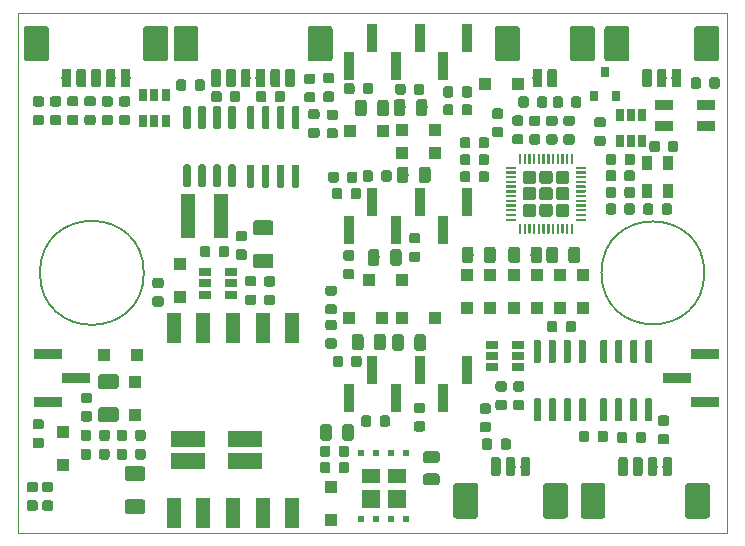
<source format=gtp>
G04 #@! TF.GenerationSoftware,KiCad,Pcbnew,5.1.2*
G04 #@! TF.CreationDate,2019-05-22T13:07:44+02:00*
G04 #@! TF.ProjectId,PAC5523,50414335-3532-4332-9e6b-696361645f70,rev?*
G04 #@! TF.SameCoordinates,Original*
G04 #@! TF.FileFunction,Paste,Top*
G04 #@! TF.FilePolarity,Positive*
%FSLAX46Y46*%
G04 Gerber Fmt 4.6, Leading zero omitted, Abs format (unit mm)*
G04 Created by KiCad (PCBNEW 5.1.2) date 2019-05-22 13:07:44*
%MOMM*%
%LPD*%
G04 APERTURE LIST*
%ADD10C,0.150000*%
%ADD11C,0.050000*%
%ADD12R,3.000000X1.400000*%
%ADD13R,1.220000X2.540000*%
%ADD14R,1.060000X0.650000*%
%ADD15R,0.650000X1.060000*%
%ADD16C,0.100000*%
%ADD17C,0.600000*%
%ADD18C,0.875000*%
%ADD19R,1.200000X3.700000*%
%ADD20R,1.100000X1.100000*%
%ADD21R,1.600000X0.850000*%
%ADD22C,1.250000*%
%ADD23C,2.100000*%
%ADD24C,0.800000*%
%ADD25R,0.490000X0.490000*%
%ADD26R,1.570000X1.585000*%
%ADD27R,1.570000X1.235000*%
%ADD28C,0.200000*%
%ADD29C,1.130000*%
%ADD30R,0.950000X1.200000*%
%ADD31R,0.800000X0.900000*%
%ADD32C,0.975000*%
%ADD33R,2.350000X0.850000*%
%ADD34R,0.850000X2.350000*%
G04 APERTURE END LIST*
D10*
X30650284Y-45000000D02*
G75*
G03X30650284Y-45000000I-4400284J0D01*
G01*
X78104595Y-45000000D02*
G75*
G03X78104595Y-45000000I-4354595J0D01*
G01*
D11*
X20000000Y-23000000D02*
X80000000Y-23000000D01*
X20000000Y-67000000D02*
X20000000Y-23000000D01*
X80000000Y-67000000D02*
X20000000Y-67000000D01*
X80000000Y-23000000D02*
X80000000Y-67000000D01*
D12*
X34350000Y-59100000D03*
X39250000Y-60900000D03*
X39250000Y-59100000D03*
X34350000Y-60900000D03*
D13*
X43200000Y-49695000D03*
X40700000Y-49695000D03*
X38200000Y-49695000D03*
X35700000Y-49695000D03*
X33200000Y-49695000D03*
X33200000Y-65305000D03*
X35700000Y-65305000D03*
X38200000Y-65305000D03*
X40700000Y-65305000D03*
X43200000Y-65305000D03*
D14*
X60170000Y-52040000D03*
X60170000Y-52990000D03*
X60170000Y-51090000D03*
X62370000Y-51090000D03*
X62370000Y-52040000D03*
X62370000Y-52990000D03*
D15*
X31540000Y-29960000D03*
X30590000Y-29960000D03*
X32490000Y-29960000D03*
X32490000Y-32160000D03*
X31540000Y-32160000D03*
X30590000Y-32160000D03*
X71910000Y-31610000D03*
X70960000Y-31610000D03*
X72860000Y-31610000D03*
X72860000Y-33810000D03*
X71910000Y-33810000D03*
X70960000Y-33810000D03*
D16*
G36*
X34469703Y-30870722D02*
G01*
X34484264Y-30872882D01*
X34498543Y-30876459D01*
X34512403Y-30881418D01*
X34525710Y-30887712D01*
X34538336Y-30895280D01*
X34550159Y-30904048D01*
X34561066Y-30913934D01*
X34570952Y-30924841D01*
X34579720Y-30936664D01*
X34587288Y-30949290D01*
X34593582Y-30962597D01*
X34598541Y-30976457D01*
X34602118Y-30990736D01*
X34604278Y-31005297D01*
X34605000Y-31020000D01*
X34605000Y-32670000D01*
X34604278Y-32684703D01*
X34602118Y-32699264D01*
X34598541Y-32713543D01*
X34593582Y-32727403D01*
X34587288Y-32740710D01*
X34579720Y-32753336D01*
X34570952Y-32765159D01*
X34561066Y-32776066D01*
X34550159Y-32785952D01*
X34538336Y-32794720D01*
X34525710Y-32802288D01*
X34512403Y-32808582D01*
X34498543Y-32813541D01*
X34484264Y-32817118D01*
X34469703Y-32819278D01*
X34455000Y-32820000D01*
X34155000Y-32820000D01*
X34140297Y-32819278D01*
X34125736Y-32817118D01*
X34111457Y-32813541D01*
X34097597Y-32808582D01*
X34084290Y-32802288D01*
X34071664Y-32794720D01*
X34059841Y-32785952D01*
X34048934Y-32776066D01*
X34039048Y-32765159D01*
X34030280Y-32753336D01*
X34022712Y-32740710D01*
X34016418Y-32727403D01*
X34011459Y-32713543D01*
X34007882Y-32699264D01*
X34005722Y-32684703D01*
X34005000Y-32670000D01*
X34005000Y-31020000D01*
X34005722Y-31005297D01*
X34007882Y-30990736D01*
X34011459Y-30976457D01*
X34016418Y-30962597D01*
X34022712Y-30949290D01*
X34030280Y-30936664D01*
X34039048Y-30924841D01*
X34048934Y-30913934D01*
X34059841Y-30904048D01*
X34071664Y-30895280D01*
X34084290Y-30887712D01*
X34097597Y-30881418D01*
X34111457Y-30876459D01*
X34125736Y-30872882D01*
X34140297Y-30870722D01*
X34155000Y-30870000D01*
X34455000Y-30870000D01*
X34469703Y-30870722D01*
X34469703Y-30870722D01*
G37*
D17*
X34305000Y-31845000D03*
D16*
G36*
X35739703Y-30870722D02*
G01*
X35754264Y-30872882D01*
X35768543Y-30876459D01*
X35782403Y-30881418D01*
X35795710Y-30887712D01*
X35808336Y-30895280D01*
X35820159Y-30904048D01*
X35831066Y-30913934D01*
X35840952Y-30924841D01*
X35849720Y-30936664D01*
X35857288Y-30949290D01*
X35863582Y-30962597D01*
X35868541Y-30976457D01*
X35872118Y-30990736D01*
X35874278Y-31005297D01*
X35875000Y-31020000D01*
X35875000Y-32670000D01*
X35874278Y-32684703D01*
X35872118Y-32699264D01*
X35868541Y-32713543D01*
X35863582Y-32727403D01*
X35857288Y-32740710D01*
X35849720Y-32753336D01*
X35840952Y-32765159D01*
X35831066Y-32776066D01*
X35820159Y-32785952D01*
X35808336Y-32794720D01*
X35795710Y-32802288D01*
X35782403Y-32808582D01*
X35768543Y-32813541D01*
X35754264Y-32817118D01*
X35739703Y-32819278D01*
X35725000Y-32820000D01*
X35425000Y-32820000D01*
X35410297Y-32819278D01*
X35395736Y-32817118D01*
X35381457Y-32813541D01*
X35367597Y-32808582D01*
X35354290Y-32802288D01*
X35341664Y-32794720D01*
X35329841Y-32785952D01*
X35318934Y-32776066D01*
X35309048Y-32765159D01*
X35300280Y-32753336D01*
X35292712Y-32740710D01*
X35286418Y-32727403D01*
X35281459Y-32713543D01*
X35277882Y-32699264D01*
X35275722Y-32684703D01*
X35275000Y-32670000D01*
X35275000Y-31020000D01*
X35275722Y-31005297D01*
X35277882Y-30990736D01*
X35281459Y-30976457D01*
X35286418Y-30962597D01*
X35292712Y-30949290D01*
X35300280Y-30936664D01*
X35309048Y-30924841D01*
X35318934Y-30913934D01*
X35329841Y-30904048D01*
X35341664Y-30895280D01*
X35354290Y-30887712D01*
X35367597Y-30881418D01*
X35381457Y-30876459D01*
X35395736Y-30872882D01*
X35410297Y-30870722D01*
X35425000Y-30870000D01*
X35725000Y-30870000D01*
X35739703Y-30870722D01*
X35739703Y-30870722D01*
G37*
D17*
X35575000Y-31845000D03*
D16*
G36*
X37009703Y-30870722D02*
G01*
X37024264Y-30872882D01*
X37038543Y-30876459D01*
X37052403Y-30881418D01*
X37065710Y-30887712D01*
X37078336Y-30895280D01*
X37090159Y-30904048D01*
X37101066Y-30913934D01*
X37110952Y-30924841D01*
X37119720Y-30936664D01*
X37127288Y-30949290D01*
X37133582Y-30962597D01*
X37138541Y-30976457D01*
X37142118Y-30990736D01*
X37144278Y-31005297D01*
X37145000Y-31020000D01*
X37145000Y-32670000D01*
X37144278Y-32684703D01*
X37142118Y-32699264D01*
X37138541Y-32713543D01*
X37133582Y-32727403D01*
X37127288Y-32740710D01*
X37119720Y-32753336D01*
X37110952Y-32765159D01*
X37101066Y-32776066D01*
X37090159Y-32785952D01*
X37078336Y-32794720D01*
X37065710Y-32802288D01*
X37052403Y-32808582D01*
X37038543Y-32813541D01*
X37024264Y-32817118D01*
X37009703Y-32819278D01*
X36995000Y-32820000D01*
X36695000Y-32820000D01*
X36680297Y-32819278D01*
X36665736Y-32817118D01*
X36651457Y-32813541D01*
X36637597Y-32808582D01*
X36624290Y-32802288D01*
X36611664Y-32794720D01*
X36599841Y-32785952D01*
X36588934Y-32776066D01*
X36579048Y-32765159D01*
X36570280Y-32753336D01*
X36562712Y-32740710D01*
X36556418Y-32727403D01*
X36551459Y-32713543D01*
X36547882Y-32699264D01*
X36545722Y-32684703D01*
X36545000Y-32670000D01*
X36545000Y-31020000D01*
X36545722Y-31005297D01*
X36547882Y-30990736D01*
X36551459Y-30976457D01*
X36556418Y-30962597D01*
X36562712Y-30949290D01*
X36570280Y-30936664D01*
X36579048Y-30924841D01*
X36588934Y-30913934D01*
X36599841Y-30904048D01*
X36611664Y-30895280D01*
X36624290Y-30887712D01*
X36637597Y-30881418D01*
X36651457Y-30876459D01*
X36665736Y-30872882D01*
X36680297Y-30870722D01*
X36695000Y-30870000D01*
X36995000Y-30870000D01*
X37009703Y-30870722D01*
X37009703Y-30870722D01*
G37*
D17*
X36845000Y-31845000D03*
D16*
G36*
X38279703Y-30870722D02*
G01*
X38294264Y-30872882D01*
X38308543Y-30876459D01*
X38322403Y-30881418D01*
X38335710Y-30887712D01*
X38348336Y-30895280D01*
X38360159Y-30904048D01*
X38371066Y-30913934D01*
X38380952Y-30924841D01*
X38389720Y-30936664D01*
X38397288Y-30949290D01*
X38403582Y-30962597D01*
X38408541Y-30976457D01*
X38412118Y-30990736D01*
X38414278Y-31005297D01*
X38415000Y-31020000D01*
X38415000Y-32670000D01*
X38414278Y-32684703D01*
X38412118Y-32699264D01*
X38408541Y-32713543D01*
X38403582Y-32727403D01*
X38397288Y-32740710D01*
X38389720Y-32753336D01*
X38380952Y-32765159D01*
X38371066Y-32776066D01*
X38360159Y-32785952D01*
X38348336Y-32794720D01*
X38335710Y-32802288D01*
X38322403Y-32808582D01*
X38308543Y-32813541D01*
X38294264Y-32817118D01*
X38279703Y-32819278D01*
X38265000Y-32820000D01*
X37965000Y-32820000D01*
X37950297Y-32819278D01*
X37935736Y-32817118D01*
X37921457Y-32813541D01*
X37907597Y-32808582D01*
X37894290Y-32802288D01*
X37881664Y-32794720D01*
X37869841Y-32785952D01*
X37858934Y-32776066D01*
X37849048Y-32765159D01*
X37840280Y-32753336D01*
X37832712Y-32740710D01*
X37826418Y-32727403D01*
X37821459Y-32713543D01*
X37817882Y-32699264D01*
X37815722Y-32684703D01*
X37815000Y-32670000D01*
X37815000Y-31020000D01*
X37815722Y-31005297D01*
X37817882Y-30990736D01*
X37821459Y-30976457D01*
X37826418Y-30962597D01*
X37832712Y-30949290D01*
X37840280Y-30936664D01*
X37849048Y-30924841D01*
X37858934Y-30913934D01*
X37869841Y-30904048D01*
X37881664Y-30895280D01*
X37894290Y-30887712D01*
X37907597Y-30881418D01*
X37921457Y-30876459D01*
X37935736Y-30872882D01*
X37950297Y-30870722D01*
X37965000Y-30870000D01*
X38265000Y-30870000D01*
X38279703Y-30870722D01*
X38279703Y-30870722D01*
G37*
D17*
X38115000Y-31845000D03*
D16*
G36*
X38279703Y-35820722D02*
G01*
X38294264Y-35822882D01*
X38308543Y-35826459D01*
X38322403Y-35831418D01*
X38335710Y-35837712D01*
X38348336Y-35845280D01*
X38360159Y-35854048D01*
X38371066Y-35863934D01*
X38380952Y-35874841D01*
X38389720Y-35886664D01*
X38397288Y-35899290D01*
X38403582Y-35912597D01*
X38408541Y-35926457D01*
X38412118Y-35940736D01*
X38414278Y-35955297D01*
X38415000Y-35970000D01*
X38415000Y-37620000D01*
X38414278Y-37634703D01*
X38412118Y-37649264D01*
X38408541Y-37663543D01*
X38403582Y-37677403D01*
X38397288Y-37690710D01*
X38389720Y-37703336D01*
X38380952Y-37715159D01*
X38371066Y-37726066D01*
X38360159Y-37735952D01*
X38348336Y-37744720D01*
X38335710Y-37752288D01*
X38322403Y-37758582D01*
X38308543Y-37763541D01*
X38294264Y-37767118D01*
X38279703Y-37769278D01*
X38265000Y-37770000D01*
X37965000Y-37770000D01*
X37950297Y-37769278D01*
X37935736Y-37767118D01*
X37921457Y-37763541D01*
X37907597Y-37758582D01*
X37894290Y-37752288D01*
X37881664Y-37744720D01*
X37869841Y-37735952D01*
X37858934Y-37726066D01*
X37849048Y-37715159D01*
X37840280Y-37703336D01*
X37832712Y-37690710D01*
X37826418Y-37677403D01*
X37821459Y-37663543D01*
X37817882Y-37649264D01*
X37815722Y-37634703D01*
X37815000Y-37620000D01*
X37815000Y-35970000D01*
X37815722Y-35955297D01*
X37817882Y-35940736D01*
X37821459Y-35926457D01*
X37826418Y-35912597D01*
X37832712Y-35899290D01*
X37840280Y-35886664D01*
X37849048Y-35874841D01*
X37858934Y-35863934D01*
X37869841Y-35854048D01*
X37881664Y-35845280D01*
X37894290Y-35837712D01*
X37907597Y-35831418D01*
X37921457Y-35826459D01*
X37935736Y-35822882D01*
X37950297Y-35820722D01*
X37965000Y-35820000D01*
X38265000Y-35820000D01*
X38279703Y-35820722D01*
X38279703Y-35820722D01*
G37*
D17*
X38115000Y-36795000D03*
D16*
G36*
X37009703Y-35820722D02*
G01*
X37024264Y-35822882D01*
X37038543Y-35826459D01*
X37052403Y-35831418D01*
X37065710Y-35837712D01*
X37078336Y-35845280D01*
X37090159Y-35854048D01*
X37101066Y-35863934D01*
X37110952Y-35874841D01*
X37119720Y-35886664D01*
X37127288Y-35899290D01*
X37133582Y-35912597D01*
X37138541Y-35926457D01*
X37142118Y-35940736D01*
X37144278Y-35955297D01*
X37145000Y-35970000D01*
X37145000Y-37620000D01*
X37144278Y-37634703D01*
X37142118Y-37649264D01*
X37138541Y-37663543D01*
X37133582Y-37677403D01*
X37127288Y-37690710D01*
X37119720Y-37703336D01*
X37110952Y-37715159D01*
X37101066Y-37726066D01*
X37090159Y-37735952D01*
X37078336Y-37744720D01*
X37065710Y-37752288D01*
X37052403Y-37758582D01*
X37038543Y-37763541D01*
X37024264Y-37767118D01*
X37009703Y-37769278D01*
X36995000Y-37770000D01*
X36695000Y-37770000D01*
X36680297Y-37769278D01*
X36665736Y-37767118D01*
X36651457Y-37763541D01*
X36637597Y-37758582D01*
X36624290Y-37752288D01*
X36611664Y-37744720D01*
X36599841Y-37735952D01*
X36588934Y-37726066D01*
X36579048Y-37715159D01*
X36570280Y-37703336D01*
X36562712Y-37690710D01*
X36556418Y-37677403D01*
X36551459Y-37663543D01*
X36547882Y-37649264D01*
X36545722Y-37634703D01*
X36545000Y-37620000D01*
X36545000Y-35970000D01*
X36545722Y-35955297D01*
X36547882Y-35940736D01*
X36551459Y-35926457D01*
X36556418Y-35912597D01*
X36562712Y-35899290D01*
X36570280Y-35886664D01*
X36579048Y-35874841D01*
X36588934Y-35863934D01*
X36599841Y-35854048D01*
X36611664Y-35845280D01*
X36624290Y-35837712D01*
X36637597Y-35831418D01*
X36651457Y-35826459D01*
X36665736Y-35822882D01*
X36680297Y-35820722D01*
X36695000Y-35820000D01*
X36995000Y-35820000D01*
X37009703Y-35820722D01*
X37009703Y-35820722D01*
G37*
D17*
X36845000Y-36795000D03*
D16*
G36*
X35739703Y-35820722D02*
G01*
X35754264Y-35822882D01*
X35768543Y-35826459D01*
X35782403Y-35831418D01*
X35795710Y-35837712D01*
X35808336Y-35845280D01*
X35820159Y-35854048D01*
X35831066Y-35863934D01*
X35840952Y-35874841D01*
X35849720Y-35886664D01*
X35857288Y-35899290D01*
X35863582Y-35912597D01*
X35868541Y-35926457D01*
X35872118Y-35940736D01*
X35874278Y-35955297D01*
X35875000Y-35970000D01*
X35875000Y-37620000D01*
X35874278Y-37634703D01*
X35872118Y-37649264D01*
X35868541Y-37663543D01*
X35863582Y-37677403D01*
X35857288Y-37690710D01*
X35849720Y-37703336D01*
X35840952Y-37715159D01*
X35831066Y-37726066D01*
X35820159Y-37735952D01*
X35808336Y-37744720D01*
X35795710Y-37752288D01*
X35782403Y-37758582D01*
X35768543Y-37763541D01*
X35754264Y-37767118D01*
X35739703Y-37769278D01*
X35725000Y-37770000D01*
X35425000Y-37770000D01*
X35410297Y-37769278D01*
X35395736Y-37767118D01*
X35381457Y-37763541D01*
X35367597Y-37758582D01*
X35354290Y-37752288D01*
X35341664Y-37744720D01*
X35329841Y-37735952D01*
X35318934Y-37726066D01*
X35309048Y-37715159D01*
X35300280Y-37703336D01*
X35292712Y-37690710D01*
X35286418Y-37677403D01*
X35281459Y-37663543D01*
X35277882Y-37649264D01*
X35275722Y-37634703D01*
X35275000Y-37620000D01*
X35275000Y-35970000D01*
X35275722Y-35955297D01*
X35277882Y-35940736D01*
X35281459Y-35926457D01*
X35286418Y-35912597D01*
X35292712Y-35899290D01*
X35300280Y-35886664D01*
X35309048Y-35874841D01*
X35318934Y-35863934D01*
X35329841Y-35854048D01*
X35341664Y-35845280D01*
X35354290Y-35837712D01*
X35367597Y-35831418D01*
X35381457Y-35826459D01*
X35395736Y-35822882D01*
X35410297Y-35820722D01*
X35425000Y-35820000D01*
X35725000Y-35820000D01*
X35739703Y-35820722D01*
X35739703Y-35820722D01*
G37*
D17*
X35575000Y-36795000D03*
D16*
G36*
X34469703Y-35820722D02*
G01*
X34484264Y-35822882D01*
X34498543Y-35826459D01*
X34512403Y-35831418D01*
X34525710Y-35837712D01*
X34538336Y-35845280D01*
X34550159Y-35854048D01*
X34561066Y-35863934D01*
X34570952Y-35874841D01*
X34579720Y-35886664D01*
X34587288Y-35899290D01*
X34593582Y-35912597D01*
X34598541Y-35926457D01*
X34602118Y-35940736D01*
X34604278Y-35955297D01*
X34605000Y-35970000D01*
X34605000Y-37620000D01*
X34604278Y-37634703D01*
X34602118Y-37649264D01*
X34598541Y-37663543D01*
X34593582Y-37677403D01*
X34587288Y-37690710D01*
X34579720Y-37703336D01*
X34570952Y-37715159D01*
X34561066Y-37726066D01*
X34550159Y-37735952D01*
X34538336Y-37744720D01*
X34525710Y-37752288D01*
X34512403Y-37758582D01*
X34498543Y-37763541D01*
X34484264Y-37767118D01*
X34469703Y-37769278D01*
X34455000Y-37770000D01*
X34155000Y-37770000D01*
X34140297Y-37769278D01*
X34125736Y-37767118D01*
X34111457Y-37763541D01*
X34097597Y-37758582D01*
X34084290Y-37752288D01*
X34071664Y-37744720D01*
X34059841Y-37735952D01*
X34048934Y-37726066D01*
X34039048Y-37715159D01*
X34030280Y-37703336D01*
X34022712Y-37690710D01*
X34016418Y-37677403D01*
X34011459Y-37663543D01*
X34007882Y-37649264D01*
X34005722Y-37634703D01*
X34005000Y-37620000D01*
X34005000Y-35970000D01*
X34005722Y-35955297D01*
X34007882Y-35940736D01*
X34011459Y-35926457D01*
X34016418Y-35912597D01*
X34022712Y-35899290D01*
X34030280Y-35886664D01*
X34039048Y-35874841D01*
X34048934Y-35863934D01*
X34059841Y-35854048D01*
X34071664Y-35845280D01*
X34084290Y-35837712D01*
X34097597Y-35831418D01*
X34111457Y-35826459D01*
X34125736Y-35822882D01*
X34140297Y-35820722D01*
X34155000Y-35820000D01*
X34455000Y-35820000D01*
X34469703Y-35820722D01*
X34469703Y-35820722D01*
G37*
D17*
X34305000Y-36795000D03*
D16*
G36*
X39859703Y-30880722D02*
G01*
X39874264Y-30882882D01*
X39888543Y-30886459D01*
X39902403Y-30891418D01*
X39915710Y-30897712D01*
X39928336Y-30905280D01*
X39940159Y-30914048D01*
X39951066Y-30923934D01*
X39960952Y-30934841D01*
X39969720Y-30946664D01*
X39977288Y-30959290D01*
X39983582Y-30972597D01*
X39988541Y-30986457D01*
X39992118Y-31000736D01*
X39994278Y-31015297D01*
X39995000Y-31030000D01*
X39995000Y-32680000D01*
X39994278Y-32694703D01*
X39992118Y-32709264D01*
X39988541Y-32723543D01*
X39983582Y-32737403D01*
X39977288Y-32750710D01*
X39969720Y-32763336D01*
X39960952Y-32775159D01*
X39951066Y-32786066D01*
X39940159Y-32795952D01*
X39928336Y-32804720D01*
X39915710Y-32812288D01*
X39902403Y-32818582D01*
X39888543Y-32823541D01*
X39874264Y-32827118D01*
X39859703Y-32829278D01*
X39845000Y-32830000D01*
X39545000Y-32830000D01*
X39530297Y-32829278D01*
X39515736Y-32827118D01*
X39501457Y-32823541D01*
X39487597Y-32818582D01*
X39474290Y-32812288D01*
X39461664Y-32804720D01*
X39449841Y-32795952D01*
X39438934Y-32786066D01*
X39429048Y-32775159D01*
X39420280Y-32763336D01*
X39412712Y-32750710D01*
X39406418Y-32737403D01*
X39401459Y-32723543D01*
X39397882Y-32709264D01*
X39395722Y-32694703D01*
X39395000Y-32680000D01*
X39395000Y-31030000D01*
X39395722Y-31015297D01*
X39397882Y-31000736D01*
X39401459Y-30986457D01*
X39406418Y-30972597D01*
X39412712Y-30959290D01*
X39420280Y-30946664D01*
X39429048Y-30934841D01*
X39438934Y-30923934D01*
X39449841Y-30914048D01*
X39461664Y-30905280D01*
X39474290Y-30897712D01*
X39487597Y-30891418D01*
X39501457Y-30886459D01*
X39515736Y-30882882D01*
X39530297Y-30880722D01*
X39545000Y-30880000D01*
X39845000Y-30880000D01*
X39859703Y-30880722D01*
X39859703Y-30880722D01*
G37*
D17*
X39695000Y-31855000D03*
D16*
G36*
X41129703Y-30880722D02*
G01*
X41144264Y-30882882D01*
X41158543Y-30886459D01*
X41172403Y-30891418D01*
X41185710Y-30897712D01*
X41198336Y-30905280D01*
X41210159Y-30914048D01*
X41221066Y-30923934D01*
X41230952Y-30934841D01*
X41239720Y-30946664D01*
X41247288Y-30959290D01*
X41253582Y-30972597D01*
X41258541Y-30986457D01*
X41262118Y-31000736D01*
X41264278Y-31015297D01*
X41265000Y-31030000D01*
X41265000Y-32680000D01*
X41264278Y-32694703D01*
X41262118Y-32709264D01*
X41258541Y-32723543D01*
X41253582Y-32737403D01*
X41247288Y-32750710D01*
X41239720Y-32763336D01*
X41230952Y-32775159D01*
X41221066Y-32786066D01*
X41210159Y-32795952D01*
X41198336Y-32804720D01*
X41185710Y-32812288D01*
X41172403Y-32818582D01*
X41158543Y-32823541D01*
X41144264Y-32827118D01*
X41129703Y-32829278D01*
X41115000Y-32830000D01*
X40815000Y-32830000D01*
X40800297Y-32829278D01*
X40785736Y-32827118D01*
X40771457Y-32823541D01*
X40757597Y-32818582D01*
X40744290Y-32812288D01*
X40731664Y-32804720D01*
X40719841Y-32795952D01*
X40708934Y-32786066D01*
X40699048Y-32775159D01*
X40690280Y-32763336D01*
X40682712Y-32750710D01*
X40676418Y-32737403D01*
X40671459Y-32723543D01*
X40667882Y-32709264D01*
X40665722Y-32694703D01*
X40665000Y-32680000D01*
X40665000Y-31030000D01*
X40665722Y-31015297D01*
X40667882Y-31000736D01*
X40671459Y-30986457D01*
X40676418Y-30972597D01*
X40682712Y-30959290D01*
X40690280Y-30946664D01*
X40699048Y-30934841D01*
X40708934Y-30923934D01*
X40719841Y-30914048D01*
X40731664Y-30905280D01*
X40744290Y-30897712D01*
X40757597Y-30891418D01*
X40771457Y-30886459D01*
X40785736Y-30882882D01*
X40800297Y-30880722D01*
X40815000Y-30880000D01*
X41115000Y-30880000D01*
X41129703Y-30880722D01*
X41129703Y-30880722D01*
G37*
D17*
X40965000Y-31855000D03*
D16*
G36*
X42399703Y-30880722D02*
G01*
X42414264Y-30882882D01*
X42428543Y-30886459D01*
X42442403Y-30891418D01*
X42455710Y-30897712D01*
X42468336Y-30905280D01*
X42480159Y-30914048D01*
X42491066Y-30923934D01*
X42500952Y-30934841D01*
X42509720Y-30946664D01*
X42517288Y-30959290D01*
X42523582Y-30972597D01*
X42528541Y-30986457D01*
X42532118Y-31000736D01*
X42534278Y-31015297D01*
X42535000Y-31030000D01*
X42535000Y-32680000D01*
X42534278Y-32694703D01*
X42532118Y-32709264D01*
X42528541Y-32723543D01*
X42523582Y-32737403D01*
X42517288Y-32750710D01*
X42509720Y-32763336D01*
X42500952Y-32775159D01*
X42491066Y-32786066D01*
X42480159Y-32795952D01*
X42468336Y-32804720D01*
X42455710Y-32812288D01*
X42442403Y-32818582D01*
X42428543Y-32823541D01*
X42414264Y-32827118D01*
X42399703Y-32829278D01*
X42385000Y-32830000D01*
X42085000Y-32830000D01*
X42070297Y-32829278D01*
X42055736Y-32827118D01*
X42041457Y-32823541D01*
X42027597Y-32818582D01*
X42014290Y-32812288D01*
X42001664Y-32804720D01*
X41989841Y-32795952D01*
X41978934Y-32786066D01*
X41969048Y-32775159D01*
X41960280Y-32763336D01*
X41952712Y-32750710D01*
X41946418Y-32737403D01*
X41941459Y-32723543D01*
X41937882Y-32709264D01*
X41935722Y-32694703D01*
X41935000Y-32680000D01*
X41935000Y-31030000D01*
X41935722Y-31015297D01*
X41937882Y-31000736D01*
X41941459Y-30986457D01*
X41946418Y-30972597D01*
X41952712Y-30959290D01*
X41960280Y-30946664D01*
X41969048Y-30934841D01*
X41978934Y-30923934D01*
X41989841Y-30914048D01*
X42001664Y-30905280D01*
X42014290Y-30897712D01*
X42027597Y-30891418D01*
X42041457Y-30886459D01*
X42055736Y-30882882D01*
X42070297Y-30880722D01*
X42085000Y-30880000D01*
X42385000Y-30880000D01*
X42399703Y-30880722D01*
X42399703Y-30880722D01*
G37*
D17*
X42235000Y-31855000D03*
D16*
G36*
X43669703Y-30880722D02*
G01*
X43684264Y-30882882D01*
X43698543Y-30886459D01*
X43712403Y-30891418D01*
X43725710Y-30897712D01*
X43738336Y-30905280D01*
X43750159Y-30914048D01*
X43761066Y-30923934D01*
X43770952Y-30934841D01*
X43779720Y-30946664D01*
X43787288Y-30959290D01*
X43793582Y-30972597D01*
X43798541Y-30986457D01*
X43802118Y-31000736D01*
X43804278Y-31015297D01*
X43805000Y-31030000D01*
X43805000Y-32680000D01*
X43804278Y-32694703D01*
X43802118Y-32709264D01*
X43798541Y-32723543D01*
X43793582Y-32737403D01*
X43787288Y-32750710D01*
X43779720Y-32763336D01*
X43770952Y-32775159D01*
X43761066Y-32786066D01*
X43750159Y-32795952D01*
X43738336Y-32804720D01*
X43725710Y-32812288D01*
X43712403Y-32818582D01*
X43698543Y-32823541D01*
X43684264Y-32827118D01*
X43669703Y-32829278D01*
X43655000Y-32830000D01*
X43355000Y-32830000D01*
X43340297Y-32829278D01*
X43325736Y-32827118D01*
X43311457Y-32823541D01*
X43297597Y-32818582D01*
X43284290Y-32812288D01*
X43271664Y-32804720D01*
X43259841Y-32795952D01*
X43248934Y-32786066D01*
X43239048Y-32775159D01*
X43230280Y-32763336D01*
X43222712Y-32750710D01*
X43216418Y-32737403D01*
X43211459Y-32723543D01*
X43207882Y-32709264D01*
X43205722Y-32694703D01*
X43205000Y-32680000D01*
X43205000Y-31030000D01*
X43205722Y-31015297D01*
X43207882Y-31000736D01*
X43211459Y-30986457D01*
X43216418Y-30972597D01*
X43222712Y-30959290D01*
X43230280Y-30946664D01*
X43239048Y-30934841D01*
X43248934Y-30923934D01*
X43259841Y-30914048D01*
X43271664Y-30905280D01*
X43284290Y-30897712D01*
X43297597Y-30891418D01*
X43311457Y-30886459D01*
X43325736Y-30882882D01*
X43340297Y-30880722D01*
X43355000Y-30880000D01*
X43655000Y-30880000D01*
X43669703Y-30880722D01*
X43669703Y-30880722D01*
G37*
D17*
X43505000Y-31855000D03*
D16*
G36*
X43669703Y-35830722D02*
G01*
X43684264Y-35832882D01*
X43698543Y-35836459D01*
X43712403Y-35841418D01*
X43725710Y-35847712D01*
X43738336Y-35855280D01*
X43750159Y-35864048D01*
X43761066Y-35873934D01*
X43770952Y-35884841D01*
X43779720Y-35896664D01*
X43787288Y-35909290D01*
X43793582Y-35922597D01*
X43798541Y-35936457D01*
X43802118Y-35950736D01*
X43804278Y-35965297D01*
X43805000Y-35980000D01*
X43805000Y-37630000D01*
X43804278Y-37644703D01*
X43802118Y-37659264D01*
X43798541Y-37673543D01*
X43793582Y-37687403D01*
X43787288Y-37700710D01*
X43779720Y-37713336D01*
X43770952Y-37725159D01*
X43761066Y-37736066D01*
X43750159Y-37745952D01*
X43738336Y-37754720D01*
X43725710Y-37762288D01*
X43712403Y-37768582D01*
X43698543Y-37773541D01*
X43684264Y-37777118D01*
X43669703Y-37779278D01*
X43655000Y-37780000D01*
X43355000Y-37780000D01*
X43340297Y-37779278D01*
X43325736Y-37777118D01*
X43311457Y-37773541D01*
X43297597Y-37768582D01*
X43284290Y-37762288D01*
X43271664Y-37754720D01*
X43259841Y-37745952D01*
X43248934Y-37736066D01*
X43239048Y-37725159D01*
X43230280Y-37713336D01*
X43222712Y-37700710D01*
X43216418Y-37687403D01*
X43211459Y-37673543D01*
X43207882Y-37659264D01*
X43205722Y-37644703D01*
X43205000Y-37630000D01*
X43205000Y-35980000D01*
X43205722Y-35965297D01*
X43207882Y-35950736D01*
X43211459Y-35936457D01*
X43216418Y-35922597D01*
X43222712Y-35909290D01*
X43230280Y-35896664D01*
X43239048Y-35884841D01*
X43248934Y-35873934D01*
X43259841Y-35864048D01*
X43271664Y-35855280D01*
X43284290Y-35847712D01*
X43297597Y-35841418D01*
X43311457Y-35836459D01*
X43325736Y-35832882D01*
X43340297Y-35830722D01*
X43355000Y-35830000D01*
X43655000Y-35830000D01*
X43669703Y-35830722D01*
X43669703Y-35830722D01*
G37*
D17*
X43505000Y-36805000D03*
D16*
G36*
X42399703Y-35830722D02*
G01*
X42414264Y-35832882D01*
X42428543Y-35836459D01*
X42442403Y-35841418D01*
X42455710Y-35847712D01*
X42468336Y-35855280D01*
X42480159Y-35864048D01*
X42491066Y-35873934D01*
X42500952Y-35884841D01*
X42509720Y-35896664D01*
X42517288Y-35909290D01*
X42523582Y-35922597D01*
X42528541Y-35936457D01*
X42532118Y-35950736D01*
X42534278Y-35965297D01*
X42535000Y-35980000D01*
X42535000Y-37630000D01*
X42534278Y-37644703D01*
X42532118Y-37659264D01*
X42528541Y-37673543D01*
X42523582Y-37687403D01*
X42517288Y-37700710D01*
X42509720Y-37713336D01*
X42500952Y-37725159D01*
X42491066Y-37736066D01*
X42480159Y-37745952D01*
X42468336Y-37754720D01*
X42455710Y-37762288D01*
X42442403Y-37768582D01*
X42428543Y-37773541D01*
X42414264Y-37777118D01*
X42399703Y-37779278D01*
X42385000Y-37780000D01*
X42085000Y-37780000D01*
X42070297Y-37779278D01*
X42055736Y-37777118D01*
X42041457Y-37773541D01*
X42027597Y-37768582D01*
X42014290Y-37762288D01*
X42001664Y-37754720D01*
X41989841Y-37745952D01*
X41978934Y-37736066D01*
X41969048Y-37725159D01*
X41960280Y-37713336D01*
X41952712Y-37700710D01*
X41946418Y-37687403D01*
X41941459Y-37673543D01*
X41937882Y-37659264D01*
X41935722Y-37644703D01*
X41935000Y-37630000D01*
X41935000Y-35980000D01*
X41935722Y-35965297D01*
X41937882Y-35950736D01*
X41941459Y-35936457D01*
X41946418Y-35922597D01*
X41952712Y-35909290D01*
X41960280Y-35896664D01*
X41969048Y-35884841D01*
X41978934Y-35873934D01*
X41989841Y-35864048D01*
X42001664Y-35855280D01*
X42014290Y-35847712D01*
X42027597Y-35841418D01*
X42041457Y-35836459D01*
X42055736Y-35832882D01*
X42070297Y-35830722D01*
X42085000Y-35830000D01*
X42385000Y-35830000D01*
X42399703Y-35830722D01*
X42399703Y-35830722D01*
G37*
D17*
X42235000Y-36805000D03*
D16*
G36*
X41129703Y-35830722D02*
G01*
X41144264Y-35832882D01*
X41158543Y-35836459D01*
X41172403Y-35841418D01*
X41185710Y-35847712D01*
X41198336Y-35855280D01*
X41210159Y-35864048D01*
X41221066Y-35873934D01*
X41230952Y-35884841D01*
X41239720Y-35896664D01*
X41247288Y-35909290D01*
X41253582Y-35922597D01*
X41258541Y-35936457D01*
X41262118Y-35950736D01*
X41264278Y-35965297D01*
X41265000Y-35980000D01*
X41265000Y-37630000D01*
X41264278Y-37644703D01*
X41262118Y-37659264D01*
X41258541Y-37673543D01*
X41253582Y-37687403D01*
X41247288Y-37700710D01*
X41239720Y-37713336D01*
X41230952Y-37725159D01*
X41221066Y-37736066D01*
X41210159Y-37745952D01*
X41198336Y-37754720D01*
X41185710Y-37762288D01*
X41172403Y-37768582D01*
X41158543Y-37773541D01*
X41144264Y-37777118D01*
X41129703Y-37779278D01*
X41115000Y-37780000D01*
X40815000Y-37780000D01*
X40800297Y-37779278D01*
X40785736Y-37777118D01*
X40771457Y-37773541D01*
X40757597Y-37768582D01*
X40744290Y-37762288D01*
X40731664Y-37754720D01*
X40719841Y-37745952D01*
X40708934Y-37736066D01*
X40699048Y-37725159D01*
X40690280Y-37713336D01*
X40682712Y-37700710D01*
X40676418Y-37687403D01*
X40671459Y-37673543D01*
X40667882Y-37659264D01*
X40665722Y-37644703D01*
X40665000Y-37630000D01*
X40665000Y-35980000D01*
X40665722Y-35965297D01*
X40667882Y-35950736D01*
X40671459Y-35936457D01*
X40676418Y-35922597D01*
X40682712Y-35909290D01*
X40690280Y-35896664D01*
X40699048Y-35884841D01*
X40708934Y-35873934D01*
X40719841Y-35864048D01*
X40731664Y-35855280D01*
X40744290Y-35847712D01*
X40757597Y-35841418D01*
X40771457Y-35836459D01*
X40785736Y-35832882D01*
X40800297Y-35830722D01*
X40815000Y-35830000D01*
X41115000Y-35830000D01*
X41129703Y-35830722D01*
X41129703Y-35830722D01*
G37*
D17*
X40965000Y-36805000D03*
D16*
G36*
X39859703Y-35830722D02*
G01*
X39874264Y-35832882D01*
X39888543Y-35836459D01*
X39902403Y-35841418D01*
X39915710Y-35847712D01*
X39928336Y-35855280D01*
X39940159Y-35864048D01*
X39951066Y-35873934D01*
X39960952Y-35884841D01*
X39969720Y-35896664D01*
X39977288Y-35909290D01*
X39983582Y-35922597D01*
X39988541Y-35936457D01*
X39992118Y-35950736D01*
X39994278Y-35965297D01*
X39995000Y-35980000D01*
X39995000Y-37630000D01*
X39994278Y-37644703D01*
X39992118Y-37659264D01*
X39988541Y-37673543D01*
X39983582Y-37687403D01*
X39977288Y-37700710D01*
X39969720Y-37713336D01*
X39960952Y-37725159D01*
X39951066Y-37736066D01*
X39940159Y-37745952D01*
X39928336Y-37754720D01*
X39915710Y-37762288D01*
X39902403Y-37768582D01*
X39888543Y-37773541D01*
X39874264Y-37777118D01*
X39859703Y-37779278D01*
X39845000Y-37780000D01*
X39545000Y-37780000D01*
X39530297Y-37779278D01*
X39515736Y-37777118D01*
X39501457Y-37773541D01*
X39487597Y-37768582D01*
X39474290Y-37762288D01*
X39461664Y-37754720D01*
X39449841Y-37745952D01*
X39438934Y-37736066D01*
X39429048Y-37725159D01*
X39420280Y-37713336D01*
X39412712Y-37700710D01*
X39406418Y-37687403D01*
X39401459Y-37673543D01*
X39397882Y-37659264D01*
X39395722Y-37644703D01*
X39395000Y-37630000D01*
X39395000Y-35980000D01*
X39395722Y-35965297D01*
X39397882Y-35950736D01*
X39401459Y-35936457D01*
X39406418Y-35922597D01*
X39412712Y-35909290D01*
X39420280Y-35896664D01*
X39429048Y-35884841D01*
X39438934Y-35873934D01*
X39449841Y-35864048D01*
X39461664Y-35855280D01*
X39474290Y-35847712D01*
X39487597Y-35841418D01*
X39501457Y-35836459D01*
X39515736Y-35832882D01*
X39530297Y-35830722D01*
X39545000Y-35830000D01*
X39845000Y-35830000D01*
X39859703Y-35830722D01*
X39859703Y-35830722D01*
G37*
D17*
X39695000Y-36805000D03*
D16*
G36*
X73559703Y-55630722D02*
G01*
X73574264Y-55632882D01*
X73588543Y-55636459D01*
X73602403Y-55641418D01*
X73615710Y-55647712D01*
X73628336Y-55655280D01*
X73640159Y-55664048D01*
X73651066Y-55673934D01*
X73660952Y-55684841D01*
X73669720Y-55696664D01*
X73677288Y-55709290D01*
X73683582Y-55722597D01*
X73688541Y-55736457D01*
X73692118Y-55750736D01*
X73694278Y-55765297D01*
X73695000Y-55780000D01*
X73695000Y-57430000D01*
X73694278Y-57444703D01*
X73692118Y-57459264D01*
X73688541Y-57473543D01*
X73683582Y-57487403D01*
X73677288Y-57500710D01*
X73669720Y-57513336D01*
X73660952Y-57525159D01*
X73651066Y-57536066D01*
X73640159Y-57545952D01*
X73628336Y-57554720D01*
X73615710Y-57562288D01*
X73602403Y-57568582D01*
X73588543Y-57573541D01*
X73574264Y-57577118D01*
X73559703Y-57579278D01*
X73545000Y-57580000D01*
X73245000Y-57580000D01*
X73230297Y-57579278D01*
X73215736Y-57577118D01*
X73201457Y-57573541D01*
X73187597Y-57568582D01*
X73174290Y-57562288D01*
X73161664Y-57554720D01*
X73149841Y-57545952D01*
X73138934Y-57536066D01*
X73129048Y-57525159D01*
X73120280Y-57513336D01*
X73112712Y-57500710D01*
X73106418Y-57487403D01*
X73101459Y-57473543D01*
X73097882Y-57459264D01*
X73095722Y-57444703D01*
X73095000Y-57430000D01*
X73095000Y-55780000D01*
X73095722Y-55765297D01*
X73097882Y-55750736D01*
X73101459Y-55736457D01*
X73106418Y-55722597D01*
X73112712Y-55709290D01*
X73120280Y-55696664D01*
X73129048Y-55684841D01*
X73138934Y-55673934D01*
X73149841Y-55664048D01*
X73161664Y-55655280D01*
X73174290Y-55647712D01*
X73187597Y-55641418D01*
X73201457Y-55636459D01*
X73215736Y-55632882D01*
X73230297Y-55630722D01*
X73245000Y-55630000D01*
X73545000Y-55630000D01*
X73559703Y-55630722D01*
X73559703Y-55630722D01*
G37*
D17*
X73395000Y-56605000D03*
D16*
G36*
X72289703Y-55630722D02*
G01*
X72304264Y-55632882D01*
X72318543Y-55636459D01*
X72332403Y-55641418D01*
X72345710Y-55647712D01*
X72358336Y-55655280D01*
X72370159Y-55664048D01*
X72381066Y-55673934D01*
X72390952Y-55684841D01*
X72399720Y-55696664D01*
X72407288Y-55709290D01*
X72413582Y-55722597D01*
X72418541Y-55736457D01*
X72422118Y-55750736D01*
X72424278Y-55765297D01*
X72425000Y-55780000D01*
X72425000Y-57430000D01*
X72424278Y-57444703D01*
X72422118Y-57459264D01*
X72418541Y-57473543D01*
X72413582Y-57487403D01*
X72407288Y-57500710D01*
X72399720Y-57513336D01*
X72390952Y-57525159D01*
X72381066Y-57536066D01*
X72370159Y-57545952D01*
X72358336Y-57554720D01*
X72345710Y-57562288D01*
X72332403Y-57568582D01*
X72318543Y-57573541D01*
X72304264Y-57577118D01*
X72289703Y-57579278D01*
X72275000Y-57580000D01*
X71975000Y-57580000D01*
X71960297Y-57579278D01*
X71945736Y-57577118D01*
X71931457Y-57573541D01*
X71917597Y-57568582D01*
X71904290Y-57562288D01*
X71891664Y-57554720D01*
X71879841Y-57545952D01*
X71868934Y-57536066D01*
X71859048Y-57525159D01*
X71850280Y-57513336D01*
X71842712Y-57500710D01*
X71836418Y-57487403D01*
X71831459Y-57473543D01*
X71827882Y-57459264D01*
X71825722Y-57444703D01*
X71825000Y-57430000D01*
X71825000Y-55780000D01*
X71825722Y-55765297D01*
X71827882Y-55750736D01*
X71831459Y-55736457D01*
X71836418Y-55722597D01*
X71842712Y-55709290D01*
X71850280Y-55696664D01*
X71859048Y-55684841D01*
X71868934Y-55673934D01*
X71879841Y-55664048D01*
X71891664Y-55655280D01*
X71904290Y-55647712D01*
X71917597Y-55641418D01*
X71931457Y-55636459D01*
X71945736Y-55632882D01*
X71960297Y-55630722D01*
X71975000Y-55630000D01*
X72275000Y-55630000D01*
X72289703Y-55630722D01*
X72289703Y-55630722D01*
G37*
D17*
X72125000Y-56605000D03*
D16*
G36*
X71019703Y-55630722D02*
G01*
X71034264Y-55632882D01*
X71048543Y-55636459D01*
X71062403Y-55641418D01*
X71075710Y-55647712D01*
X71088336Y-55655280D01*
X71100159Y-55664048D01*
X71111066Y-55673934D01*
X71120952Y-55684841D01*
X71129720Y-55696664D01*
X71137288Y-55709290D01*
X71143582Y-55722597D01*
X71148541Y-55736457D01*
X71152118Y-55750736D01*
X71154278Y-55765297D01*
X71155000Y-55780000D01*
X71155000Y-57430000D01*
X71154278Y-57444703D01*
X71152118Y-57459264D01*
X71148541Y-57473543D01*
X71143582Y-57487403D01*
X71137288Y-57500710D01*
X71129720Y-57513336D01*
X71120952Y-57525159D01*
X71111066Y-57536066D01*
X71100159Y-57545952D01*
X71088336Y-57554720D01*
X71075710Y-57562288D01*
X71062403Y-57568582D01*
X71048543Y-57573541D01*
X71034264Y-57577118D01*
X71019703Y-57579278D01*
X71005000Y-57580000D01*
X70705000Y-57580000D01*
X70690297Y-57579278D01*
X70675736Y-57577118D01*
X70661457Y-57573541D01*
X70647597Y-57568582D01*
X70634290Y-57562288D01*
X70621664Y-57554720D01*
X70609841Y-57545952D01*
X70598934Y-57536066D01*
X70589048Y-57525159D01*
X70580280Y-57513336D01*
X70572712Y-57500710D01*
X70566418Y-57487403D01*
X70561459Y-57473543D01*
X70557882Y-57459264D01*
X70555722Y-57444703D01*
X70555000Y-57430000D01*
X70555000Y-55780000D01*
X70555722Y-55765297D01*
X70557882Y-55750736D01*
X70561459Y-55736457D01*
X70566418Y-55722597D01*
X70572712Y-55709290D01*
X70580280Y-55696664D01*
X70589048Y-55684841D01*
X70598934Y-55673934D01*
X70609841Y-55664048D01*
X70621664Y-55655280D01*
X70634290Y-55647712D01*
X70647597Y-55641418D01*
X70661457Y-55636459D01*
X70675736Y-55632882D01*
X70690297Y-55630722D01*
X70705000Y-55630000D01*
X71005000Y-55630000D01*
X71019703Y-55630722D01*
X71019703Y-55630722D01*
G37*
D17*
X70855000Y-56605000D03*
D16*
G36*
X69749703Y-55630722D02*
G01*
X69764264Y-55632882D01*
X69778543Y-55636459D01*
X69792403Y-55641418D01*
X69805710Y-55647712D01*
X69818336Y-55655280D01*
X69830159Y-55664048D01*
X69841066Y-55673934D01*
X69850952Y-55684841D01*
X69859720Y-55696664D01*
X69867288Y-55709290D01*
X69873582Y-55722597D01*
X69878541Y-55736457D01*
X69882118Y-55750736D01*
X69884278Y-55765297D01*
X69885000Y-55780000D01*
X69885000Y-57430000D01*
X69884278Y-57444703D01*
X69882118Y-57459264D01*
X69878541Y-57473543D01*
X69873582Y-57487403D01*
X69867288Y-57500710D01*
X69859720Y-57513336D01*
X69850952Y-57525159D01*
X69841066Y-57536066D01*
X69830159Y-57545952D01*
X69818336Y-57554720D01*
X69805710Y-57562288D01*
X69792403Y-57568582D01*
X69778543Y-57573541D01*
X69764264Y-57577118D01*
X69749703Y-57579278D01*
X69735000Y-57580000D01*
X69435000Y-57580000D01*
X69420297Y-57579278D01*
X69405736Y-57577118D01*
X69391457Y-57573541D01*
X69377597Y-57568582D01*
X69364290Y-57562288D01*
X69351664Y-57554720D01*
X69339841Y-57545952D01*
X69328934Y-57536066D01*
X69319048Y-57525159D01*
X69310280Y-57513336D01*
X69302712Y-57500710D01*
X69296418Y-57487403D01*
X69291459Y-57473543D01*
X69287882Y-57459264D01*
X69285722Y-57444703D01*
X69285000Y-57430000D01*
X69285000Y-55780000D01*
X69285722Y-55765297D01*
X69287882Y-55750736D01*
X69291459Y-55736457D01*
X69296418Y-55722597D01*
X69302712Y-55709290D01*
X69310280Y-55696664D01*
X69319048Y-55684841D01*
X69328934Y-55673934D01*
X69339841Y-55664048D01*
X69351664Y-55655280D01*
X69364290Y-55647712D01*
X69377597Y-55641418D01*
X69391457Y-55636459D01*
X69405736Y-55632882D01*
X69420297Y-55630722D01*
X69435000Y-55630000D01*
X69735000Y-55630000D01*
X69749703Y-55630722D01*
X69749703Y-55630722D01*
G37*
D17*
X69585000Y-56605000D03*
D16*
G36*
X69749703Y-50680722D02*
G01*
X69764264Y-50682882D01*
X69778543Y-50686459D01*
X69792403Y-50691418D01*
X69805710Y-50697712D01*
X69818336Y-50705280D01*
X69830159Y-50714048D01*
X69841066Y-50723934D01*
X69850952Y-50734841D01*
X69859720Y-50746664D01*
X69867288Y-50759290D01*
X69873582Y-50772597D01*
X69878541Y-50786457D01*
X69882118Y-50800736D01*
X69884278Y-50815297D01*
X69885000Y-50830000D01*
X69885000Y-52480000D01*
X69884278Y-52494703D01*
X69882118Y-52509264D01*
X69878541Y-52523543D01*
X69873582Y-52537403D01*
X69867288Y-52550710D01*
X69859720Y-52563336D01*
X69850952Y-52575159D01*
X69841066Y-52586066D01*
X69830159Y-52595952D01*
X69818336Y-52604720D01*
X69805710Y-52612288D01*
X69792403Y-52618582D01*
X69778543Y-52623541D01*
X69764264Y-52627118D01*
X69749703Y-52629278D01*
X69735000Y-52630000D01*
X69435000Y-52630000D01*
X69420297Y-52629278D01*
X69405736Y-52627118D01*
X69391457Y-52623541D01*
X69377597Y-52618582D01*
X69364290Y-52612288D01*
X69351664Y-52604720D01*
X69339841Y-52595952D01*
X69328934Y-52586066D01*
X69319048Y-52575159D01*
X69310280Y-52563336D01*
X69302712Y-52550710D01*
X69296418Y-52537403D01*
X69291459Y-52523543D01*
X69287882Y-52509264D01*
X69285722Y-52494703D01*
X69285000Y-52480000D01*
X69285000Y-50830000D01*
X69285722Y-50815297D01*
X69287882Y-50800736D01*
X69291459Y-50786457D01*
X69296418Y-50772597D01*
X69302712Y-50759290D01*
X69310280Y-50746664D01*
X69319048Y-50734841D01*
X69328934Y-50723934D01*
X69339841Y-50714048D01*
X69351664Y-50705280D01*
X69364290Y-50697712D01*
X69377597Y-50691418D01*
X69391457Y-50686459D01*
X69405736Y-50682882D01*
X69420297Y-50680722D01*
X69435000Y-50680000D01*
X69735000Y-50680000D01*
X69749703Y-50680722D01*
X69749703Y-50680722D01*
G37*
D17*
X69585000Y-51655000D03*
D16*
G36*
X71019703Y-50680722D02*
G01*
X71034264Y-50682882D01*
X71048543Y-50686459D01*
X71062403Y-50691418D01*
X71075710Y-50697712D01*
X71088336Y-50705280D01*
X71100159Y-50714048D01*
X71111066Y-50723934D01*
X71120952Y-50734841D01*
X71129720Y-50746664D01*
X71137288Y-50759290D01*
X71143582Y-50772597D01*
X71148541Y-50786457D01*
X71152118Y-50800736D01*
X71154278Y-50815297D01*
X71155000Y-50830000D01*
X71155000Y-52480000D01*
X71154278Y-52494703D01*
X71152118Y-52509264D01*
X71148541Y-52523543D01*
X71143582Y-52537403D01*
X71137288Y-52550710D01*
X71129720Y-52563336D01*
X71120952Y-52575159D01*
X71111066Y-52586066D01*
X71100159Y-52595952D01*
X71088336Y-52604720D01*
X71075710Y-52612288D01*
X71062403Y-52618582D01*
X71048543Y-52623541D01*
X71034264Y-52627118D01*
X71019703Y-52629278D01*
X71005000Y-52630000D01*
X70705000Y-52630000D01*
X70690297Y-52629278D01*
X70675736Y-52627118D01*
X70661457Y-52623541D01*
X70647597Y-52618582D01*
X70634290Y-52612288D01*
X70621664Y-52604720D01*
X70609841Y-52595952D01*
X70598934Y-52586066D01*
X70589048Y-52575159D01*
X70580280Y-52563336D01*
X70572712Y-52550710D01*
X70566418Y-52537403D01*
X70561459Y-52523543D01*
X70557882Y-52509264D01*
X70555722Y-52494703D01*
X70555000Y-52480000D01*
X70555000Y-50830000D01*
X70555722Y-50815297D01*
X70557882Y-50800736D01*
X70561459Y-50786457D01*
X70566418Y-50772597D01*
X70572712Y-50759290D01*
X70580280Y-50746664D01*
X70589048Y-50734841D01*
X70598934Y-50723934D01*
X70609841Y-50714048D01*
X70621664Y-50705280D01*
X70634290Y-50697712D01*
X70647597Y-50691418D01*
X70661457Y-50686459D01*
X70675736Y-50682882D01*
X70690297Y-50680722D01*
X70705000Y-50680000D01*
X71005000Y-50680000D01*
X71019703Y-50680722D01*
X71019703Y-50680722D01*
G37*
D17*
X70855000Y-51655000D03*
D16*
G36*
X72289703Y-50680722D02*
G01*
X72304264Y-50682882D01*
X72318543Y-50686459D01*
X72332403Y-50691418D01*
X72345710Y-50697712D01*
X72358336Y-50705280D01*
X72370159Y-50714048D01*
X72381066Y-50723934D01*
X72390952Y-50734841D01*
X72399720Y-50746664D01*
X72407288Y-50759290D01*
X72413582Y-50772597D01*
X72418541Y-50786457D01*
X72422118Y-50800736D01*
X72424278Y-50815297D01*
X72425000Y-50830000D01*
X72425000Y-52480000D01*
X72424278Y-52494703D01*
X72422118Y-52509264D01*
X72418541Y-52523543D01*
X72413582Y-52537403D01*
X72407288Y-52550710D01*
X72399720Y-52563336D01*
X72390952Y-52575159D01*
X72381066Y-52586066D01*
X72370159Y-52595952D01*
X72358336Y-52604720D01*
X72345710Y-52612288D01*
X72332403Y-52618582D01*
X72318543Y-52623541D01*
X72304264Y-52627118D01*
X72289703Y-52629278D01*
X72275000Y-52630000D01*
X71975000Y-52630000D01*
X71960297Y-52629278D01*
X71945736Y-52627118D01*
X71931457Y-52623541D01*
X71917597Y-52618582D01*
X71904290Y-52612288D01*
X71891664Y-52604720D01*
X71879841Y-52595952D01*
X71868934Y-52586066D01*
X71859048Y-52575159D01*
X71850280Y-52563336D01*
X71842712Y-52550710D01*
X71836418Y-52537403D01*
X71831459Y-52523543D01*
X71827882Y-52509264D01*
X71825722Y-52494703D01*
X71825000Y-52480000D01*
X71825000Y-50830000D01*
X71825722Y-50815297D01*
X71827882Y-50800736D01*
X71831459Y-50786457D01*
X71836418Y-50772597D01*
X71842712Y-50759290D01*
X71850280Y-50746664D01*
X71859048Y-50734841D01*
X71868934Y-50723934D01*
X71879841Y-50714048D01*
X71891664Y-50705280D01*
X71904290Y-50697712D01*
X71917597Y-50691418D01*
X71931457Y-50686459D01*
X71945736Y-50682882D01*
X71960297Y-50680722D01*
X71975000Y-50680000D01*
X72275000Y-50680000D01*
X72289703Y-50680722D01*
X72289703Y-50680722D01*
G37*
D17*
X72125000Y-51655000D03*
D16*
G36*
X73559703Y-50680722D02*
G01*
X73574264Y-50682882D01*
X73588543Y-50686459D01*
X73602403Y-50691418D01*
X73615710Y-50697712D01*
X73628336Y-50705280D01*
X73640159Y-50714048D01*
X73651066Y-50723934D01*
X73660952Y-50734841D01*
X73669720Y-50746664D01*
X73677288Y-50759290D01*
X73683582Y-50772597D01*
X73688541Y-50786457D01*
X73692118Y-50800736D01*
X73694278Y-50815297D01*
X73695000Y-50830000D01*
X73695000Y-52480000D01*
X73694278Y-52494703D01*
X73692118Y-52509264D01*
X73688541Y-52523543D01*
X73683582Y-52537403D01*
X73677288Y-52550710D01*
X73669720Y-52563336D01*
X73660952Y-52575159D01*
X73651066Y-52586066D01*
X73640159Y-52595952D01*
X73628336Y-52604720D01*
X73615710Y-52612288D01*
X73602403Y-52618582D01*
X73588543Y-52623541D01*
X73574264Y-52627118D01*
X73559703Y-52629278D01*
X73545000Y-52630000D01*
X73245000Y-52630000D01*
X73230297Y-52629278D01*
X73215736Y-52627118D01*
X73201457Y-52623541D01*
X73187597Y-52618582D01*
X73174290Y-52612288D01*
X73161664Y-52604720D01*
X73149841Y-52595952D01*
X73138934Y-52586066D01*
X73129048Y-52575159D01*
X73120280Y-52563336D01*
X73112712Y-52550710D01*
X73106418Y-52537403D01*
X73101459Y-52523543D01*
X73097882Y-52509264D01*
X73095722Y-52494703D01*
X73095000Y-52480000D01*
X73095000Y-50830000D01*
X73095722Y-50815297D01*
X73097882Y-50800736D01*
X73101459Y-50786457D01*
X73106418Y-50772597D01*
X73112712Y-50759290D01*
X73120280Y-50746664D01*
X73129048Y-50734841D01*
X73138934Y-50723934D01*
X73149841Y-50714048D01*
X73161664Y-50705280D01*
X73174290Y-50697712D01*
X73187597Y-50691418D01*
X73201457Y-50686459D01*
X73215736Y-50682882D01*
X73230297Y-50680722D01*
X73245000Y-50680000D01*
X73545000Y-50680000D01*
X73559703Y-50680722D01*
X73559703Y-50680722D01*
G37*
D17*
X73395000Y-51655000D03*
D14*
X37990000Y-45890000D03*
X37990000Y-44940000D03*
X37990000Y-46840000D03*
X35790000Y-46840000D03*
X35790000Y-45890000D03*
X35790000Y-44940000D03*
D16*
G36*
X67949703Y-55630722D02*
G01*
X67964264Y-55632882D01*
X67978543Y-55636459D01*
X67992403Y-55641418D01*
X68005710Y-55647712D01*
X68018336Y-55655280D01*
X68030159Y-55664048D01*
X68041066Y-55673934D01*
X68050952Y-55684841D01*
X68059720Y-55696664D01*
X68067288Y-55709290D01*
X68073582Y-55722597D01*
X68078541Y-55736457D01*
X68082118Y-55750736D01*
X68084278Y-55765297D01*
X68085000Y-55780000D01*
X68085000Y-57430000D01*
X68084278Y-57444703D01*
X68082118Y-57459264D01*
X68078541Y-57473543D01*
X68073582Y-57487403D01*
X68067288Y-57500710D01*
X68059720Y-57513336D01*
X68050952Y-57525159D01*
X68041066Y-57536066D01*
X68030159Y-57545952D01*
X68018336Y-57554720D01*
X68005710Y-57562288D01*
X67992403Y-57568582D01*
X67978543Y-57573541D01*
X67964264Y-57577118D01*
X67949703Y-57579278D01*
X67935000Y-57580000D01*
X67635000Y-57580000D01*
X67620297Y-57579278D01*
X67605736Y-57577118D01*
X67591457Y-57573541D01*
X67577597Y-57568582D01*
X67564290Y-57562288D01*
X67551664Y-57554720D01*
X67539841Y-57545952D01*
X67528934Y-57536066D01*
X67519048Y-57525159D01*
X67510280Y-57513336D01*
X67502712Y-57500710D01*
X67496418Y-57487403D01*
X67491459Y-57473543D01*
X67487882Y-57459264D01*
X67485722Y-57444703D01*
X67485000Y-57430000D01*
X67485000Y-55780000D01*
X67485722Y-55765297D01*
X67487882Y-55750736D01*
X67491459Y-55736457D01*
X67496418Y-55722597D01*
X67502712Y-55709290D01*
X67510280Y-55696664D01*
X67519048Y-55684841D01*
X67528934Y-55673934D01*
X67539841Y-55664048D01*
X67551664Y-55655280D01*
X67564290Y-55647712D01*
X67577597Y-55641418D01*
X67591457Y-55636459D01*
X67605736Y-55632882D01*
X67620297Y-55630722D01*
X67635000Y-55630000D01*
X67935000Y-55630000D01*
X67949703Y-55630722D01*
X67949703Y-55630722D01*
G37*
D17*
X67785000Y-56605000D03*
D16*
G36*
X66679703Y-55630722D02*
G01*
X66694264Y-55632882D01*
X66708543Y-55636459D01*
X66722403Y-55641418D01*
X66735710Y-55647712D01*
X66748336Y-55655280D01*
X66760159Y-55664048D01*
X66771066Y-55673934D01*
X66780952Y-55684841D01*
X66789720Y-55696664D01*
X66797288Y-55709290D01*
X66803582Y-55722597D01*
X66808541Y-55736457D01*
X66812118Y-55750736D01*
X66814278Y-55765297D01*
X66815000Y-55780000D01*
X66815000Y-57430000D01*
X66814278Y-57444703D01*
X66812118Y-57459264D01*
X66808541Y-57473543D01*
X66803582Y-57487403D01*
X66797288Y-57500710D01*
X66789720Y-57513336D01*
X66780952Y-57525159D01*
X66771066Y-57536066D01*
X66760159Y-57545952D01*
X66748336Y-57554720D01*
X66735710Y-57562288D01*
X66722403Y-57568582D01*
X66708543Y-57573541D01*
X66694264Y-57577118D01*
X66679703Y-57579278D01*
X66665000Y-57580000D01*
X66365000Y-57580000D01*
X66350297Y-57579278D01*
X66335736Y-57577118D01*
X66321457Y-57573541D01*
X66307597Y-57568582D01*
X66294290Y-57562288D01*
X66281664Y-57554720D01*
X66269841Y-57545952D01*
X66258934Y-57536066D01*
X66249048Y-57525159D01*
X66240280Y-57513336D01*
X66232712Y-57500710D01*
X66226418Y-57487403D01*
X66221459Y-57473543D01*
X66217882Y-57459264D01*
X66215722Y-57444703D01*
X66215000Y-57430000D01*
X66215000Y-55780000D01*
X66215722Y-55765297D01*
X66217882Y-55750736D01*
X66221459Y-55736457D01*
X66226418Y-55722597D01*
X66232712Y-55709290D01*
X66240280Y-55696664D01*
X66249048Y-55684841D01*
X66258934Y-55673934D01*
X66269841Y-55664048D01*
X66281664Y-55655280D01*
X66294290Y-55647712D01*
X66307597Y-55641418D01*
X66321457Y-55636459D01*
X66335736Y-55632882D01*
X66350297Y-55630722D01*
X66365000Y-55630000D01*
X66665000Y-55630000D01*
X66679703Y-55630722D01*
X66679703Y-55630722D01*
G37*
D17*
X66515000Y-56605000D03*
D16*
G36*
X65409703Y-55630722D02*
G01*
X65424264Y-55632882D01*
X65438543Y-55636459D01*
X65452403Y-55641418D01*
X65465710Y-55647712D01*
X65478336Y-55655280D01*
X65490159Y-55664048D01*
X65501066Y-55673934D01*
X65510952Y-55684841D01*
X65519720Y-55696664D01*
X65527288Y-55709290D01*
X65533582Y-55722597D01*
X65538541Y-55736457D01*
X65542118Y-55750736D01*
X65544278Y-55765297D01*
X65545000Y-55780000D01*
X65545000Y-57430000D01*
X65544278Y-57444703D01*
X65542118Y-57459264D01*
X65538541Y-57473543D01*
X65533582Y-57487403D01*
X65527288Y-57500710D01*
X65519720Y-57513336D01*
X65510952Y-57525159D01*
X65501066Y-57536066D01*
X65490159Y-57545952D01*
X65478336Y-57554720D01*
X65465710Y-57562288D01*
X65452403Y-57568582D01*
X65438543Y-57573541D01*
X65424264Y-57577118D01*
X65409703Y-57579278D01*
X65395000Y-57580000D01*
X65095000Y-57580000D01*
X65080297Y-57579278D01*
X65065736Y-57577118D01*
X65051457Y-57573541D01*
X65037597Y-57568582D01*
X65024290Y-57562288D01*
X65011664Y-57554720D01*
X64999841Y-57545952D01*
X64988934Y-57536066D01*
X64979048Y-57525159D01*
X64970280Y-57513336D01*
X64962712Y-57500710D01*
X64956418Y-57487403D01*
X64951459Y-57473543D01*
X64947882Y-57459264D01*
X64945722Y-57444703D01*
X64945000Y-57430000D01*
X64945000Y-55780000D01*
X64945722Y-55765297D01*
X64947882Y-55750736D01*
X64951459Y-55736457D01*
X64956418Y-55722597D01*
X64962712Y-55709290D01*
X64970280Y-55696664D01*
X64979048Y-55684841D01*
X64988934Y-55673934D01*
X64999841Y-55664048D01*
X65011664Y-55655280D01*
X65024290Y-55647712D01*
X65037597Y-55641418D01*
X65051457Y-55636459D01*
X65065736Y-55632882D01*
X65080297Y-55630722D01*
X65095000Y-55630000D01*
X65395000Y-55630000D01*
X65409703Y-55630722D01*
X65409703Y-55630722D01*
G37*
D17*
X65245000Y-56605000D03*
D16*
G36*
X64139703Y-55630722D02*
G01*
X64154264Y-55632882D01*
X64168543Y-55636459D01*
X64182403Y-55641418D01*
X64195710Y-55647712D01*
X64208336Y-55655280D01*
X64220159Y-55664048D01*
X64231066Y-55673934D01*
X64240952Y-55684841D01*
X64249720Y-55696664D01*
X64257288Y-55709290D01*
X64263582Y-55722597D01*
X64268541Y-55736457D01*
X64272118Y-55750736D01*
X64274278Y-55765297D01*
X64275000Y-55780000D01*
X64275000Y-57430000D01*
X64274278Y-57444703D01*
X64272118Y-57459264D01*
X64268541Y-57473543D01*
X64263582Y-57487403D01*
X64257288Y-57500710D01*
X64249720Y-57513336D01*
X64240952Y-57525159D01*
X64231066Y-57536066D01*
X64220159Y-57545952D01*
X64208336Y-57554720D01*
X64195710Y-57562288D01*
X64182403Y-57568582D01*
X64168543Y-57573541D01*
X64154264Y-57577118D01*
X64139703Y-57579278D01*
X64125000Y-57580000D01*
X63825000Y-57580000D01*
X63810297Y-57579278D01*
X63795736Y-57577118D01*
X63781457Y-57573541D01*
X63767597Y-57568582D01*
X63754290Y-57562288D01*
X63741664Y-57554720D01*
X63729841Y-57545952D01*
X63718934Y-57536066D01*
X63709048Y-57525159D01*
X63700280Y-57513336D01*
X63692712Y-57500710D01*
X63686418Y-57487403D01*
X63681459Y-57473543D01*
X63677882Y-57459264D01*
X63675722Y-57444703D01*
X63675000Y-57430000D01*
X63675000Y-55780000D01*
X63675722Y-55765297D01*
X63677882Y-55750736D01*
X63681459Y-55736457D01*
X63686418Y-55722597D01*
X63692712Y-55709290D01*
X63700280Y-55696664D01*
X63709048Y-55684841D01*
X63718934Y-55673934D01*
X63729841Y-55664048D01*
X63741664Y-55655280D01*
X63754290Y-55647712D01*
X63767597Y-55641418D01*
X63781457Y-55636459D01*
X63795736Y-55632882D01*
X63810297Y-55630722D01*
X63825000Y-55630000D01*
X64125000Y-55630000D01*
X64139703Y-55630722D01*
X64139703Y-55630722D01*
G37*
D17*
X63975000Y-56605000D03*
D16*
G36*
X64139703Y-50680722D02*
G01*
X64154264Y-50682882D01*
X64168543Y-50686459D01*
X64182403Y-50691418D01*
X64195710Y-50697712D01*
X64208336Y-50705280D01*
X64220159Y-50714048D01*
X64231066Y-50723934D01*
X64240952Y-50734841D01*
X64249720Y-50746664D01*
X64257288Y-50759290D01*
X64263582Y-50772597D01*
X64268541Y-50786457D01*
X64272118Y-50800736D01*
X64274278Y-50815297D01*
X64275000Y-50830000D01*
X64275000Y-52480000D01*
X64274278Y-52494703D01*
X64272118Y-52509264D01*
X64268541Y-52523543D01*
X64263582Y-52537403D01*
X64257288Y-52550710D01*
X64249720Y-52563336D01*
X64240952Y-52575159D01*
X64231066Y-52586066D01*
X64220159Y-52595952D01*
X64208336Y-52604720D01*
X64195710Y-52612288D01*
X64182403Y-52618582D01*
X64168543Y-52623541D01*
X64154264Y-52627118D01*
X64139703Y-52629278D01*
X64125000Y-52630000D01*
X63825000Y-52630000D01*
X63810297Y-52629278D01*
X63795736Y-52627118D01*
X63781457Y-52623541D01*
X63767597Y-52618582D01*
X63754290Y-52612288D01*
X63741664Y-52604720D01*
X63729841Y-52595952D01*
X63718934Y-52586066D01*
X63709048Y-52575159D01*
X63700280Y-52563336D01*
X63692712Y-52550710D01*
X63686418Y-52537403D01*
X63681459Y-52523543D01*
X63677882Y-52509264D01*
X63675722Y-52494703D01*
X63675000Y-52480000D01*
X63675000Y-50830000D01*
X63675722Y-50815297D01*
X63677882Y-50800736D01*
X63681459Y-50786457D01*
X63686418Y-50772597D01*
X63692712Y-50759290D01*
X63700280Y-50746664D01*
X63709048Y-50734841D01*
X63718934Y-50723934D01*
X63729841Y-50714048D01*
X63741664Y-50705280D01*
X63754290Y-50697712D01*
X63767597Y-50691418D01*
X63781457Y-50686459D01*
X63795736Y-50682882D01*
X63810297Y-50680722D01*
X63825000Y-50680000D01*
X64125000Y-50680000D01*
X64139703Y-50680722D01*
X64139703Y-50680722D01*
G37*
D17*
X63975000Y-51655000D03*
D16*
G36*
X65409703Y-50680722D02*
G01*
X65424264Y-50682882D01*
X65438543Y-50686459D01*
X65452403Y-50691418D01*
X65465710Y-50697712D01*
X65478336Y-50705280D01*
X65490159Y-50714048D01*
X65501066Y-50723934D01*
X65510952Y-50734841D01*
X65519720Y-50746664D01*
X65527288Y-50759290D01*
X65533582Y-50772597D01*
X65538541Y-50786457D01*
X65542118Y-50800736D01*
X65544278Y-50815297D01*
X65545000Y-50830000D01*
X65545000Y-52480000D01*
X65544278Y-52494703D01*
X65542118Y-52509264D01*
X65538541Y-52523543D01*
X65533582Y-52537403D01*
X65527288Y-52550710D01*
X65519720Y-52563336D01*
X65510952Y-52575159D01*
X65501066Y-52586066D01*
X65490159Y-52595952D01*
X65478336Y-52604720D01*
X65465710Y-52612288D01*
X65452403Y-52618582D01*
X65438543Y-52623541D01*
X65424264Y-52627118D01*
X65409703Y-52629278D01*
X65395000Y-52630000D01*
X65095000Y-52630000D01*
X65080297Y-52629278D01*
X65065736Y-52627118D01*
X65051457Y-52623541D01*
X65037597Y-52618582D01*
X65024290Y-52612288D01*
X65011664Y-52604720D01*
X64999841Y-52595952D01*
X64988934Y-52586066D01*
X64979048Y-52575159D01*
X64970280Y-52563336D01*
X64962712Y-52550710D01*
X64956418Y-52537403D01*
X64951459Y-52523543D01*
X64947882Y-52509264D01*
X64945722Y-52494703D01*
X64945000Y-52480000D01*
X64945000Y-50830000D01*
X64945722Y-50815297D01*
X64947882Y-50800736D01*
X64951459Y-50786457D01*
X64956418Y-50772597D01*
X64962712Y-50759290D01*
X64970280Y-50746664D01*
X64979048Y-50734841D01*
X64988934Y-50723934D01*
X64999841Y-50714048D01*
X65011664Y-50705280D01*
X65024290Y-50697712D01*
X65037597Y-50691418D01*
X65051457Y-50686459D01*
X65065736Y-50682882D01*
X65080297Y-50680722D01*
X65095000Y-50680000D01*
X65395000Y-50680000D01*
X65409703Y-50680722D01*
X65409703Y-50680722D01*
G37*
D17*
X65245000Y-51655000D03*
D16*
G36*
X66679703Y-50680722D02*
G01*
X66694264Y-50682882D01*
X66708543Y-50686459D01*
X66722403Y-50691418D01*
X66735710Y-50697712D01*
X66748336Y-50705280D01*
X66760159Y-50714048D01*
X66771066Y-50723934D01*
X66780952Y-50734841D01*
X66789720Y-50746664D01*
X66797288Y-50759290D01*
X66803582Y-50772597D01*
X66808541Y-50786457D01*
X66812118Y-50800736D01*
X66814278Y-50815297D01*
X66815000Y-50830000D01*
X66815000Y-52480000D01*
X66814278Y-52494703D01*
X66812118Y-52509264D01*
X66808541Y-52523543D01*
X66803582Y-52537403D01*
X66797288Y-52550710D01*
X66789720Y-52563336D01*
X66780952Y-52575159D01*
X66771066Y-52586066D01*
X66760159Y-52595952D01*
X66748336Y-52604720D01*
X66735710Y-52612288D01*
X66722403Y-52618582D01*
X66708543Y-52623541D01*
X66694264Y-52627118D01*
X66679703Y-52629278D01*
X66665000Y-52630000D01*
X66365000Y-52630000D01*
X66350297Y-52629278D01*
X66335736Y-52627118D01*
X66321457Y-52623541D01*
X66307597Y-52618582D01*
X66294290Y-52612288D01*
X66281664Y-52604720D01*
X66269841Y-52595952D01*
X66258934Y-52586066D01*
X66249048Y-52575159D01*
X66240280Y-52563336D01*
X66232712Y-52550710D01*
X66226418Y-52537403D01*
X66221459Y-52523543D01*
X66217882Y-52509264D01*
X66215722Y-52494703D01*
X66215000Y-52480000D01*
X66215000Y-50830000D01*
X66215722Y-50815297D01*
X66217882Y-50800736D01*
X66221459Y-50786457D01*
X66226418Y-50772597D01*
X66232712Y-50759290D01*
X66240280Y-50746664D01*
X66249048Y-50734841D01*
X66258934Y-50723934D01*
X66269841Y-50714048D01*
X66281664Y-50705280D01*
X66294290Y-50697712D01*
X66307597Y-50691418D01*
X66321457Y-50686459D01*
X66335736Y-50682882D01*
X66350297Y-50680722D01*
X66365000Y-50680000D01*
X66665000Y-50680000D01*
X66679703Y-50680722D01*
X66679703Y-50680722D01*
G37*
D17*
X66515000Y-51655000D03*
D16*
G36*
X67949703Y-50680722D02*
G01*
X67964264Y-50682882D01*
X67978543Y-50686459D01*
X67992403Y-50691418D01*
X68005710Y-50697712D01*
X68018336Y-50705280D01*
X68030159Y-50714048D01*
X68041066Y-50723934D01*
X68050952Y-50734841D01*
X68059720Y-50746664D01*
X68067288Y-50759290D01*
X68073582Y-50772597D01*
X68078541Y-50786457D01*
X68082118Y-50800736D01*
X68084278Y-50815297D01*
X68085000Y-50830000D01*
X68085000Y-52480000D01*
X68084278Y-52494703D01*
X68082118Y-52509264D01*
X68078541Y-52523543D01*
X68073582Y-52537403D01*
X68067288Y-52550710D01*
X68059720Y-52563336D01*
X68050952Y-52575159D01*
X68041066Y-52586066D01*
X68030159Y-52595952D01*
X68018336Y-52604720D01*
X68005710Y-52612288D01*
X67992403Y-52618582D01*
X67978543Y-52623541D01*
X67964264Y-52627118D01*
X67949703Y-52629278D01*
X67935000Y-52630000D01*
X67635000Y-52630000D01*
X67620297Y-52629278D01*
X67605736Y-52627118D01*
X67591457Y-52623541D01*
X67577597Y-52618582D01*
X67564290Y-52612288D01*
X67551664Y-52604720D01*
X67539841Y-52595952D01*
X67528934Y-52586066D01*
X67519048Y-52575159D01*
X67510280Y-52563336D01*
X67502712Y-52550710D01*
X67496418Y-52537403D01*
X67491459Y-52523543D01*
X67487882Y-52509264D01*
X67485722Y-52494703D01*
X67485000Y-52480000D01*
X67485000Y-50830000D01*
X67485722Y-50815297D01*
X67487882Y-50800736D01*
X67491459Y-50786457D01*
X67496418Y-50772597D01*
X67502712Y-50759290D01*
X67510280Y-50746664D01*
X67519048Y-50734841D01*
X67528934Y-50723934D01*
X67539841Y-50714048D01*
X67551664Y-50705280D01*
X67564290Y-50697712D01*
X67577597Y-50691418D01*
X67591457Y-50686459D01*
X67605736Y-50682882D01*
X67620297Y-50680722D01*
X67635000Y-50680000D01*
X67935000Y-50680000D01*
X67949703Y-50680722D01*
X67949703Y-50680722D01*
G37*
D17*
X67785000Y-51655000D03*
D16*
G36*
X39977691Y-45276053D02*
G01*
X39998926Y-45279203D01*
X40019750Y-45284419D01*
X40039962Y-45291651D01*
X40059368Y-45300830D01*
X40077781Y-45311866D01*
X40095024Y-45324654D01*
X40110930Y-45339070D01*
X40125346Y-45354976D01*
X40138134Y-45372219D01*
X40149170Y-45390632D01*
X40158349Y-45410038D01*
X40165581Y-45430250D01*
X40170797Y-45451074D01*
X40173947Y-45472309D01*
X40175000Y-45493750D01*
X40175000Y-45931250D01*
X40173947Y-45952691D01*
X40170797Y-45973926D01*
X40165581Y-45994750D01*
X40158349Y-46014962D01*
X40149170Y-46034368D01*
X40138134Y-46052781D01*
X40125346Y-46070024D01*
X40110930Y-46085930D01*
X40095024Y-46100346D01*
X40077781Y-46113134D01*
X40059368Y-46124170D01*
X40039962Y-46133349D01*
X40019750Y-46140581D01*
X39998926Y-46145797D01*
X39977691Y-46148947D01*
X39956250Y-46150000D01*
X39443750Y-46150000D01*
X39422309Y-46148947D01*
X39401074Y-46145797D01*
X39380250Y-46140581D01*
X39360038Y-46133349D01*
X39340632Y-46124170D01*
X39322219Y-46113134D01*
X39304976Y-46100346D01*
X39289070Y-46085930D01*
X39274654Y-46070024D01*
X39261866Y-46052781D01*
X39250830Y-46034368D01*
X39241651Y-46014962D01*
X39234419Y-45994750D01*
X39229203Y-45973926D01*
X39226053Y-45952691D01*
X39225000Y-45931250D01*
X39225000Y-45493750D01*
X39226053Y-45472309D01*
X39229203Y-45451074D01*
X39234419Y-45430250D01*
X39241651Y-45410038D01*
X39250830Y-45390632D01*
X39261866Y-45372219D01*
X39274654Y-45354976D01*
X39289070Y-45339070D01*
X39304976Y-45324654D01*
X39322219Y-45311866D01*
X39340632Y-45300830D01*
X39360038Y-45291651D01*
X39380250Y-45284419D01*
X39401074Y-45279203D01*
X39422309Y-45276053D01*
X39443750Y-45275000D01*
X39956250Y-45275000D01*
X39977691Y-45276053D01*
X39977691Y-45276053D01*
G37*
D18*
X39700000Y-45712500D03*
D16*
G36*
X39977691Y-46851053D02*
G01*
X39998926Y-46854203D01*
X40019750Y-46859419D01*
X40039962Y-46866651D01*
X40059368Y-46875830D01*
X40077781Y-46886866D01*
X40095024Y-46899654D01*
X40110930Y-46914070D01*
X40125346Y-46929976D01*
X40138134Y-46947219D01*
X40149170Y-46965632D01*
X40158349Y-46985038D01*
X40165581Y-47005250D01*
X40170797Y-47026074D01*
X40173947Y-47047309D01*
X40175000Y-47068750D01*
X40175000Y-47506250D01*
X40173947Y-47527691D01*
X40170797Y-47548926D01*
X40165581Y-47569750D01*
X40158349Y-47589962D01*
X40149170Y-47609368D01*
X40138134Y-47627781D01*
X40125346Y-47645024D01*
X40110930Y-47660930D01*
X40095024Y-47675346D01*
X40077781Y-47688134D01*
X40059368Y-47699170D01*
X40039962Y-47708349D01*
X40019750Y-47715581D01*
X39998926Y-47720797D01*
X39977691Y-47723947D01*
X39956250Y-47725000D01*
X39443750Y-47725000D01*
X39422309Y-47723947D01*
X39401074Y-47720797D01*
X39380250Y-47715581D01*
X39360038Y-47708349D01*
X39340632Y-47699170D01*
X39322219Y-47688134D01*
X39304976Y-47675346D01*
X39289070Y-47660930D01*
X39274654Y-47645024D01*
X39261866Y-47627781D01*
X39250830Y-47609368D01*
X39241651Y-47589962D01*
X39234419Y-47569750D01*
X39229203Y-47548926D01*
X39226053Y-47527691D01*
X39225000Y-47506250D01*
X39225000Y-47068750D01*
X39226053Y-47047309D01*
X39229203Y-47026074D01*
X39234419Y-47005250D01*
X39241651Y-46985038D01*
X39250830Y-46965632D01*
X39261866Y-46947219D01*
X39274654Y-46929976D01*
X39289070Y-46914070D01*
X39304976Y-46899654D01*
X39322219Y-46886866D01*
X39340632Y-46875830D01*
X39360038Y-46866651D01*
X39380250Y-46859419D01*
X39401074Y-46854203D01*
X39422309Y-46851053D01*
X39443750Y-46850000D01*
X39956250Y-46850000D01*
X39977691Y-46851053D01*
X39977691Y-46851053D01*
G37*
D18*
X39700000Y-47287500D03*
D16*
G36*
X41577691Y-46863552D02*
G01*
X41598926Y-46866702D01*
X41619750Y-46871918D01*
X41639962Y-46879150D01*
X41659368Y-46888329D01*
X41677781Y-46899365D01*
X41695024Y-46912153D01*
X41710930Y-46926569D01*
X41725346Y-46942475D01*
X41738134Y-46959718D01*
X41749170Y-46978131D01*
X41758349Y-46997537D01*
X41765581Y-47017749D01*
X41770797Y-47038573D01*
X41773947Y-47059808D01*
X41775000Y-47081249D01*
X41775000Y-47518749D01*
X41773947Y-47540190D01*
X41770797Y-47561425D01*
X41765581Y-47582249D01*
X41758349Y-47602461D01*
X41749170Y-47621867D01*
X41738134Y-47640280D01*
X41725346Y-47657523D01*
X41710930Y-47673429D01*
X41695024Y-47687845D01*
X41677781Y-47700633D01*
X41659368Y-47711669D01*
X41639962Y-47720848D01*
X41619750Y-47728080D01*
X41598926Y-47733296D01*
X41577691Y-47736446D01*
X41556250Y-47737499D01*
X41043750Y-47737499D01*
X41022309Y-47736446D01*
X41001074Y-47733296D01*
X40980250Y-47728080D01*
X40960038Y-47720848D01*
X40940632Y-47711669D01*
X40922219Y-47700633D01*
X40904976Y-47687845D01*
X40889070Y-47673429D01*
X40874654Y-47657523D01*
X40861866Y-47640280D01*
X40850830Y-47621867D01*
X40841651Y-47602461D01*
X40834419Y-47582249D01*
X40829203Y-47561425D01*
X40826053Y-47540190D01*
X40825000Y-47518749D01*
X40825000Y-47081249D01*
X40826053Y-47059808D01*
X40829203Y-47038573D01*
X40834419Y-47017749D01*
X40841651Y-46997537D01*
X40850830Y-46978131D01*
X40861866Y-46959718D01*
X40874654Y-46942475D01*
X40889070Y-46926569D01*
X40904976Y-46912153D01*
X40922219Y-46899365D01*
X40940632Y-46888329D01*
X40960038Y-46879150D01*
X40980250Y-46871918D01*
X41001074Y-46866702D01*
X41022309Y-46863552D01*
X41043750Y-46862499D01*
X41556250Y-46862499D01*
X41577691Y-46863552D01*
X41577691Y-46863552D01*
G37*
D18*
X41300000Y-47299999D03*
D16*
G36*
X41577691Y-45288552D02*
G01*
X41598926Y-45291702D01*
X41619750Y-45296918D01*
X41639962Y-45304150D01*
X41659368Y-45313329D01*
X41677781Y-45324365D01*
X41695024Y-45337153D01*
X41710930Y-45351569D01*
X41725346Y-45367475D01*
X41738134Y-45384718D01*
X41749170Y-45403131D01*
X41758349Y-45422537D01*
X41765581Y-45442749D01*
X41770797Y-45463573D01*
X41773947Y-45484808D01*
X41775000Y-45506249D01*
X41775000Y-45943749D01*
X41773947Y-45965190D01*
X41770797Y-45986425D01*
X41765581Y-46007249D01*
X41758349Y-46027461D01*
X41749170Y-46046867D01*
X41738134Y-46065280D01*
X41725346Y-46082523D01*
X41710930Y-46098429D01*
X41695024Y-46112845D01*
X41677781Y-46125633D01*
X41659368Y-46136669D01*
X41639962Y-46145848D01*
X41619750Y-46153080D01*
X41598926Y-46158296D01*
X41577691Y-46161446D01*
X41556250Y-46162499D01*
X41043750Y-46162499D01*
X41022309Y-46161446D01*
X41001074Y-46158296D01*
X40980250Y-46153080D01*
X40960038Y-46145848D01*
X40940632Y-46136669D01*
X40922219Y-46125633D01*
X40904976Y-46112845D01*
X40889070Y-46098429D01*
X40874654Y-46082523D01*
X40861866Y-46065280D01*
X40850830Y-46046867D01*
X40841651Y-46027461D01*
X40834419Y-46007249D01*
X40829203Y-45986425D01*
X40826053Y-45965190D01*
X40825000Y-45943749D01*
X40825000Y-45506249D01*
X40826053Y-45484808D01*
X40829203Y-45463573D01*
X40834419Y-45442749D01*
X40841651Y-45422537D01*
X40850830Y-45403131D01*
X40861866Y-45384718D01*
X40874654Y-45367475D01*
X40889070Y-45351569D01*
X40904976Y-45337153D01*
X40922219Y-45324365D01*
X40940632Y-45313329D01*
X40960038Y-45304150D01*
X40980250Y-45296918D01*
X41001074Y-45291702D01*
X41022309Y-45288552D01*
X41043750Y-45287499D01*
X41556250Y-45287499D01*
X41577691Y-45288552D01*
X41577691Y-45288552D01*
G37*
D18*
X41300000Y-45724999D03*
D16*
G36*
X69740191Y-58376053D02*
G01*
X69761426Y-58379203D01*
X69782250Y-58384419D01*
X69802462Y-58391651D01*
X69821868Y-58400830D01*
X69840281Y-58411866D01*
X69857524Y-58424654D01*
X69873430Y-58439070D01*
X69887846Y-58454976D01*
X69900634Y-58472219D01*
X69911670Y-58490632D01*
X69920849Y-58510038D01*
X69928081Y-58530250D01*
X69933297Y-58551074D01*
X69936447Y-58572309D01*
X69937500Y-58593750D01*
X69937500Y-59106250D01*
X69936447Y-59127691D01*
X69933297Y-59148926D01*
X69928081Y-59169750D01*
X69920849Y-59189962D01*
X69911670Y-59209368D01*
X69900634Y-59227781D01*
X69887846Y-59245024D01*
X69873430Y-59260930D01*
X69857524Y-59275346D01*
X69840281Y-59288134D01*
X69821868Y-59299170D01*
X69802462Y-59308349D01*
X69782250Y-59315581D01*
X69761426Y-59320797D01*
X69740191Y-59323947D01*
X69718750Y-59325000D01*
X69281250Y-59325000D01*
X69259809Y-59323947D01*
X69238574Y-59320797D01*
X69217750Y-59315581D01*
X69197538Y-59308349D01*
X69178132Y-59299170D01*
X69159719Y-59288134D01*
X69142476Y-59275346D01*
X69126570Y-59260930D01*
X69112154Y-59245024D01*
X69099366Y-59227781D01*
X69088330Y-59209368D01*
X69079151Y-59189962D01*
X69071919Y-59169750D01*
X69066703Y-59148926D01*
X69063553Y-59127691D01*
X69062500Y-59106250D01*
X69062500Y-58593750D01*
X69063553Y-58572309D01*
X69066703Y-58551074D01*
X69071919Y-58530250D01*
X69079151Y-58510038D01*
X69088330Y-58490632D01*
X69099366Y-58472219D01*
X69112154Y-58454976D01*
X69126570Y-58439070D01*
X69142476Y-58424654D01*
X69159719Y-58411866D01*
X69178132Y-58400830D01*
X69197538Y-58391651D01*
X69217750Y-58384419D01*
X69238574Y-58379203D01*
X69259809Y-58376053D01*
X69281250Y-58375000D01*
X69718750Y-58375000D01*
X69740191Y-58376053D01*
X69740191Y-58376053D01*
G37*
D18*
X69500000Y-58850000D03*
D16*
G36*
X68165191Y-58376053D02*
G01*
X68186426Y-58379203D01*
X68207250Y-58384419D01*
X68227462Y-58391651D01*
X68246868Y-58400830D01*
X68265281Y-58411866D01*
X68282524Y-58424654D01*
X68298430Y-58439070D01*
X68312846Y-58454976D01*
X68325634Y-58472219D01*
X68336670Y-58490632D01*
X68345849Y-58510038D01*
X68353081Y-58530250D01*
X68358297Y-58551074D01*
X68361447Y-58572309D01*
X68362500Y-58593750D01*
X68362500Y-59106250D01*
X68361447Y-59127691D01*
X68358297Y-59148926D01*
X68353081Y-59169750D01*
X68345849Y-59189962D01*
X68336670Y-59209368D01*
X68325634Y-59227781D01*
X68312846Y-59245024D01*
X68298430Y-59260930D01*
X68282524Y-59275346D01*
X68265281Y-59288134D01*
X68246868Y-59299170D01*
X68227462Y-59308349D01*
X68207250Y-59315581D01*
X68186426Y-59320797D01*
X68165191Y-59323947D01*
X68143750Y-59325000D01*
X67706250Y-59325000D01*
X67684809Y-59323947D01*
X67663574Y-59320797D01*
X67642750Y-59315581D01*
X67622538Y-59308349D01*
X67603132Y-59299170D01*
X67584719Y-59288134D01*
X67567476Y-59275346D01*
X67551570Y-59260930D01*
X67537154Y-59245024D01*
X67524366Y-59227781D01*
X67513330Y-59209368D01*
X67504151Y-59189962D01*
X67496919Y-59169750D01*
X67491703Y-59148926D01*
X67488553Y-59127691D01*
X67487500Y-59106250D01*
X67487500Y-58593750D01*
X67488553Y-58572309D01*
X67491703Y-58551074D01*
X67496919Y-58530250D01*
X67504151Y-58510038D01*
X67513330Y-58490632D01*
X67524366Y-58472219D01*
X67537154Y-58454976D01*
X67551570Y-58439070D01*
X67567476Y-58424654D01*
X67584719Y-58411866D01*
X67603132Y-58400830D01*
X67622538Y-58391651D01*
X67642750Y-58384419D01*
X67663574Y-58379203D01*
X67684809Y-58376053D01*
X67706250Y-58375000D01*
X68143750Y-58375000D01*
X68165191Y-58376053D01*
X68165191Y-58376053D01*
G37*
D18*
X67925000Y-58850000D03*
D19*
X37220000Y-40180000D03*
X34420000Y-40180000D03*
D20*
X33720000Y-47020000D03*
X33720000Y-44220000D03*
D21*
X74710000Y-30805000D03*
X74710000Y-32555000D03*
X78210000Y-30805000D03*
X78210000Y-32555000D03*
D16*
G36*
X39177691Y-43013552D02*
G01*
X39198926Y-43016702D01*
X39219750Y-43021918D01*
X39239962Y-43029150D01*
X39259368Y-43038329D01*
X39277781Y-43049365D01*
X39295024Y-43062153D01*
X39310930Y-43076569D01*
X39325346Y-43092475D01*
X39338134Y-43109718D01*
X39349170Y-43128131D01*
X39358349Y-43147537D01*
X39365581Y-43167749D01*
X39370797Y-43188573D01*
X39373947Y-43209808D01*
X39375000Y-43231249D01*
X39375000Y-43668749D01*
X39373947Y-43690190D01*
X39370797Y-43711425D01*
X39365581Y-43732249D01*
X39358349Y-43752461D01*
X39349170Y-43771867D01*
X39338134Y-43790280D01*
X39325346Y-43807523D01*
X39310930Y-43823429D01*
X39295024Y-43837845D01*
X39277781Y-43850633D01*
X39259368Y-43861669D01*
X39239962Y-43870848D01*
X39219750Y-43878080D01*
X39198926Y-43883296D01*
X39177691Y-43886446D01*
X39156250Y-43887499D01*
X38643750Y-43887499D01*
X38622309Y-43886446D01*
X38601074Y-43883296D01*
X38580250Y-43878080D01*
X38560038Y-43870848D01*
X38540632Y-43861669D01*
X38522219Y-43850633D01*
X38504976Y-43837845D01*
X38489070Y-43823429D01*
X38474654Y-43807523D01*
X38461866Y-43790280D01*
X38450830Y-43771867D01*
X38441651Y-43752461D01*
X38434419Y-43732249D01*
X38429203Y-43711425D01*
X38426053Y-43690190D01*
X38425000Y-43668749D01*
X38425000Y-43231249D01*
X38426053Y-43209808D01*
X38429203Y-43188573D01*
X38434419Y-43167749D01*
X38441651Y-43147537D01*
X38450830Y-43128131D01*
X38461866Y-43109718D01*
X38474654Y-43092475D01*
X38489070Y-43076569D01*
X38504976Y-43062153D01*
X38522219Y-43049365D01*
X38540632Y-43038329D01*
X38560038Y-43029150D01*
X38580250Y-43021918D01*
X38601074Y-43016702D01*
X38622309Y-43013552D01*
X38643750Y-43012499D01*
X39156250Y-43012499D01*
X39177691Y-43013552D01*
X39177691Y-43013552D01*
G37*
D18*
X38900000Y-43449999D03*
D16*
G36*
X39177691Y-41438552D02*
G01*
X39198926Y-41441702D01*
X39219750Y-41446918D01*
X39239962Y-41454150D01*
X39259368Y-41463329D01*
X39277781Y-41474365D01*
X39295024Y-41487153D01*
X39310930Y-41501569D01*
X39325346Y-41517475D01*
X39338134Y-41534718D01*
X39349170Y-41553131D01*
X39358349Y-41572537D01*
X39365581Y-41592749D01*
X39370797Y-41613573D01*
X39373947Y-41634808D01*
X39375000Y-41656249D01*
X39375000Y-42093749D01*
X39373947Y-42115190D01*
X39370797Y-42136425D01*
X39365581Y-42157249D01*
X39358349Y-42177461D01*
X39349170Y-42196867D01*
X39338134Y-42215280D01*
X39325346Y-42232523D01*
X39310930Y-42248429D01*
X39295024Y-42262845D01*
X39277781Y-42275633D01*
X39259368Y-42286669D01*
X39239962Y-42295848D01*
X39219750Y-42303080D01*
X39198926Y-42308296D01*
X39177691Y-42311446D01*
X39156250Y-42312499D01*
X38643750Y-42312499D01*
X38622309Y-42311446D01*
X38601074Y-42308296D01*
X38580250Y-42303080D01*
X38560038Y-42295848D01*
X38540632Y-42286669D01*
X38522219Y-42275633D01*
X38504976Y-42262845D01*
X38489070Y-42248429D01*
X38474654Y-42232523D01*
X38461866Y-42215280D01*
X38450830Y-42196867D01*
X38441651Y-42177461D01*
X38434419Y-42157249D01*
X38429203Y-42136425D01*
X38426053Y-42115190D01*
X38425000Y-42093749D01*
X38425000Y-41656249D01*
X38426053Y-41634808D01*
X38429203Y-41613573D01*
X38434419Y-41592749D01*
X38441651Y-41572537D01*
X38450830Y-41553131D01*
X38461866Y-41534718D01*
X38474654Y-41517475D01*
X38489070Y-41501569D01*
X38504976Y-41487153D01*
X38522219Y-41474365D01*
X38540632Y-41463329D01*
X38560038Y-41454150D01*
X38580250Y-41446918D01*
X38601074Y-41441702D01*
X38622309Y-41438552D01*
X38643750Y-41437499D01*
X39156250Y-41437499D01*
X39177691Y-41438552D01*
X39177691Y-41438552D01*
G37*
D18*
X38900000Y-41874999D03*
D16*
G36*
X41399504Y-43366205D02*
G01*
X41423773Y-43369805D01*
X41447571Y-43375766D01*
X41470671Y-43384031D01*
X41492849Y-43394521D01*
X41513893Y-43407134D01*
X41533598Y-43421748D01*
X41551777Y-43438224D01*
X41568253Y-43456403D01*
X41582867Y-43476108D01*
X41595480Y-43497152D01*
X41605970Y-43519330D01*
X41614235Y-43542430D01*
X41620196Y-43566228D01*
X41623796Y-43590497D01*
X41625000Y-43615001D01*
X41625000Y-44365001D01*
X41623796Y-44389505D01*
X41620196Y-44413774D01*
X41614235Y-44437572D01*
X41605970Y-44460672D01*
X41595480Y-44482850D01*
X41582867Y-44503894D01*
X41568253Y-44523599D01*
X41551777Y-44541778D01*
X41533598Y-44558254D01*
X41513893Y-44572868D01*
X41492849Y-44585481D01*
X41470671Y-44595971D01*
X41447571Y-44604236D01*
X41423773Y-44610197D01*
X41399504Y-44613797D01*
X41375000Y-44615001D01*
X40125000Y-44615001D01*
X40100496Y-44613797D01*
X40076227Y-44610197D01*
X40052429Y-44604236D01*
X40029329Y-44595971D01*
X40007151Y-44585481D01*
X39986107Y-44572868D01*
X39966402Y-44558254D01*
X39948223Y-44541778D01*
X39931747Y-44523599D01*
X39917133Y-44503894D01*
X39904520Y-44482850D01*
X39894030Y-44460672D01*
X39885765Y-44437572D01*
X39879804Y-44413774D01*
X39876204Y-44389505D01*
X39875000Y-44365001D01*
X39875000Y-43615001D01*
X39876204Y-43590497D01*
X39879804Y-43566228D01*
X39885765Y-43542430D01*
X39894030Y-43519330D01*
X39904520Y-43497152D01*
X39917133Y-43476108D01*
X39931747Y-43456403D01*
X39948223Y-43438224D01*
X39966402Y-43421748D01*
X39986107Y-43407134D01*
X40007151Y-43394521D01*
X40029329Y-43384031D01*
X40052429Y-43375766D01*
X40076227Y-43369805D01*
X40100496Y-43366205D01*
X40125000Y-43365001D01*
X41375000Y-43365001D01*
X41399504Y-43366205D01*
X41399504Y-43366205D01*
G37*
D22*
X40750000Y-43990001D03*
D16*
G36*
X41399504Y-40566205D02*
G01*
X41423773Y-40569805D01*
X41447571Y-40575766D01*
X41470671Y-40584031D01*
X41492849Y-40594521D01*
X41513893Y-40607134D01*
X41533598Y-40621748D01*
X41551777Y-40638224D01*
X41568253Y-40656403D01*
X41582867Y-40676108D01*
X41595480Y-40697152D01*
X41605970Y-40719330D01*
X41614235Y-40742430D01*
X41620196Y-40766228D01*
X41623796Y-40790497D01*
X41625000Y-40815001D01*
X41625000Y-41565001D01*
X41623796Y-41589505D01*
X41620196Y-41613774D01*
X41614235Y-41637572D01*
X41605970Y-41660672D01*
X41595480Y-41682850D01*
X41582867Y-41703894D01*
X41568253Y-41723599D01*
X41551777Y-41741778D01*
X41533598Y-41758254D01*
X41513893Y-41772868D01*
X41492849Y-41785481D01*
X41470671Y-41795971D01*
X41447571Y-41804236D01*
X41423773Y-41810197D01*
X41399504Y-41813797D01*
X41375000Y-41815001D01*
X40125000Y-41815001D01*
X40100496Y-41813797D01*
X40076227Y-41810197D01*
X40052429Y-41804236D01*
X40029329Y-41795971D01*
X40007151Y-41785481D01*
X39986107Y-41772868D01*
X39966402Y-41758254D01*
X39948223Y-41741778D01*
X39931747Y-41723599D01*
X39917133Y-41703894D01*
X39904520Y-41682850D01*
X39894030Y-41660672D01*
X39885765Y-41637572D01*
X39879804Y-41613774D01*
X39876204Y-41589505D01*
X39875000Y-41565001D01*
X39875000Y-40815001D01*
X39876204Y-40790497D01*
X39879804Y-40766228D01*
X39885765Y-40742430D01*
X39894030Y-40719330D01*
X39904520Y-40697152D01*
X39917133Y-40676108D01*
X39931747Y-40656403D01*
X39948223Y-40638224D01*
X39966402Y-40621748D01*
X39986107Y-40607134D01*
X40007151Y-40594521D01*
X40029329Y-40584031D01*
X40052429Y-40575766D01*
X40076227Y-40569805D01*
X40100496Y-40566205D01*
X40125000Y-40565001D01*
X41375000Y-40565001D01*
X41399504Y-40566205D01*
X41399504Y-40566205D01*
G37*
D22*
X40750000Y-41190001D03*
D16*
G36*
X36090192Y-42726053D02*
G01*
X36111427Y-42729203D01*
X36132251Y-42734419D01*
X36152463Y-42741651D01*
X36171869Y-42750830D01*
X36190282Y-42761866D01*
X36207525Y-42774654D01*
X36223431Y-42789070D01*
X36237847Y-42804976D01*
X36250635Y-42822219D01*
X36261671Y-42840632D01*
X36270850Y-42860038D01*
X36278082Y-42880250D01*
X36283298Y-42901074D01*
X36286448Y-42922309D01*
X36287501Y-42943750D01*
X36287501Y-43456250D01*
X36286448Y-43477691D01*
X36283298Y-43498926D01*
X36278082Y-43519750D01*
X36270850Y-43539962D01*
X36261671Y-43559368D01*
X36250635Y-43577781D01*
X36237847Y-43595024D01*
X36223431Y-43610930D01*
X36207525Y-43625346D01*
X36190282Y-43638134D01*
X36171869Y-43649170D01*
X36152463Y-43658349D01*
X36132251Y-43665581D01*
X36111427Y-43670797D01*
X36090192Y-43673947D01*
X36068751Y-43675000D01*
X35631251Y-43675000D01*
X35609810Y-43673947D01*
X35588575Y-43670797D01*
X35567751Y-43665581D01*
X35547539Y-43658349D01*
X35528133Y-43649170D01*
X35509720Y-43638134D01*
X35492477Y-43625346D01*
X35476571Y-43610930D01*
X35462155Y-43595024D01*
X35449367Y-43577781D01*
X35438331Y-43559368D01*
X35429152Y-43539962D01*
X35421920Y-43519750D01*
X35416704Y-43498926D01*
X35413554Y-43477691D01*
X35412501Y-43456250D01*
X35412501Y-42943750D01*
X35413554Y-42922309D01*
X35416704Y-42901074D01*
X35421920Y-42880250D01*
X35429152Y-42860038D01*
X35438331Y-42840632D01*
X35449367Y-42822219D01*
X35462155Y-42804976D01*
X35476571Y-42789070D01*
X35492477Y-42774654D01*
X35509720Y-42761866D01*
X35528133Y-42750830D01*
X35547539Y-42741651D01*
X35567751Y-42734419D01*
X35588575Y-42729203D01*
X35609810Y-42726053D01*
X35631251Y-42725000D01*
X36068751Y-42725000D01*
X36090192Y-42726053D01*
X36090192Y-42726053D01*
G37*
D18*
X35850001Y-43200000D03*
D16*
G36*
X37665192Y-42726053D02*
G01*
X37686427Y-42729203D01*
X37707251Y-42734419D01*
X37727463Y-42741651D01*
X37746869Y-42750830D01*
X37765282Y-42761866D01*
X37782525Y-42774654D01*
X37798431Y-42789070D01*
X37812847Y-42804976D01*
X37825635Y-42822219D01*
X37836671Y-42840632D01*
X37845850Y-42860038D01*
X37853082Y-42880250D01*
X37858298Y-42901074D01*
X37861448Y-42922309D01*
X37862501Y-42943750D01*
X37862501Y-43456250D01*
X37861448Y-43477691D01*
X37858298Y-43498926D01*
X37853082Y-43519750D01*
X37845850Y-43539962D01*
X37836671Y-43559368D01*
X37825635Y-43577781D01*
X37812847Y-43595024D01*
X37798431Y-43610930D01*
X37782525Y-43625346D01*
X37765282Y-43638134D01*
X37746869Y-43649170D01*
X37727463Y-43658349D01*
X37707251Y-43665581D01*
X37686427Y-43670797D01*
X37665192Y-43673947D01*
X37643751Y-43675000D01*
X37206251Y-43675000D01*
X37184810Y-43673947D01*
X37163575Y-43670797D01*
X37142751Y-43665581D01*
X37122539Y-43658349D01*
X37103133Y-43649170D01*
X37084720Y-43638134D01*
X37067477Y-43625346D01*
X37051571Y-43610930D01*
X37037155Y-43595024D01*
X37024367Y-43577781D01*
X37013331Y-43559368D01*
X37004152Y-43539962D01*
X36996920Y-43519750D01*
X36991704Y-43498926D01*
X36988554Y-43477691D01*
X36987501Y-43456250D01*
X36987501Y-42943750D01*
X36988554Y-42922309D01*
X36991704Y-42901074D01*
X36996920Y-42880250D01*
X37004152Y-42860038D01*
X37013331Y-42840632D01*
X37024367Y-42822219D01*
X37037155Y-42804976D01*
X37051571Y-42789070D01*
X37067477Y-42774654D01*
X37084720Y-42761866D01*
X37103133Y-42750830D01*
X37122539Y-42741651D01*
X37142751Y-42734419D01*
X37163575Y-42729203D01*
X37184810Y-42726053D01*
X37206251Y-42725000D01*
X37643751Y-42725000D01*
X37665192Y-42726053D01*
X37665192Y-42726053D01*
G37*
D18*
X37425001Y-43200000D03*
D16*
G36*
X32127691Y-46988554D02*
G01*
X32148926Y-46991704D01*
X32169750Y-46996920D01*
X32189962Y-47004152D01*
X32209368Y-47013331D01*
X32227781Y-47024367D01*
X32245024Y-47037155D01*
X32260930Y-47051571D01*
X32275346Y-47067477D01*
X32288134Y-47084720D01*
X32299170Y-47103133D01*
X32308349Y-47122539D01*
X32315581Y-47142751D01*
X32320797Y-47163575D01*
X32323947Y-47184810D01*
X32325000Y-47206251D01*
X32325000Y-47643751D01*
X32323947Y-47665192D01*
X32320797Y-47686427D01*
X32315581Y-47707251D01*
X32308349Y-47727463D01*
X32299170Y-47746869D01*
X32288134Y-47765282D01*
X32275346Y-47782525D01*
X32260930Y-47798431D01*
X32245024Y-47812847D01*
X32227781Y-47825635D01*
X32209368Y-47836671D01*
X32189962Y-47845850D01*
X32169750Y-47853082D01*
X32148926Y-47858298D01*
X32127691Y-47861448D01*
X32106250Y-47862501D01*
X31593750Y-47862501D01*
X31572309Y-47861448D01*
X31551074Y-47858298D01*
X31530250Y-47853082D01*
X31510038Y-47845850D01*
X31490632Y-47836671D01*
X31472219Y-47825635D01*
X31454976Y-47812847D01*
X31439070Y-47798431D01*
X31424654Y-47782525D01*
X31411866Y-47765282D01*
X31400830Y-47746869D01*
X31391651Y-47727463D01*
X31384419Y-47707251D01*
X31379203Y-47686427D01*
X31376053Y-47665192D01*
X31375000Y-47643751D01*
X31375000Y-47206251D01*
X31376053Y-47184810D01*
X31379203Y-47163575D01*
X31384419Y-47142751D01*
X31391651Y-47122539D01*
X31400830Y-47103133D01*
X31411866Y-47084720D01*
X31424654Y-47067477D01*
X31439070Y-47051571D01*
X31454976Y-47037155D01*
X31472219Y-47024367D01*
X31490632Y-47013331D01*
X31510038Y-47004152D01*
X31530250Y-46996920D01*
X31551074Y-46991704D01*
X31572309Y-46988554D01*
X31593750Y-46987501D01*
X32106250Y-46987501D01*
X32127691Y-46988554D01*
X32127691Y-46988554D01*
G37*
D18*
X31850000Y-47425001D03*
D16*
G36*
X32127691Y-45413554D02*
G01*
X32148926Y-45416704D01*
X32169750Y-45421920D01*
X32189962Y-45429152D01*
X32209368Y-45438331D01*
X32227781Y-45449367D01*
X32245024Y-45462155D01*
X32260930Y-45476571D01*
X32275346Y-45492477D01*
X32288134Y-45509720D01*
X32299170Y-45528133D01*
X32308349Y-45547539D01*
X32315581Y-45567751D01*
X32320797Y-45588575D01*
X32323947Y-45609810D01*
X32325000Y-45631251D01*
X32325000Y-46068751D01*
X32323947Y-46090192D01*
X32320797Y-46111427D01*
X32315581Y-46132251D01*
X32308349Y-46152463D01*
X32299170Y-46171869D01*
X32288134Y-46190282D01*
X32275346Y-46207525D01*
X32260930Y-46223431D01*
X32245024Y-46237847D01*
X32227781Y-46250635D01*
X32209368Y-46261671D01*
X32189962Y-46270850D01*
X32169750Y-46278082D01*
X32148926Y-46283298D01*
X32127691Y-46286448D01*
X32106250Y-46287501D01*
X31593750Y-46287501D01*
X31572309Y-46286448D01*
X31551074Y-46283298D01*
X31530250Y-46278082D01*
X31510038Y-46270850D01*
X31490632Y-46261671D01*
X31472219Y-46250635D01*
X31454976Y-46237847D01*
X31439070Y-46223431D01*
X31424654Y-46207525D01*
X31411866Y-46190282D01*
X31400830Y-46171869D01*
X31391651Y-46152463D01*
X31384419Y-46132251D01*
X31379203Y-46111427D01*
X31376053Y-46090192D01*
X31375000Y-46068751D01*
X31375000Y-45631251D01*
X31376053Y-45609810D01*
X31379203Y-45588575D01*
X31384419Y-45567751D01*
X31391651Y-45547539D01*
X31400830Y-45528133D01*
X31411866Y-45509720D01*
X31424654Y-45492477D01*
X31439070Y-45476571D01*
X31454976Y-45462155D01*
X31472219Y-45449367D01*
X31490632Y-45438331D01*
X31510038Y-45429152D01*
X31530250Y-45421920D01*
X31551074Y-45416704D01*
X31572309Y-45413554D01*
X31593750Y-45412501D01*
X32106250Y-45412501D01*
X32127691Y-45413554D01*
X32127691Y-45413554D01*
G37*
D18*
X31850000Y-45850001D03*
D16*
G36*
X38615191Y-29601053D02*
G01*
X38636426Y-29604203D01*
X38657250Y-29609419D01*
X38677462Y-29616651D01*
X38696868Y-29625830D01*
X38715281Y-29636866D01*
X38732524Y-29649654D01*
X38748430Y-29664070D01*
X38762846Y-29679976D01*
X38775634Y-29697219D01*
X38786670Y-29715632D01*
X38795849Y-29735038D01*
X38803081Y-29755250D01*
X38808297Y-29776074D01*
X38811447Y-29797309D01*
X38812500Y-29818750D01*
X38812500Y-30331250D01*
X38811447Y-30352691D01*
X38808297Y-30373926D01*
X38803081Y-30394750D01*
X38795849Y-30414962D01*
X38786670Y-30434368D01*
X38775634Y-30452781D01*
X38762846Y-30470024D01*
X38748430Y-30485930D01*
X38732524Y-30500346D01*
X38715281Y-30513134D01*
X38696868Y-30524170D01*
X38677462Y-30533349D01*
X38657250Y-30540581D01*
X38636426Y-30545797D01*
X38615191Y-30548947D01*
X38593750Y-30550000D01*
X38156250Y-30550000D01*
X38134809Y-30548947D01*
X38113574Y-30545797D01*
X38092750Y-30540581D01*
X38072538Y-30533349D01*
X38053132Y-30524170D01*
X38034719Y-30513134D01*
X38017476Y-30500346D01*
X38001570Y-30485930D01*
X37987154Y-30470024D01*
X37974366Y-30452781D01*
X37963330Y-30434368D01*
X37954151Y-30414962D01*
X37946919Y-30394750D01*
X37941703Y-30373926D01*
X37938553Y-30352691D01*
X37937500Y-30331250D01*
X37937500Y-29818750D01*
X37938553Y-29797309D01*
X37941703Y-29776074D01*
X37946919Y-29755250D01*
X37954151Y-29735038D01*
X37963330Y-29715632D01*
X37974366Y-29697219D01*
X37987154Y-29679976D01*
X38001570Y-29664070D01*
X38017476Y-29649654D01*
X38034719Y-29636866D01*
X38053132Y-29625830D01*
X38072538Y-29616651D01*
X38092750Y-29609419D01*
X38113574Y-29604203D01*
X38134809Y-29601053D01*
X38156250Y-29600000D01*
X38593750Y-29600000D01*
X38615191Y-29601053D01*
X38615191Y-29601053D01*
G37*
D18*
X38375000Y-30075000D03*
D16*
G36*
X37040191Y-29601053D02*
G01*
X37061426Y-29604203D01*
X37082250Y-29609419D01*
X37102462Y-29616651D01*
X37121868Y-29625830D01*
X37140281Y-29636866D01*
X37157524Y-29649654D01*
X37173430Y-29664070D01*
X37187846Y-29679976D01*
X37200634Y-29697219D01*
X37211670Y-29715632D01*
X37220849Y-29735038D01*
X37228081Y-29755250D01*
X37233297Y-29776074D01*
X37236447Y-29797309D01*
X37237500Y-29818750D01*
X37237500Y-30331250D01*
X37236447Y-30352691D01*
X37233297Y-30373926D01*
X37228081Y-30394750D01*
X37220849Y-30414962D01*
X37211670Y-30434368D01*
X37200634Y-30452781D01*
X37187846Y-30470024D01*
X37173430Y-30485930D01*
X37157524Y-30500346D01*
X37140281Y-30513134D01*
X37121868Y-30524170D01*
X37102462Y-30533349D01*
X37082250Y-30540581D01*
X37061426Y-30545797D01*
X37040191Y-30548947D01*
X37018750Y-30550000D01*
X36581250Y-30550000D01*
X36559809Y-30548947D01*
X36538574Y-30545797D01*
X36517750Y-30540581D01*
X36497538Y-30533349D01*
X36478132Y-30524170D01*
X36459719Y-30513134D01*
X36442476Y-30500346D01*
X36426570Y-30485930D01*
X36412154Y-30470024D01*
X36399366Y-30452781D01*
X36388330Y-30434368D01*
X36379151Y-30414962D01*
X36371919Y-30394750D01*
X36366703Y-30373926D01*
X36363553Y-30352691D01*
X36362500Y-30331250D01*
X36362500Y-29818750D01*
X36363553Y-29797309D01*
X36366703Y-29776074D01*
X36371919Y-29755250D01*
X36379151Y-29735038D01*
X36388330Y-29715632D01*
X36399366Y-29697219D01*
X36412154Y-29679976D01*
X36426570Y-29664070D01*
X36442476Y-29649654D01*
X36459719Y-29636866D01*
X36478132Y-29625830D01*
X36497538Y-29616651D01*
X36517750Y-29609419D01*
X36538574Y-29604203D01*
X36559809Y-29601053D01*
X36581250Y-29600000D01*
X37018750Y-29600000D01*
X37040191Y-29601053D01*
X37040191Y-29601053D01*
G37*
D18*
X36800000Y-30075000D03*
D16*
G36*
X42402691Y-29601053D02*
G01*
X42423926Y-29604203D01*
X42444750Y-29609419D01*
X42464962Y-29616651D01*
X42484368Y-29625830D01*
X42502781Y-29636866D01*
X42520024Y-29649654D01*
X42535930Y-29664070D01*
X42550346Y-29679976D01*
X42563134Y-29697219D01*
X42574170Y-29715632D01*
X42583349Y-29735038D01*
X42590581Y-29755250D01*
X42595797Y-29776074D01*
X42598947Y-29797309D01*
X42600000Y-29818750D01*
X42600000Y-30331250D01*
X42598947Y-30352691D01*
X42595797Y-30373926D01*
X42590581Y-30394750D01*
X42583349Y-30414962D01*
X42574170Y-30434368D01*
X42563134Y-30452781D01*
X42550346Y-30470024D01*
X42535930Y-30485930D01*
X42520024Y-30500346D01*
X42502781Y-30513134D01*
X42484368Y-30524170D01*
X42464962Y-30533349D01*
X42444750Y-30540581D01*
X42423926Y-30545797D01*
X42402691Y-30548947D01*
X42381250Y-30550000D01*
X41943750Y-30550000D01*
X41922309Y-30548947D01*
X41901074Y-30545797D01*
X41880250Y-30540581D01*
X41860038Y-30533349D01*
X41840632Y-30524170D01*
X41822219Y-30513134D01*
X41804976Y-30500346D01*
X41789070Y-30485930D01*
X41774654Y-30470024D01*
X41761866Y-30452781D01*
X41750830Y-30434368D01*
X41741651Y-30414962D01*
X41734419Y-30394750D01*
X41729203Y-30373926D01*
X41726053Y-30352691D01*
X41725000Y-30331250D01*
X41725000Y-29818750D01*
X41726053Y-29797309D01*
X41729203Y-29776074D01*
X41734419Y-29755250D01*
X41741651Y-29735038D01*
X41750830Y-29715632D01*
X41761866Y-29697219D01*
X41774654Y-29679976D01*
X41789070Y-29664070D01*
X41804976Y-29649654D01*
X41822219Y-29636866D01*
X41840632Y-29625830D01*
X41860038Y-29616651D01*
X41880250Y-29609419D01*
X41901074Y-29604203D01*
X41922309Y-29601053D01*
X41943750Y-29600000D01*
X42381250Y-29600000D01*
X42402691Y-29601053D01*
X42402691Y-29601053D01*
G37*
D18*
X42162500Y-30075000D03*
D16*
G36*
X40827691Y-29601053D02*
G01*
X40848926Y-29604203D01*
X40869750Y-29609419D01*
X40889962Y-29616651D01*
X40909368Y-29625830D01*
X40927781Y-29636866D01*
X40945024Y-29649654D01*
X40960930Y-29664070D01*
X40975346Y-29679976D01*
X40988134Y-29697219D01*
X40999170Y-29715632D01*
X41008349Y-29735038D01*
X41015581Y-29755250D01*
X41020797Y-29776074D01*
X41023947Y-29797309D01*
X41025000Y-29818750D01*
X41025000Y-30331250D01*
X41023947Y-30352691D01*
X41020797Y-30373926D01*
X41015581Y-30394750D01*
X41008349Y-30414962D01*
X40999170Y-30434368D01*
X40988134Y-30452781D01*
X40975346Y-30470024D01*
X40960930Y-30485930D01*
X40945024Y-30500346D01*
X40927781Y-30513134D01*
X40909368Y-30524170D01*
X40889962Y-30533349D01*
X40869750Y-30540581D01*
X40848926Y-30545797D01*
X40827691Y-30548947D01*
X40806250Y-30550000D01*
X40368750Y-30550000D01*
X40347309Y-30548947D01*
X40326074Y-30545797D01*
X40305250Y-30540581D01*
X40285038Y-30533349D01*
X40265632Y-30524170D01*
X40247219Y-30513134D01*
X40229976Y-30500346D01*
X40214070Y-30485930D01*
X40199654Y-30470024D01*
X40186866Y-30452781D01*
X40175830Y-30434368D01*
X40166651Y-30414962D01*
X40159419Y-30394750D01*
X40154203Y-30373926D01*
X40151053Y-30352691D01*
X40150000Y-30331250D01*
X40150000Y-29818750D01*
X40151053Y-29797309D01*
X40154203Y-29776074D01*
X40159419Y-29755250D01*
X40166651Y-29735038D01*
X40175830Y-29715632D01*
X40186866Y-29697219D01*
X40199654Y-29679976D01*
X40214070Y-29664070D01*
X40229976Y-29649654D01*
X40247219Y-29636866D01*
X40265632Y-29625830D01*
X40285038Y-29616651D01*
X40305250Y-29609419D01*
X40326074Y-29604203D01*
X40347309Y-29601053D01*
X40368750Y-29600000D01*
X40806250Y-29600000D01*
X40827691Y-29601053D01*
X40827691Y-29601053D01*
G37*
D18*
X40587500Y-30075000D03*
D16*
G36*
X74140191Y-33826053D02*
G01*
X74161426Y-33829203D01*
X74182250Y-33834419D01*
X74202462Y-33841651D01*
X74221868Y-33850830D01*
X74240281Y-33861866D01*
X74257524Y-33874654D01*
X74273430Y-33889070D01*
X74287846Y-33904976D01*
X74300634Y-33922219D01*
X74311670Y-33940632D01*
X74320849Y-33960038D01*
X74328081Y-33980250D01*
X74333297Y-34001074D01*
X74336447Y-34022309D01*
X74337500Y-34043750D01*
X74337500Y-34556250D01*
X74336447Y-34577691D01*
X74333297Y-34598926D01*
X74328081Y-34619750D01*
X74320849Y-34639962D01*
X74311670Y-34659368D01*
X74300634Y-34677781D01*
X74287846Y-34695024D01*
X74273430Y-34710930D01*
X74257524Y-34725346D01*
X74240281Y-34738134D01*
X74221868Y-34749170D01*
X74202462Y-34758349D01*
X74182250Y-34765581D01*
X74161426Y-34770797D01*
X74140191Y-34773947D01*
X74118750Y-34775000D01*
X73681250Y-34775000D01*
X73659809Y-34773947D01*
X73638574Y-34770797D01*
X73617750Y-34765581D01*
X73597538Y-34758349D01*
X73578132Y-34749170D01*
X73559719Y-34738134D01*
X73542476Y-34725346D01*
X73526570Y-34710930D01*
X73512154Y-34695024D01*
X73499366Y-34677781D01*
X73488330Y-34659368D01*
X73479151Y-34639962D01*
X73471919Y-34619750D01*
X73466703Y-34598926D01*
X73463553Y-34577691D01*
X73462500Y-34556250D01*
X73462500Y-34043750D01*
X73463553Y-34022309D01*
X73466703Y-34001074D01*
X73471919Y-33980250D01*
X73479151Y-33960038D01*
X73488330Y-33940632D01*
X73499366Y-33922219D01*
X73512154Y-33904976D01*
X73526570Y-33889070D01*
X73542476Y-33874654D01*
X73559719Y-33861866D01*
X73578132Y-33850830D01*
X73597538Y-33841651D01*
X73617750Y-33834419D01*
X73638574Y-33829203D01*
X73659809Y-33826053D01*
X73681250Y-33825000D01*
X74118750Y-33825000D01*
X74140191Y-33826053D01*
X74140191Y-33826053D01*
G37*
D18*
X73900000Y-34300000D03*
D16*
G36*
X75715191Y-33826053D02*
G01*
X75736426Y-33829203D01*
X75757250Y-33834419D01*
X75777462Y-33841651D01*
X75796868Y-33850830D01*
X75815281Y-33861866D01*
X75832524Y-33874654D01*
X75848430Y-33889070D01*
X75862846Y-33904976D01*
X75875634Y-33922219D01*
X75886670Y-33940632D01*
X75895849Y-33960038D01*
X75903081Y-33980250D01*
X75908297Y-34001074D01*
X75911447Y-34022309D01*
X75912500Y-34043750D01*
X75912500Y-34556250D01*
X75911447Y-34577691D01*
X75908297Y-34598926D01*
X75903081Y-34619750D01*
X75895849Y-34639962D01*
X75886670Y-34659368D01*
X75875634Y-34677781D01*
X75862846Y-34695024D01*
X75848430Y-34710930D01*
X75832524Y-34725346D01*
X75815281Y-34738134D01*
X75796868Y-34749170D01*
X75777462Y-34758349D01*
X75757250Y-34765581D01*
X75736426Y-34770797D01*
X75715191Y-34773947D01*
X75693750Y-34775000D01*
X75256250Y-34775000D01*
X75234809Y-34773947D01*
X75213574Y-34770797D01*
X75192750Y-34765581D01*
X75172538Y-34758349D01*
X75153132Y-34749170D01*
X75134719Y-34738134D01*
X75117476Y-34725346D01*
X75101570Y-34710930D01*
X75087154Y-34695024D01*
X75074366Y-34677781D01*
X75063330Y-34659368D01*
X75054151Y-34639962D01*
X75046919Y-34619750D01*
X75041703Y-34598926D01*
X75038553Y-34577691D01*
X75037500Y-34556250D01*
X75037500Y-34043750D01*
X75038553Y-34022309D01*
X75041703Y-34001074D01*
X75046919Y-33980250D01*
X75054151Y-33960038D01*
X75063330Y-33940632D01*
X75074366Y-33922219D01*
X75087154Y-33904976D01*
X75101570Y-33889070D01*
X75117476Y-33874654D01*
X75134719Y-33861866D01*
X75153132Y-33850830D01*
X75172538Y-33841651D01*
X75192750Y-33834419D01*
X75213574Y-33829203D01*
X75234809Y-33826053D01*
X75256250Y-33825000D01*
X75693750Y-33825000D01*
X75715191Y-33826053D01*
X75715191Y-33826053D01*
G37*
D18*
X75475000Y-34300000D03*
D16*
G36*
X22374504Y-24101204D02*
G01*
X22398773Y-24104804D01*
X22422571Y-24110765D01*
X22445671Y-24119030D01*
X22467849Y-24129520D01*
X22488893Y-24142133D01*
X22508598Y-24156747D01*
X22526777Y-24173223D01*
X22543253Y-24191402D01*
X22557867Y-24211107D01*
X22570480Y-24232151D01*
X22580970Y-24254329D01*
X22589235Y-24277429D01*
X22595196Y-24301227D01*
X22598796Y-24325496D01*
X22600000Y-24350000D01*
X22600000Y-26850000D01*
X22598796Y-26874504D01*
X22595196Y-26898773D01*
X22589235Y-26922571D01*
X22580970Y-26945671D01*
X22570480Y-26967849D01*
X22557867Y-26988893D01*
X22543253Y-27008598D01*
X22526777Y-27026777D01*
X22508598Y-27043253D01*
X22488893Y-27057867D01*
X22467849Y-27070480D01*
X22445671Y-27080970D01*
X22422571Y-27089235D01*
X22398773Y-27095196D01*
X22374504Y-27098796D01*
X22350000Y-27100000D01*
X20750000Y-27100000D01*
X20725496Y-27098796D01*
X20701227Y-27095196D01*
X20677429Y-27089235D01*
X20654329Y-27080970D01*
X20632151Y-27070480D01*
X20611107Y-27057867D01*
X20591402Y-27043253D01*
X20573223Y-27026777D01*
X20556747Y-27008598D01*
X20542133Y-26988893D01*
X20529520Y-26967849D01*
X20519030Y-26945671D01*
X20510765Y-26922571D01*
X20504804Y-26898773D01*
X20501204Y-26874504D01*
X20500000Y-26850000D01*
X20500000Y-24350000D01*
X20501204Y-24325496D01*
X20504804Y-24301227D01*
X20510765Y-24277429D01*
X20519030Y-24254329D01*
X20529520Y-24232151D01*
X20542133Y-24211107D01*
X20556747Y-24191402D01*
X20573223Y-24173223D01*
X20591402Y-24156747D01*
X20611107Y-24142133D01*
X20632151Y-24129520D01*
X20654329Y-24119030D01*
X20677429Y-24110765D01*
X20701227Y-24104804D01*
X20725496Y-24101204D01*
X20750000Y-24100000D01*
X22350000Y-24100000D01*
X22374504Y-24101204D01*
X22374504Y-24101204D01*
G37*
D23*
X21550000Y-25600000D03*
D16*
G36*
X32474504Y-24101204D02*
G01*
X32498773Y-24104804D01*
X32522571Y-24110765D01*
X32545671Y-24119030D01*
X32567849Y-24129520D01*
X32588893Y-24142133D01*
X32608598Y-24156747D01*
X32626777Y-24173223D01*
X32643253Y-24191402D01*
X32657867Y-24211107D01*
X32670480Y-24232151D01*
X32680970Y-24254329D01*
X32689235Y-24277429D01*
X32695196Y-24301227D01*
X32698796Y-24325496D01*
X32700000Y-24350000D01*
X32700000Y-26850000D01*
X32698796Y-26874504D01*
X32695196Y-26898773D01*
X32689235Y-26922571D01*
X32680970Y-26945671D01*
X32670480Y-26967849D01*
X32657867Y-26988893D01*
X32643253Y-27008598D01*
X32626777Y-27026777D01*
X32608598Y-27043253D01*
X32588893Y-27057867D01*
X32567849Y-27070480D01*
X32545671Y-27080970D01*
X32522571Y-27089235D01*
X32498773Y-27095196D01*
X32474504Y-27098796D01*
X32450000Y-27100000D01*
X30850000Y-27100000D01*
X30825496Y-27098796D01*
X30801227Y-27095196D01*
X30777429Y-27089235D01*
X30754329Y-27080970D01*
X30732151Y-27070480D01*
X30711107Y-27057867D01*
X30691402Y-27043253D01*
X30673223Y-27026777D01*
X30656747Y-27008598D01*
X30642133Y-26988893D01*
X30629520Y-26967849D01*
X30619030Y-26945671D01*
X30610765Y-26922571D01*
X30604804Y-26898773D01*
X30601204Y-26874504D01*
X30600000Y-26850000D01*
X30600000Y-24350000D01*
X30601204Y-24325496D01*
X30604804Y-24301227D01*
X30610765Y-24277429D01*
X30619030Y-24254329D01*
X30629520Y-24232151D01*
X30642133Y-24211107D01*
X30656747Y-24191402D01*
X30673223Y-24173223D01*
X30691402Y-24156747D01*
X30711107Y-24142133D01*
X30732151Y-24129520D01*
X30754329Y-24119030D01*
X30777429Y-24110765D01*
X30801227Y-24104804D01*
X30825496Y-24101204D01*
X30850000Y-24100000D01*
X32450000Y-24100000D01*
X32474504Y-24101204D01*
X32474504Y-24101204D01*
G37*
D23*
X31650000Y-25600000D03*
D16*
G36*
X24319603Y-27700963D02*
G01*
X24339018Y-27703843D01*
X24358057Y-27708612D01*
X24376537Y-27715224D01*
X24394279Y-27723616D01*
X24411114Y-27733706D01*
X24426879Y-27745398D01*
X24441421Y-27758579D01*
X24454602Y-27773121D01*
X24466294Y-27788886D01*
X24476384Y-27805721D01*
X24484776Y-27823463D01*
X24491388Y-27841943D01*
X24496157Y-27860982D01*
X24499037Y-27880397D01*
X24500000Y-27900000D01*
X24500000Y-29100000D01*
X24499037Y-29119603D01*
X24496157Y-29139018D01*
X24491388Y-29158057D01*
X24484776Y-29176537D01*
X24476384Y-29194279D01*
X24466294Y-29211114D01*
X24454602Y-29226879D01*
X24441421Y-29241421D01*
X24426879Y-29254602D01*
X24411114Y-29266294D01*
X24394279Y-29276384D01*
X24376537Y-29284776D01*
X24358057Y-29291388D01*
X24339018Y-29296157D01*
X24319603Y-29299037D01*
X24300000Y-29300000D01*
X23900000Y-29300000D01*
X23880397Y-29299037D01*
X23860982Y-29296157D01*
X23841943Y-29291388D01*
X23823463Y-29284776D01*
X23805721Y-29276384D01*
X23788886Y-29266294D01*
X23773121Y-29254602D01*
X23758579Y-29241421D01*
X23745398Y-29226879D01*
X23733706Y-29211114D01*
X23723616Y-29194279D01*
X23715224Y-29176537D01*
X23708612Y-29158057D01*
X23703843Y-29139018D01*
X23700963Y-29119603D01*
X23700000Y-29100000D01*
X23700000Y-27900000D01*
X23700963Y-27880397D01*
X23703843Y-27860982D01*
X23708612Y-27841943D01*
X23715224Y-27823463D01*
X23723616Y-27805721D01*
X23733706Y-27788886D01*
X23745398Y-27773121D01*
X23758579Y-27758579D01*
X23773121Y-27745398D01*
X23788886Y-27733706D01*
X23805721Y-27723616D01*
X23823463Y-27715224D01*
X23841943Y-27708612D01*
X23860982Y-27703843D01*
X23880397Y-27700963D01*
X23900000Y-27700000D01*
X24300000Y-27700000D01*
X24319603Y-27700963D01*
X24319603Y-27700963D01*
G37*
D24*
X24100000Y-28500000D03*
D16*
G36*
X25569603Y-27700963D02*
G01*
X25589018Y-27703843D01*
X25608057Y-27708612D01*
X25626537Y-27715224D01*
X25644279Y-27723616D01*
X25661114Y-27733706D01*
X25676879Y-27745398D01*
X25691421Y-27758579D01*
X25704602Y-27773121D01*
X25716294Y-27788886D01*
X25726384Y-27805721D01*
X25734776Y-27823463D01*
X25741388Y-27841943D01*
X25746157Y-27860982D01*
X25749037Y-27880397D01*
X25750000Y-27900000D01*
X25750000Y-29100000D01*
X25749037Y-29119603D01*
X25746157Y-29139018D01*
X25741388Y-29158057D01*
X25734776Y-29176537D01*
X25726384Y-29194279D01*
X25716294Y-29211114D01*
X25704602Y-29226879D01*
X25691421Y-29241421D01*
X25676879Y-29254602D01*
X25661114Y-29266294D01*
X25644279Y-29276384D01*
X25626537Y-29284776D01*
X25608057Y-29291388D01*
X25589018Y-29296157D01*
X25569603Y-29299037D01*
X25550000Y-29300000D01*
X25150000Y-29300000D01*
X25130397Y-29299037D01*
X25110982Y-29296157D01*
X25091943Y-29291388D01*
X25073463Y-29284776D01*
X25055721Y-29276384D01*
X25038886Y-29266294D01*
X25023121Y-29254602D01*
X25008579Y-29241421D01*
X24995398Y-29226879D01*
X24983706Y-29211114D01*
X24973616Y-29194279D01*
X24965224Y-29176537D01*
X24958612Y-29158057D01*
X24953843Y-29139018D01*
X24950963Y-29119603D01*
X24950000Y-29100000D01*
X24950000Y-27900000D01*
X24950963Y-27880397D01*
X24953843Y-27860982D01*
X24958612Y-27841943D01*
X24965224Y-27823463D01*
X24973616Y-27805721D01*
X24983706Y-27788886D01*
X24995398Y-27773121D01*
X25008579Y-27758579D01*
X25023121Y-27745398D01*
X25038886Y-27733706D01*
X25055721Y-27723616D01*
X25073463Y-27715224D01*
X25091943Y-27708612D01*
X25110982Y-27703843D01*
X25130397Y-27700963D01*
X25150000Y-27700000D01*
X25550000Y-27700000D01*
X25569603Y-27700963D01*
X25569603Y-27700963D01*
G37*
D24*
X25350000Y-28500000D03*
D16*
G36*
X26819603Y-27700963D02*
G01*
X26839018Y-27703843D01*
X26858057Y-27708612D01*
X26876537Y-27715224D01*
X26894279Y-27723616D01*
X26911114Y-27733706D01*
X26926879Y-27745398D01*
X26941421Y-27758579D01*
X26954602Y-27773121D01*
X26966294Y-27788886D01*
X26976384Y-27805721D01*
X26984776Y-27823463D01*
X26991388Y-27841943D01*
X26996157Y-27860982D01*
X26999037Y-27880397D01*
X27000000Y-27900000D01*
X27000000Y-29100000D01*
X26999037Y-29119603D01*
X26996157Y-29139018D01*
X26991388Y-29158057D01*
X26984776Y-29176537D01*
X26976384Y-29194279D01*
X26966294Y-29211114D01*
X26954602Y-29226879D01*
X26941421Y-29241421D01*
X26926879Y-29254602D01*
X26911114Y-29266294D01*
X26894279Y-29276384D01*
X26876537Y-29284776D01*
X26858057Y-29291388D01*
X26839018Y-29296157D01*
X26819603Y-29299037D01*
X26800000Y-29300000D01*
X26400000Y-29300000D01*
X26380397Y-29299037D01*
X26360982Y-29296157D01*
X26341943Y-29291388D01*
X26323463Y-29284776D01*
X26305721Y-29276384D01*
X26288886Y-29266294D01*
X26273121Y-29254602D01*
X26258579Y-29241421D01*
X26245398Y-29226879D01*
X26233706Y-29211114D01*
X26223616Y-29194279D01*
X26215224Y-29176537D01*
X26208612Y-29158057D01*
X26203843Y-29139018D01*
X26200963Y-29119603D01*
X26200000Y-29100000D01*
X26200000Y-27900000D01*
X26200963Y-27880397D01*
X26203843Y-27860982D01*
X26208612Y-27841943D01*
X26215224Y-27823463D01*
X26223616Y-27805721D01*
X26233706Y-27788886D01*
X26245398Y-27773121D01*
X26258579Y-27758579D01*
X26273121Y-27745398D01*
X26288886Y-27733706D01*
X26305721Y-27723616D01*
X26323463Y-27715224D01*
X26341943Y-27708612D01*
X26360982Y-27703843D01*
X26380397Y-27700963D01*
X26400000Y-27700000D01*
X26800000Y-27700000D01*
X26819603Y-27700963D01*
X26819603Y-27700963D01*
G37*
D24*
X26600000Y-28500000D03*
D16*
G36*
X28069603Y-27700963D02*
G01*
X28089018Y-27703843D01*
X28108057Y-27708612D01*
X28126537Y-27715224D01*
X28144279Y-27723616D01*
X28161114Y-27733706D01*
X28176879Y-27745398D01*
X28191421Y-27758579D01*
X28204602Y-27773121D01*
X28216294Y-27788886D01*
X28226384Y-27805721D01*
X28234776Y-27823463D01*
X28241388Y-27841943D01*
X28246157Y-27860982D01*
X28249037Y-27880397D01*
X28250000Y-27900000D01*
X28250000Y-29100000D01*
X28249037Y-29119603D01*
X28246157Y-29139018D01*
X28241388Y-29158057D01*
X28234776Y-29176537D01*
X28226384Y-29194279D01*
X28216294Y-29211114D01*
X28204602Y-29226879D01*
X28191421Y-29241421D01*
X28176879Y-29254602D01*
X28161114Y-29266294D01*
X28144279Y-29276384D01*
X28126537Y-29284776D01*
X28108057Y-29291388D01*
X28089018Y-29296157D01*
X28069603Y-29299037D01*
X28050000Y-29300000D01*
X27650000Y-29300000D01*
X27630397Y-29299037D01*
X27610982Y-29296157D01*
X27591943Y-29291388D01*
X27573463Y-29284776D01*
X27555721Y-29276384D01*
X27538886Y-29266294D01*
X27523121Y-29254602D01*
X27508579Y-29241421D01*
X27495398Y-29226879D01*
X27483706Y-29211114D01*
X27473616Y-29194279D01*
X27465224Y-29176537D01*
X27458612Y-29158057D01*
X27453843Y-29139018D01*
X27450963Y-29119603D01*
X27450000Y-29100000D01*
X27450000Y-27900000D01*
X27450963Y-27880397D01*
X27453843Y-27860982D01*
X27458612Y-27841943D01*
X27465224Y-27823463D01*
X27473616Y-27805721D01*
X27483706Y-27788886D01*
X27495398Y-27773121D01*
X27508579Y-27758579D01*
X27523121Y-27745398D01*
X27538886Y-27733706D01*
X27555721Y-27723616D01*
X27573463Y-27715224D01*
X27591943Y-27708612D01*
X27610982Y-27703843D01*
X27630397Y-27700963D01*
X27650000Y-27700000D01*
X28050000Y-27700000D01*
X28069603Y-27700963D01*
X28069603Y-27700963D01*
G37*
D24*
X27850000Y-28500000D03*
D16*
G36*
X29319603Y-27700963D02*
G01*
X29339018Y-27703843D01*
X29358057Y-27708612D01*
X29376537Y-27715224D01*
X29394279Y-27723616D01*
X29411114Y-27733706D01*
X29426879Y-27745398D01*
X29441421Y-27758579D01*
X29454602Y-27773121D01*
X29466294Y-27788886D01*
X29476384Y-27805721D01*
X29484776Y-27823463D01*
X29491388Y-27841943D01*
X29496157Y-27860982D01*
X29499037Y-27880397D01*
X29500000Y-27900000D01*
X29500000Y-29100000D01*
X29499037Y-29119603D01*
X29496157Y-29139018D01*
X29491388Y-29158057D01*
X29484776Y-29176537D01*
X29476384Y-29194279D01*
X29466294Y-29211114D01*
X29454602Y-29226879D01*
X29441421Y-29241421D01*
X29426879Y-29254602D01*
X29411114Y-29266294D01*
X29394279Y-29276384D01*
X29376537Y-29284776D01*
X29358057Y-29291388D01*
X29339018Y-29296157D01*
X29319603Y-29299037D01*
X29300000Y-29300000D01*
X28900000Y-29300000D01*
X28880397Y-29299037D01*
X28860982Y-29296157D01*
X28841943Y-29291388D01*
X28823463Y-29284776D01*
X28805721Y-29276384D01*
X28788886Y-29266294D01*
X28773121Y-29254602D01*
X28758579Y-29241421D01*
X28745398Y-29226879D01*
X28733706Y-29211114D01*
X28723616Y-29194279D01*
X28715224Y-29176537D01*
X28708612Y-29158057D01*
X28703843Y-29139018D01*
X28700963Y-29119603D01*
X28700000Y-29100000D01*
X28700000Y-27900000D01*
X28700963Y-27880397D01*
X28703843Y-27860982D01*
X28708612Y-27841943D01*
X28715224Y-27823463D01*
X28723616Y-27805721D01*
X28733706Y-27788886D01*
X28745398Y-27773121D01*
X28758579Y-27758579D01*
X28773121Y-27745398D01*
X28788886Y-27733706D01*
X28805721Y-27723616D01*
X28823463Y-27715224D01*
X28841943Y-27708612D01*
X28860982Y-27703843D01*
X28880397Y-27700963D01*
X28900000Y-27700000D01*
X29300000Y-27700000D01*
X29319603Y-27700963D01*
X29319603Y-27700963D01*
G37*
D24*
X29100000Y-28500000D03*
D16*
G36*
X35049504Y-24101204D02*
G01*
X35073773Y-24104804D01*
X35097571Y-24110765D01*
X35120671Y-24119030D01*
X35142849Y-24129520D01*
X35163893Y-24142133D01*
X35183598Y-24156747D01*
X35201777Y-24173223D01*
X35218253Y-24191402D01*
X35232867Y-24211107D01*
X35245480Y-24232151D01*
X35255970Y-24254329D01*
X35264235Y-24277429D01*
X35270196Y-24301227D01*
X35273796Y-24325496D01*
X35275000Y-24350000D01*
X35275000Y-26850000D01*
X35273796Y-26874504D01*
X35270196Y-26898773D01*
X35264235Y-26922571D01*
X35255970Y-26945671D01*
X35245480Y-26967849D01*
X35232867Y-26988893D01*
X35218253Y-27008598D01*
X35201777Y-27026777D01*
X35183598Y-27043253D01*
X35163893Y-27057867D01*
X35142849Y-27070480D01*
X35120671Y-27080970D01*
X35097571Y-27089235D01*
X35073773Y-27095196D01*
X35049504Y-27098796D01*
X35025000Y-27100000D01*
X33425000Y-27100000D01*
X33400496Y-27098796D01*
X33376227Y-27095196D01*
X33352429Y-27089235D01*
X33329329Y-27080970D01*
X33307151Y-27070480D01*
X33286107Y-27057867D01*
X33266402Y-27043253D01*
X33248223Y-27026777D01*
X33231747Y-27008598D01*
X33217133Y-26988893D01*
X33204520Y-26967849D01*
X33194030Y-26945671D01*
X33185765Y-26922571D01*
X33179804Y-26898773D01*
X33176204Y-26874504D01*
X33175000Y-26850000D01*
X33175000Y-24350000D01*
X33176204Y-24325496D01*
X33179804Y-24301227D01*
X33185765Y-24277429D01*
X33194030Y-24254329D01*
X33204520Y-24232151D01*
X33217133Y-24211107D01*
X33231747Y-24191402D01*
X33248223Y-24173223D01*
X33266402Y-24156747D01*
X33286107Y-24142133D01*
X33307151Y-24129520D01*
X33329329Y-24119030D01*
X33352429Y-24110765D01*
X33376227Y-24104804D01*
X33400496Y-24101204D01*
X33425000Y-24100000D01*
X35025000Y-24100000D01*
X35049504Y-24101204D01*
X35049504Y-24101204D01*
G37*
D23*
X34225000Y-25600000D03*
D16*
G36*
X46399504Y-24101204D02*
G01*
X46423773Y-24104804D01*
X46447571Y-24110765D01*
X46470671Y-24119030D01*
X46492849Y-24129520D01*
X46513893Y-24142133D01*
X46533598Y-24156747D01*
X46551777Y-24173223D01*
X46568253Y-24191402D01*
X46582867Y-24211107D01*
X46595480Y-24232151D01*
X46605970Y-24254329D01*
X46614235Y-24277429D01*
X46620196Y-24301227D01*
X46623796Y-24325496D01*
X46625000Y-24350000D01*
X46625000Y-26850000D01*
X46623796Y-26874504D01*
X46620196Y-26898773D01*
X46614235Y-26922571D01*
X46605970Y-26945671D01*
X46595480Y-26967849D01*
X46582867Y-26988893D01*
X46568253Y-27008598D01*
X46551777Y-27026777D01*
X46533598Y-27043253D01*
X46513893Y-27057867D01*
X46492849Y-27070480D01*
X46470671Y-27080970D01*
X46447571Y-27089235D01*
X46423773Y-27095196D01*
X46399504Y-27098796D01*
X46375000Y-27100000D01*
X44775000Y-27100000D01*
X44750496Y-27098796D01*
X44726227Y-27095196D01*
X44702429Y-27089235D01*
X44679329Y-27080970D01*
X44657151Y-27070480D01*
X44636107Y-27057867D01*
X44616402Y-27043253D01*
X44598223Y-27026777D01*
X44581747Y-27008598D01*
X44567133Y-26988893D01*
X44554520Y-26967849D01*
X44544030Y-26945671D01*
X44535765Y-26922571D01*
X44529804Y-26898773D01*
X44526204Y-26874504D01*
X44525000Y-26850000D01*
X44525000Y-24350000D01*
X44526204Y-24325496D01*
X44529804Y-24301227D01*
X44535765Y-24277429D01*
X44544030Y-24254329D01*
X44554520Y-24232151D01*
X44567133Y-24211107D01*
X44581747Y-24191402D01*
X44598223Y-24173223D01*
X44616402Y-24156747D01*
X44636107Y-24142133D01*
X44657151Y-24129520D01*
X44679329Y-24119030D01*
X44702429Y-24110765D01*
X44726227Y-24104804D01*
X44750496Y-24101204D01*
X44775000Y-24100000D01*
X46375000Y-24100000D01*
X46399504Y-24101204D01*
X46399504Y-24101204D01*
G37*
D23*
X45575000Y-25600000D03*
D16*
G36*
X36994603Y-27700963D02*
G01*
X37014018Y-27703843D01*
X37033057Y-27708612D01*
X37051537Y-27715224D01*
X37069279Y-27723616D01*
X37086114Y-27733706D01*
X37101879Y-27745398D01*
X37116421Y-27758579D01*
X37129602Y-27773121D01*
X37141294Y-27788886D01*
X37151384Y-27805721D01*
X37159776Y-27823463D01*
X37166388Y-27841943D01*
X37171157Y-27860982D01*
X37174037Y-27880397D01*
X37175000Y-27900000D01*
X37175000Y-29100000D01*
X37174037Y-29119603D01*
X37171157Y-29139018D01*
X37166388Y-29158057D01*
X37159776Y-29176537D01*
X37151384Y-29194279D01*
X37141294Y-29211114D01*
X37129602Y-29226879D01*
X37116421Y-29241421D01*
X37101879Y-29254602D01*
X37086114Y-29266294D01*
X37069279Y-29276384D01*
X37051537Y-29284776D01*
X37033057Y-29291388D01*
X37014018Y-29296157D01*
X36994603Y-29299037D01*
X36975000Y-29300000D01*
X36575000Y-29300000D01*
X36555397Y-29299037D01*
X36535982Y-29296157D01*
X36516943Y-29291388D01*
X36498463Y-29284776D01*
X36480721Y-29276384D01*
X36463886Y-29266294D01*
X36448121Y-29254602D01*
X36433579Y-29241421D01*
X36420398Y-29226879D01*
X36408706Y-29211114D01*
X36398616Y-29194279D01*
X36390224Y-29176537D01*
X36383612Y-29158057D01*
X36378843Y-29139018D01*
X36375963Y-29119603D01*
X36375000Y-29100000D01*
X36375000Y-27900000D01*
X36375963Y-27880397D01*
X36378843Y-27860982D01*
X36383612Y-27841943D01*
X36390224Y-27823463D01*
X36398616Y-27805721D01*
X36408706Y-27788886D01*
X36420398Y-27773121D01*
X36433579Y-27758579D01*
X36448121Y-27745398D01*
X36463886Y-27733706D01*
X36480721Y-27723616D01*
X36498463Y-27715224D01*
X36516943Y-27708612D01*
X36535982Y-27703843D01*
X36555397Y-27700963D01*
X36575000Y-27700000D01*
X36975000Y-27700000D01*
X36994603Y-27700963D01*
X36994603Y-27700963D01*
G37*
D24*
X36775000Y-28500000D03*
D16*
G36*
X38244603Y-27700963D02*
G01*
X38264018Y-27703843D01*
X38283057Y-27708612D01*
X38301537Y-27715224D01*
X38319279Y-27723616D01*
X38336114Y-27733706D01*
X38351879Y-27745398D01*
X38366421Y-27758579D01*
X38379602Y-27773121D01*
X38391294Y-27788886D01*
X38401384Y-27805721D01*
X38409776Y-27823463D01*
X38416388Y-27841943D01*
X38421157Y-27860982D01*
X38424037Y-27880397D01*
X38425000Y-27900000D01*
X38425000Y-29100000D01*
X38424037Y-29119603D01*
X38421157Y-29139018D01*
X38416388Y-29158057D01*
X38409776Y-29176537D01*
X38401384Y-29194279D01*
X38391294Y-29211114D01*
X38379602Y-29226879D01*
X38366421Y-29241421D01*
X38351879Y-29254602D01*
X38336114Y-29266294D01*
X38319279Y-29276384D01*
X38301537Y-29284776D01*
X38283057Y-29291388D01*
X38264018Y-29296157D01*
X38244603Y-29299037D01*
X38225000Y-29300000D01*
X37825000Y-29300000D01*
X37805397Y-29299037D01*
X37785982Y-29296157D01*
X37766943Y-29291388D01*
X37748463Y-29284776D01*
X37730721Y-29276384D01*
X37713886Y-29266294D01*
X37698121Y-29254602D01*
X37683579Y-29241421D01*
X37670398Y-29226879D01*
X37658706Y-29211114D01*
X37648616Y-29194279D01*
X37640224Y-29176537D01*
X37633612Y-29158057D01*
X37628843Y-29139018D01*
X37625963Y-29119603D01*
X37625000Y-29100000D01*
X37625000Y-27900000D01*
X37625963Y-27880397D01*
X37628843Y-27860982D01*
X37633612Y-27841943D01*
X37640224Y-27823463D01*
X37648616Y-27805721D01*
X37658706Y-27788886D01*
X37670398Y-27773121D01*
X37683579Y-27758579D01*
X37698121Y-27745398D01*
X37713886Y-27733706D01*
X37730721Y-27723616D01*
X37748463Y-27715224D01*
X37766943Y-27708612D01*
X37785982Y-27703843D01*
X37805397Y-27700963D01*
X37825000Y-27700000D01*
X38225000Y-27700000D01*
X38244603Y-27700963D01*
X38244603Y-27700963D01*
G37*
D24*
X38025000Y-28500000D03*
D16*
G36*
X39494603Y-27700963D02*
G01*
X39514018Y-27703843D01*
X39533057Y-27708612D01*
X39551537Y-27715224D01*
X39569279Y-27723616D01*
X39586114Y-27733706D01*
X39601879Y-27745398D01*
X39616421Y-27758579D01*
X39629602Y-27773121D01*
X39641294Y-27788886D01*
X39651384Y-27805721D01*
X39659776Y-27823463D01*
X39666388Y-27841943D01*
X39671157Y-27860982D01*
X39674037Y-27880397D01*
X39675000Y-27900000D01*
X39675000Y-29100000D01*
X39674037Y-29119603D01*
X39671157Y-29139018D01*
X39666388Y-29158057D01*
X39659776Y-29176537D01*
X39651384Y-29194279D01*
X39641294Y-29211114D01*
X39629602Y-29226879D01*
X39616421Y-29241421D01*
X39601879Y-29254602D01*
X39586114Y-29266294D01*
X39569279Y-29276384D01*
X39551537Y-29284776D01*
X39533057Y-29291388D01*
X39514018Y-29296157D01*
X39494603Y-29299037D01*
X39475000Y-29300000D01*
X39075000Y-29300000D01*
X39055397Y-29299037D01*
X39035982Y-29296157D01*
X39016943Y-29291388D01*
X38998463Y-29284776D01*
X38980721Y-29276384D01*
X38963886Y-29266294D01*
X38948121Y-29254602D01*
X38933579Y-29241421D01*
X38920398Y-29226879D01*
X38908706Y-29211114D01*
X38898616Y-29194279D01*
X38890224Y-29176537D01*
X38883612Y-29158057D01*
X38878843Y-29139018D01*
X38875963Y-29119603D01*
X38875000Y-29100000D01*
X38875000Y-27900000D01*
X38875963Y-27880397D01*
X38878843Y-27860982D01*
X38883612Y-27841943D01*
X38890224Y-27823463D01*
X38898616Y-27805721D01*
X38908706Y-27788886D01*
X38920398Y-27773121D01*
X38933579Y-27758579D01*
X38948121Y-27745398D01*
X38963886Y-27733706D01*
X38980721Y-27723616D01*
X38998463Y-27715224D01*
X39016943Y-27708612D01*
X39035982Y-27703843D01*
X39055397Y-27700963D01*
X39075000Y-27700000D01*
X39475000Y-27700000D01*
X39494603Y-27700963D01*
X39494603Y-27700963D01*
G37*
D24*
X39275000Y-28500000D03*
D16*
G36*
X40744603Y-27700963D02*
G01*
X40764018Y-27703843D01*
X40783057Y-27708612D01*
X40801537Y-27715224D01*
X40819279Y-27723616D01*
X40836114Y-27733706D01*
X40851879Y-27745398D01*
X40866421Y-27758579D01*
X40879602Y-27773121D01*
X40891294Y-27788886D01*
X40901384Y-27805721D01*
X40909776Y-27823463D01*
X40916388Y-27841943D01*
X40921157Y-27860982D01*
X40924037Y-27880397D01*
X40925000Y-27900000D01*
X40925000Y-29100000D01*
X40924037Y-29119603D01*
X40921157Y-29139018D01*
X40916388Y-29158057D01*
X40909776Y-29176537D01*
X40901384Y-29194279D01*
X40891294Y-29211114D01*
X40879602Y-29226879D01*
X40866421Y-29241421D01*
X40851879Y-29254602D01*
X40836114Y-29266294D01*
X40819279Y-29276384D01*
X40801537Y-29284776D01*
X40783057Y-29291388D01*
X40764018Y-29296157D01*
X40744603Y-29299037D01*
X40725000Y-29300000D01*
X40325000Y-29300000D01*
X40305397Y-29299037D01*
X40285982Y-29296157D01*
X40266943Y-29291388D01*
X40248463Y-29284776D01*
X40230721Y-29276384D01*
X40213886Y-29266294D01*
X40198121Y-29254602D01*
X40183579Y-29241421D01*
X40170398Y-29226879D01*
X40158706Y-29211114D01*
X40148616Y-29194279D01*
X40140224Y-29176537D01*
X40133612Y-29158057D01*
X40128843Y-29139018D01*
X40125963Y-29119603D01*
X40125000Y-29100000D01*
X40125000Y-27900000D01*
X40125963Y-27880397D01*
X40128843Y-27860982D01*
X40133612Y-27841943D01*
X40140224Y-27823463D01*
X40148616Y-27805721D01*
X40158706Y-27788886D01*
X40170398Y-27773121D01*
X40183579Y-27758579D01*
X40198121Y-27745398D01*
X40213886Y-27733706D01*
X40230721Y-27723616D01*
X40248463Y-27715224D01*
X40266943Y-27708612D01*
X40285982Y-27703843D01*
X40305397Y-27700963D01*
X40325000Y-27700000D01*
X40725000Y-27700000D01*
X40744603Y-27700963D01*
X40744603Y-27700963D01*
G37*
D24*
X40525000Y-28500000D03*
D16*
G36*
X41994603Y-27700963D02*
G01*
X42014018Y-27703843D01*
X42033057Y-27708612D01*
X42051537Y-27715224D01*
X42069279Y-27723616D01*
X42086114Y-27733706D01*
X42101879Y-27745398D01*
X42116421Y-27758579D01*
X42129602Y-27773121D01*
X42141294Y-27788886D01*
X42151384Y-27805721D01*
X42159776Y-27823463D01*
X42166388Y-27841943D01*
X42171157Y-27860982D01*
X42174037Y-27880397D01*
X42175000Y-27900000D01*
X42175000Y-29100000D01*
X42174037Y-29119603D01*
X42171157Y-29139018D01*
X42166388Y-29158057D01*
X42159776Y-29176537D01*
X42151384Y-29194279D01*
X42141294Y-29211114D01*
X42129602Y-29226879D01*
X42116421Y-29241421D01*
X42101879Y-29254602D01*
X42086114Y-29266294D01*
X42069279Y-29276384D01*
X42051537Y-29284776D01*
X42033057Y-29291388D01*
X42014018Y-29296157D01*
X41994603Y-29299037D01*
X41975000Y-29300000D01*
X41575000Y-29300000D01*
X41555397Y-29299037D01*
X41535982Y-29296157D01*
X41516943Y-29291388D01*
X41498463Y-29284776D01*
X41480721Y-29276384D01*
X41463886Y-29266294D01*
X41448121Y-29254602D01*
X41433579Y-29241421D01*
X41420398Y-29226879D01*
X41408706Y-29211114D01*
X41398616Y-29194279D01*
X41390224Y-29176537D01*
X41383612Y-29158057D01*
X41378843Y-29139018D01*
X41375963Y-29119603D01*
X41375000Y-29100000D01*
X41375000Y-27900000D01*
X41375963Y-27880397D01*
X41378843Y-27860982D01*
X41383612Y-27841943D01*
X41390224Y-27823463D01*
X41398616Y-27805721D01*
X41408706Y-27788886D01*
X41420398Y-27773121D01*
X41433579Y-27758579D01*
X41448121Y-27745398D01*
X41463886Y-27733706D01*
X41480721Y-27723616D01*
X41498463Y-27715224D01*
X41516943Y-27708612D01*
X41535982Y-27703843D01*
X41555397Y-27700963D01*
X41575000Y-27700000D01*
X41975000Y-27700000D01*
X41994603Y-27700963D01*
X41994603Y-27700963D01*
G37*
D24*
X41775000Y-28500000D03*
D16*
G36*
X43244603Y-27700963D02*
G01*
X43264018Y-27703843D01*
X43283057Y-27708612D01*
X43301537Y-27715224D01*
X43319279Y-27723616D01*
X43336114Y-27733706D01*
X43351879Y-27745398D01*
X43366421Y-27758579D01*
X43379602Y-27773121D01*
X43391294Y-27788886D01*
X43401384Y-27805721D01*
X43409776Y-27823463D01*
X43416388Y-27841943D01*
X43421157Y-27860982D01*
X43424037Y-27880397D01*
X43425000Y-27900000D01*
X43425000Y-29100000D01*
X43424037Y-29119603D01*
X43421157Y-29139018D01*
X43416388Y-29158057D01*
X43409776Y-29176537D01*
X43401384Y-29194279D01*
X43391294Y-29211114D01*
X43379602Y-29226879D01*
X43366421Y-29241421D01*
X43351879Y-29254602D01*
X43336114Y-29266294D01*
X43319279Y-29276384D01*
X43301537Y-29284776D01*
X43283057Y-29291388D01*
X43264018Y-29296157D01*
X43244603Y-29299037D01*
X43225000Y-29300000D01*
X42825000Y-29300000D01*
X42805397Y-29299037D01*
X42785982Y-29296157D01*
X42766943Y-29291388D01*
X42748463Y-29284776D01*
X42730721Y-29276384D01*
X42713886Y-29266294D01*
X42698121Y-29254602D01*
X42683579Y-29241421D01*
X42670398Y-29226879D01*
X42658706Y-29211114D01*
X42648616Y-29194279D01*
X42640224Y-29176537D01*
X42633612Y-29158057D01*
X42628843Y-29139018D01*
X42625963Y-29119603D01*
X42625000Y-29100000D01*
X42625000Y-27900000D01*
X42625963Y-27880397D01*
X42628843Y-27860982D01*
X42633612Y-27841943D01*
X42640224Y-27823463D01*
X42648616Y-27805721D01*
X42658706Y-27788886D01*
X42670398Y-27773121D01*
X42683579Y-27758579D01*
X42698121Y-27745398D01*
X42713886Y-27733706D01*
X42730721Y-27723616D01*
X42748463Y-27715224D01*
X42766943Y-27708612D01*
X42785982Y-27703843D01*
X42805397Y-27700963D01*
X42825000Y-27700000D01*
X43225000Y-27700000D01*
X43244603Y-27700963D01*
X43244603Y-27700963D01*
G37*
D24*
X43025000Y-28500000D03*
D16*
G36*
X22777691Y-64263553D02*
G01*
X22798926Y-64266703D01*
X22819750Y-64271919D01*
X22839962Y-64279151D01*
X22859368Y-64288330D01*
X22877781Y-64299366D01*
X22895024Y-64312154D01*
X22910930Y-64326570D01*
X22925346Y-64342476D01*
X22938134Y-64359719D01*
X22949170Y-64378132D01*
X22958349Y-64397538D01*
X22965581Y-64417750D01*
X22970797Y-64438574D01*
X22973947Y-64459809D01*
X22975000Y-64481250D01*
X22975000Y-64918750D01*
X22973947Y-64940191D01*
X22970797Y-64961426D01*
X22965581Y-64982250D01*
X22958349Y-65002462D01*
X22949170Y-65021868D01*
X22938134Y-65040281D01*
X22925346Y-65057524D01*
X22910930Y-65073430D01*
X22895024Y-65087846D01*
X22877781Y-65100634D01*
X22859368Y-65111670D01*
X22839962Y-65120849D01*
X22819750Y-65128081D01*
X22798926Y-65133297D01*
X22777691Y-65136447D01*
X22756250Y-65137500D01*
X22243750Y-65137500D01*
X22222309Y-65136447D01*
X22201074Y-65133297D01*
X22180250Y-65128081D01*
X22160038Y-65120849D01*
X22140632Y-65111670D01*
X22122219Y-65100634D01*
X22104976Y-65087846D01*
X22089070Y-65073430D01*
X22074654Y-65057524D01*
X22061866Y-65040281D01*
X22050830Y-65021868D01*
X22041651Y-65002462D01*
X22034419Y-64982250D01*
X22029203Y-64961426D01*
X22026053Y-64940191D01*
X22025000Y-64918750D01*
X22025000Y-64481250D01*
X22026053Y-64459809D01*
X22029203Y-64438574D01*
X22034419Y-64417750D01*
X22041651Y-64397538D01*
X22050830Y-64378132D01*
X22061866Y-64359719D01*
X22074654Y-64342476D01*
X22089070Y-64326570D01*
X22104976Y-64312154D01*
X22122219Y-64299366D01*
X22140632Y-64288330D01*
X22160038Y-64279151D01*
X22180250Y-64271919D01*
X22201074Y-64266703D01*
X22222309Y-64263553D01*
X22243750Y-64262500D01*
X22756250Y-64262500D01*
X22777691Y-64263553D01*
X22777691Y-64263553D01*
G37*
D18*
X22500000Y-64700000D03*
D16*
G36*
X22777691Y-62688553D02*
G01*
X22798926Y-62691703D01*
X22819750Y-62696919D01*
X22839962Y-62704151D01*
X22859368Y-62713330D01*
X22877781Y-62724366D01*
X22895024Y-62737154D01*
X22910930Y-62751570D01*
X22925346Y-62767476D01*
X22938134Y-62784719D01*
X22949170Y-62803132D01*
X22958349Y-62822538D01*
X22965581Y-62842750D01*
X22970797Y-62863574D01*
X22973947Y-62884809D01*
X22975000Y-62906250D01*
X22975000Y-63343750D01*
X22973947Y-63365191D01*
X22970797Y-63386426D01*
X22965581Y-63407250D01*
X22958349Y-63427462D01*
X22949170Y-63446868D01*
X22938134Y-63465281D01*
X22925346Y-63482524D01*
X22910930Y-63498430D01*
X22895024Y-63512846D01*
X22877781Y-63525634D01*
X22859368Y-63536670D01*
X22839962Y-63545849D01*
X22819750Y-63553081D01*
X22798926Y-63558297D01*
X22777691Y-63561447D01*
X22756250Y-63562500D01*
X22243750Y-63562500D01*
X22222309Y-63561447D01*
X22201074Y-63558297D01*
X22180250Y-63553081D01*
X22160038Y-63545849D01*
X22140632Y-63536670D01*
X22122219Y-63525634D01*
X22104976Y-63512846D01*
X22089070Y-63498430D01*
X22074654Y-63482524D01*
X22061866Y-63465281D01*
X22050830Y-63446868D01*
X22041651Y-63427462D01*
X22034419Y-63407250D01*
X22029203Y-63386426D01*
X22026053Y-63365191D01*
X22025000Y-63343750D01*
X22025000Y-62906250D01*
X22026053Y-62884809D01*
X22029203Y-62863574D01*
X22034419Y-62842750D01*
X22041651Y-62822538D01*
X22050830Y-62803132D01*
X22061866Y-62784719D01*
X22074654Y-62767476D01*
X22089070Y-62751570D01*
X22104976Y-62737154D01*
X22122219Y-62724366D01*
X22140632Y-62713330D01*
X22160038Y-62704151D01*
X22180250Y-62696919D01*
X22201074Y-62691703D01*
X22222309Y-62688553D01*
X22243750Y-62687500D01*
X22756250Y-62687500D01*
X22777691Y-62688553D01*
X22777691Y-62688553D01*
G37*
D18*
X22500000Y-63125000D03*
D16*
G36*
X21977691Y-58963552D02*
G01*
X21998926Y-58966702D01*
X22019750Y-58971918D01*
X22039962Y-58979150D01*
X22059368Y-58988329D01*
X22077781Y-58999365D01*
X22095024Y-59012153D01*
X22110930Y-59026569D01*
X22125346Y-59042475D01*
X22138134Y-59059718D01*
X22149170Y-59078131D01*
X22158349Y-59097537D01*
X22165581Y-59117749D01*
X22170797Y-59138573D01*
X22173947Y-59159808D01*
X22175000Y-59181249D01*
X22175000Y-59618749D01*
X22173947Y-59640190D01*
X22170797Y-59661425D01*
X22165581Y-59682249D01*
X22158349Y-59702461D01*
X22149170Y-59721867D01*
X22138134Y-59740280D01*
X22125346Y-59757523D01*
X22110930Y-59773429D01*
X22095024Y-59787845D01*
X22077781Y-59800633D01*
X22059368Y-59811669D01*
X22039962Y-59820848D01*
X22019750Y-59828080D01*
X21998926Y-59833296D01*
X21977691Y-59836446D01*
X21956250Y-59837499D01*
X21443750Y-59837499D01*
X21422309Y-59836446D01*
X21401074Y-59833296D01*
X21380250Y-59828080D01*
X21360038Y-59820848D01*
X21340632Y-59811669D01*
X21322219Y-59800633D01*
X21304976Y-59787845D01*
X21289070Y-59773429D01*
X21274654Y-59757523D01*
X21261866Y-59740280D01*
X21250830Y-59721867D01*
X21241651Y-59702461D01*
X21234419Y-59682249D01*
X21229203Y-59661425D01*
X21226053Y-59640190D01*
X21225000Y-59618749D01*
X21225000Y-59181249D01*
X21226053Y-59159808D01*
X21229203Y-59138573D01*
X21234419Y-59117749D01*
X21241651Y-59097537D01*
X21250830Y-59078131D01*
X21261866Y-59059718D01*
X21274654Y-59042475D01*
X21289070Y-59026569D01*
X21304976Y-59012153D01*
X21322219Y-58999365D01*
X21340632Y-58988329D01*
X21360038Y-58979150D01*
X21380250Y-58971918D01*
X21401074Y-58966702D01*
X21422309Y-58963552D01*
X21443750Y-58962499D01*
X21956250Y-58962499D01*
X21977691Y-58963552D01*
X21977691Y-58963552D01*
G37*
D18*
X21700000Y-59399999D03*
D16*
G36*
X21977691Y-57388552D02*
G01*
X21998926Y-57391702D01*
X22019750Y-57396918D01*
X22039962Y-57404150D01*
X22059368Y-57413329D01*
X22077781Y-57424365D01*
X22095024Y-57437153D01*
X22110930Y-57451569D01*
X22125346Y-57467475D01*
X22138134Y-57484718D01*
X22149170Y-57503131D01*
X22158349Y-57522537D01*
X22165581Y-57542749D01*
X22170797Y-57563573D01*
X22173947Y-57584808D01*
X22175000Y-57606249D01*
X22175000Y-58043749D01*
X22173947Y-58065190D01*
X22170797Y-58086425D01*
X22165581Y-58107249D01*
X22158349Y-58127461D01*
X22149170Y-58146867D01*
X22138134Y-58165280D01*
X22125346Y-58182523D01*
X22110930Y-58198429D01*
X22095024Y-58212845D01*
X22077781Y-58225633D01*
X22059368Y-58236669D01*
X22039962Y-58245848D01*
X22019750Y-58253080D01*
X21998926Y-58258296D01*
X21977691Y-58261446D01*
X21956250Y-58262499D01*
X21443750Y-58262499D01*
X21422309Y-58261446D01*
X21401074Y-58258296D01*
X21380250Y-58253080D01*
X21360038Y-58245848D01*
X21340632Y-58236669D01*
X21322219Y-58225633D01*
X21304976Y-58212845D01*
X21289070Y-58198429D01*
X21274654Y-58182523D01*
X21261866Y-58165280D01*
X21250830Y-58146867D01*
X21241651Y-58127461D01*
X21234419Y-58107249D01*
X21229203Y-58086425D01*
X21226053Y-58065190D01*
X21225000Y-58043749D01*
X21225000Y-57606249D01*
X21226053Y-57584808D01*
X21229203Y-57563573D01*
X21234419Y-57542749D01*
X21241651Y-57522537D01*
X21250830Y-57503131D01*
X21261866Y-57484718D01*
X21274654Y-57467475D01*
X21289070Y-57451569D01*
X21304976Y-57437153D01*
X21322219Y-57424365D01*
X21340632Y-57413329D01*
X21360038Y-57404150D01*
X21380250Y-57396918D01*
X21401074Y-57391702D01*
X21422309Y-57388552D01*
X21443750Y-57387499D01*
X21956250Y-57387499D01*
X21977691Y-57388552D01*
X21977691Y-57388552D01*
G37*
D18*
X21700000Y-57824999D03*
D16*
G36*
X21477691Y-64263552D02*
G01*
X21498926Y-64266702D01*
X21519750Y-64271918D01*
X21539962Y-64279150D01*
X21559368Y-64288329D01*
X21577781Y-64299365D01*
X21595024Y-64312153D01*
X21610930Y-64326569D01*
X21625346Y-64342475D01*
X21638134Y-64359718D01*
X21649170Y-64378131D01*
X21658349Y-64397537D01*
X21665581Y-64417749D01*
X21670797Y-64438573D01*
X21673947Y-64459808D01*
X21675000Y-64481249D01*
X21675000Y-64918749D01*
X21673947Y-64940190D01*
X21670797Y-64961425D01*
X21665581Y-64982249D01*
X21658349Y-65002461D01*
X21649170Y-65021867D01*
X21638134Y-65040280D01*
X21625346Y-65057523D01*
X21610930Y-65073429D01*
X21595024Y-65087845D01*
X21577781Y-65100633D01*
X21559368Y-65111669D01*
X21539962Y-65120848D01*
X21519750Y-65128080D01*
X21498926Y-65133296D01*
X21477691Y-65136446D01*
X21456250Y-65137499D01*
X20943750Y-65137499D01*
X20922309Y-65136446D01*
X20901074Y-65133296D01*
X20880250Y-65128080D01*
X20860038Y-65120848D01*
X20840632Y-65111669D01*
X20822219Y-65100633D01*
X20804976Y-65087845D01*
X20789070Y-65073429D01*
X20774654Y-65057523D01*
X20761866Y-65040280D01*
X20750830Y-65021867D01*
X20741651Y-65002461D01*
X20734419Y-64982249D01*
X20729203Y-64961425D01*
X20726053Y-64940190D01*
X20725000Y-64918749D01*
X20725000Y-64481249D01*
X20726053Y-64459808D01*
X20729203Y-64438573D01*
X20734419Y-64417749D01*
X20741651Y-64397537D01*
X20750830Y-64378131D01*
X20761866Y-64359718D01*
X20774654Y-64342475D01*
X20789070Y-64326569D01*
X20804976Y-64312153D01*
X20822219Y-64299365D01*
X20840632Y-64288329D01*
X20860038Y-64279150D01*
X20880250Y-64271918D01*
X20901074Y-64266702D01*
X20922309Y-64263552D01*
X20943750Y-64262499D01*
X21456250Y-64262499D01*
X21477691Y-64263552D01*
X21477691Y-64263552D01*
G37*
D18*
X21200000Y-64699999D03*
D16*
G36*
X21477691Y-62688552D02*
G01*
X21498926Y-62691702D01*
X21519750Y-62696918D01*
X21539962Y-62704150D01*
X21559368Y-62713329D01*
X21577781Y-62724365D01*
X21595024Y-62737153D01*
X21610930Y-62751569D01*
X21625346Y-62767475D01*
X21638134Y-62784718D01*
X21649170Y-62803131D01*
X21658349Y-62822537D01*
X21665581Y-62842749D01*
X21670797Y-62863573D01*
X21673947Y-62884808D01*
X21675000Y-62906249D01*
X21675000Y-63343749D01*
X21673947Y-63365190D01*
X21670797Y-63386425D01*
X21665581Y-63407249D01*
X21658349Y-63427461D01*
X21649170Y-63446867D01*
X21638134Y-63465280D01*
X21625346Y-63482523D01*
X21610930Y-63498429D01*
X21595024Y-63512845D01*
X21577781Y-63525633D01*
X21559368Y-63536669D01*
X21539962Y-63545848D01*
X21519750Y-63553080D01*
X21498926Y-63558296D01*
X21477691Y-63561446D01*
X21456250Y-63562499D01*
X20943750Y-63562499D01*
X20922309Y-63561446D01*
X20901074Y-63558296D01*
X20880250Y-63553080D01*
X20860038Y-63545848D01*
X20840632Y-63536669D01*
X20822219Y-63525633D01*
X20804976Y-63512845D01*
X20789070Y-63498429D01*
X20774654Y-63482523D01*
X20761866Y-63465280D01*
X20750830Y-63446867D01*
X20741651Y-63427461D01*
X20734419Y-63407249D01*
X20729203Y-63386425D01*
X20726053Y-63365190D01*
X20725000Y-63343749D01*
X20725000Y-62906249D01*
X20726053Y-62884808D01*
X20729203Y-62863573D01*
X20734419Y-62842749D01*
X20741651Y-62822537D01*
X20750830Y-62803131D01*
X20761866Y-62784718D01*
X20774654Y-62767475D01*
X20789070Y-62751569D01*
X20804976Y-62737153D01*
X20822219Y-62724365D01*
X20840632Y-62713329D01*
X20860038Y-62704150D01*
X20880250Y-62696918D01*
X20901074Y-62691702D01*
X20922309Y-62688552D01*
X20943750Y-62687499D01*
X21456250Y-62687499D01*
X21477691Y-62688552D01*
X21477691Y-62688552D01*
G37*
D18*
X21200000Y-63124999D03*
D25*
X50315000Y-65820000D03*
X51585000Y-65820000D03*
X52855000Y-65820000D03*
X49045000Y-65820000D03*
X49045000Y-60220000D03*
X52855000Y-60220000D03*
X51585000Y-60220000D03*
X50315000Y-60220000D03*
D26*
X49855000Y-64132500D03*
X52045000Y-64132500D03*
D27*
X49855000Y-62222500D03*
X52045000Y-62222500D03*
D16*
G36*
X51290191Y-57076053D02*
G01*
X51311426Y-57079203D01*
X51332250Y-57084419D01*
X51352462Y-57091651D01*
X51371868Y-57100830D01*
X51390281Y-57111866D01*
X51407524Y-57124654D01*
X51423430Y-57139070D01*
X51437846Y-57154976D01*
X51450634Y-57172219D01*
X51461670Y-57190632D01*
X51470849Y-57210038D01*
X51478081Y-57230250D01*
X51483297Y-57251074D01*
X51486447Y-57272309D01*
X51487500Y-57293750D01*
X51487500Y-57806250D01*
X51486447Y-57827691D01*
X51483297Y-57848926D01*
X51478081Y-57869750D01*
X51470849Y-57889962D01*
X51461670Y-57909368D01*
X51450634Y-57927781D01*
X51437846Y-57945024D01*
X51423430Y-57960930D01*
X51407524Y-57975346D01*
X51390281Y-57988134D01*
X51371868Y-57999170D01*
X51352462Y-58008349D01*
X51332250Y-58015581D01*
X51311426Y-58020797D01*
X51290191Y-58023947D01*
X51268750Y-58025000D01*
X50831250Y-58025000D01*
X50809809Y-58023947D01*
X50788574Y-58020797D01*
X50767750Y-58015581D01*
X50747538Y-58008349D01*
X50728132Y-57999170D01*
X50709719Y-57988134D01*
X50692476Y-57975346D01*
X50676570Y-57960930D01*
X50662154Y-57945024D01*
X50649366Y-57927781D01*
X50638330Y-57909368D01*
X50629151Y-57889962D01*
X50621919Y-57869750D01*
X50616703Y-57848926D01*
X50613553Y-57827691D01*
X50612500Y-57806250D01*
X50612500Y-57293750D01*
X50613553Y-57272309D01*
X50616703Y-57251074D01*
X50621919Y-57230250D01*
X50629151Y-57210038D01*
X50638330Y-57190632D01*
X50649366Y-57172219D01*
X50662154Y-57154976D01*
X50676570Y-57139070D01*
X50692476Y-57124654D01*
X50709719Y-57111866D01*
X50728132Y-57100830D01*
X50747538Y-57091651D01*
X50767750Y-57084419D01*
X50788574Y-57079203D01*
X50809809Y-57076053D01*
X50831250Y-57075000D01*
X51268750Y-57075000D01*
X51290191Y-57076053D01*
X51290191Y-57076053D01*
G37*
D18*
X51050000Y-57550000D03*
D16*
G36*
X49715191Y-57076053D02*
G01*
X49736426Y-57079203D01*
X49757250Y-57084419D01*
X49777462Y-57091651D01*
X49796868Y-57100830D01*
X49815281Y-57111866D01*
X49832524Y-57124654D01*
X49848430Y-57139070D01*
X49862846Y-57154976D01*
X49875634Y-57172219D01*
X49886670Y-57190632D01*
X49895849Y-57210038D01*
X49903081Y-57230250D01*
X49908297Y-57251074D01*
X49911447Y-57272309D01*
X49912500Y-57293750D01*
X49912500Y-57806250D01*
X49911447Y-57827691D01*
X49908297Y-57848926D01*
X49903081Y-57869750D01*
X49895849Y-57889962D01*
X49886670Y-57909368D01*
X49875634Y-57927781D01*
X49862846Y-57945024D01*
X49848430Y-57960930D01*
X49832524Y-57975346D01*
X49815281Y-57988134D01*
X49796868Y-57999170D01*
X49777462Y-58008349D01*
X49757250Y-58015581D01*
X49736426Y-58020797D01*
X49715191Y-58023947D01*
X49693750Y-58025000D01*
X49256250Y-58025000D01*
X49234809Y-58023947D01*
X49213574Y-58020797D01*
X49192750Y-58015581D01*
X49172538Y-58008349D01*
X49153132Y-57999170D01*
X49134719Y-57988134D01*
X49117476Y-57975346D01*
X49101570Y-57960930D01*
X49087154Y-57945024D01*
X49074366Y-57927781D01*
X49063330Y-57909368D01*
X49054151Y-57889962D01*
X49046919Y-57869750D01*
X49041703Y-57848926D01*
X49038553Y-57827691D01*
X49037500Y-57806250D01*
X49037500Y-57293750D01*
X49038553Y-57272309D01*
X49041703Y-57251074D01*
X49046919Y-57230250D01*
X49054151Y-57210038D01*
X49063330Y-57190632D01*
X49074366Y-57172219D01*
X49087154Y-57154976D01*
X49101570Y-57139070D01*
X49117476Y-57124654D01*
X49134719Y-57111866D01*
X49153132Y-57100830D01*
X49172538Y-57091651D01*
X49192750Y-57084419D01*
X49213574Y-57079203D01*
X49234809Y-57076053D01*
X49256250Y-57075000D01*
X49693750Y-57075000D01*
X49715191Y-57076053D01*
X49715191Y-57076053D01*
G37*
D18*
X49475000Y-57550000D03*
D16*
G36*
X68029901Y-36000241D02*
G01*
X68034755Y-36000961D01*
X68039514Y-36002153D01*
X68044134Y-36003806D01*
X68048570Y-36005904D01*
X68052779Y-36008427D01*
X68056720Y-36011349D01*
X68060355Y-36014645D01*
X68063651Y-36018280D01*
X68066573Y-36022221D01*
X68069096Y-36026430D01*
X68071194Y-36030866D01*
X68072847Y-36035486D01*
X68074039Y-36040245D01*
X68074759Y-36045099D01*
X68075000Y-36050000D01*
X68075000Y-36150000D01*
X68074759Y-36154901D01*
X68074039Y-36159755D01*
X68072847Y-36164514D01*
X68071194Y-36169134D01*
X68069096Y-36173570D01*
X68066573Y-36177779D01*
X68063651Y-36181720D01*
X68060355Y-36185355D01*
X68056720Y-36188651D01*
X68052779Y-36191573D01*
X68048570Y-36194096D01*
X68044134Y-36196194D01*
X68039514Y-36197847D01*
X68034755Y-36199039D01*
X68029901Y-36199759D01*
X68025000Y-36200000D01*
X67275000Y-36200000D01*
X67270099Y-36199759D01*
X67265245Y-36199039D01*
X67260486Y-36197847D01*
X67255866Y-36196194D01*
X67251430Y-36194096D01*
X67247221Y-36191573D01*
X67243280Y-36188651D01*
X67239645Y-36185355D01*
X67236349Y-36181720D01*
X67233427Y-36177779D01*
X67230904Y-36173570D01*
X67228806Y-36169134D01*
X67227153Y-36164514D01*
X67225961Y-36159755D01*
X67225241Y-36154901D01*
X67225000Y-36150000D01*
X67225000Y-36050000D01*
X67225241Y-36045099D01*
X67225961Y-36040245D01*
X67227153Y-36035486D01*
X67228806Y-36030866D01*
X67230904Y-36026430D01*
X67233427Y-36022221D01*
X67236349Y-36018280D01*
X67239645Y-36014645D01*
X67243280Y-36011349D01*
X67247221Y-36008427D01*
X67251430Y-36005904D01*
X67255866Y-36003806D01*
X67260486Y-36002153D01*
X67265245Y-36000961D01*
X67270099Y-36000241D01*
X67275000Y-36000000D01*
X68025000Y-36000000D01*
X68029901Y-36000241D01*
X68029901Y-36000241D01*
G37*
D28*
X67650000Y-36100000D03*
D16*
G36*
X68029901Y-36400241D02*
G01*
X68034755Y-36400961D01*
X68039514Y-36402153D01*
X68044134Y-36403806D01*
X68048570Y-36405904D01*
X68052779Y-36408427D01*
X68056720Y-36411349D01*
X68060355Y-36414645D01*
X68063651Y-36418280D01*
X68066573Y-36422221D01*
X68069096Y-36426430D01*
X68071194Y-36430866D01*
X68072847Y-36435486D01*
X68074039Y-36440245D01*
X68074759Y-36445099D01*
X68075000Y-36450000D01*
X68075000Y-36550000D01*
X68074759Y-36554901D01*
X68074039Y-36559755D01*
X68072847Y-36564514D01*
X68071194Y-36569134D01*
X68069096Y-36573570D01*
X68066573Y-36577779D01*
X68063651Y-36581720D01*
X68060355Y-36585355D01*
X68056720Y-36588651D01*
X68052779Y-36591573D01*
X68048570Y-36594096D01*
X68044134Y-36596194D01*
X68039514Y-36597847D01*
X68034755Y-36599039D01*
X68029901Y-36599759D01*
X68025000Y-36600000D01*
X67275000Y-36600000D01*
X67270099Y-36599759D01*
X67265245Y-36599039D01*
X67260486Y-36597847D01*
X67255866Y-36596194D01*
X67251430Y-36594096D01*
X67247221Y-36591573D01*
X67243280Y-36588651D01*
X67239645Y-36585355D01*
X67236349Y-36581720D01*
X67233427Y-36577779D01*
X67230904Y-36573570D01*
X67228806Y-36569134D01*
X67227153Y-36564514D01*
X67225961Y-36559755D01*
X67225241Y-36554901D01*
X67225000Y-36550000D01*
X67225000Y-36450000D01*
X67225241Y-36445099D01*
X67225961Y-36440245D01*
X67227153Y-36435486D01*
X67228806Y-36430866D01*
X67230904Y-36426430D01*
X67233427Y-36422221D01*
X67236349Y-36418280D01*
X67239645Y-36414645D01*
X67243280Y-36411349D01*
X67247221Y-36408427D01*
X67251430Y-36405904D01*
X67255866Y-36403806D01*
X67260486Y-36402153D01*
X67265245Y-36400961D01*
X67270099Y-36400241D01*
X67275000Y-36400000D01*
X68025000Y-36400000D01*
X68029901Y-36400241D01*
X68029901Y-36400241D01*
G37*
D28*
X67650000Y-36500000D03*
D16*
G36*
X68029901Y-36800241D02*
G01*
X68034755Y-36800961D01*
X68039514Y-36802153D01*
X68044134Y-36803806D01*
X68048570Y-36805904D01*
X68052779Y-36808427D01*
X68056720Y-36811349D01*
X68060355Y-36814645D01*
X68063651Y-36818280D01*
X68066573Y-36822221D01*
X68069096Y-36826430D01*
X68071194Y-36830866D01*
X68072847Y-36835486D01*
X68074039Y-36840245D01*
X68074759Y-36845099D01*
X68075000Y-36850000D01*
X68075000Y-36950000D01*
X68074759Y-36954901D01*
X68074039Y-36959755D01*
X68072847Y-36964514D01*
X68071194Y-36969134D01*
X68069096Y-36973570D01*
X68066573Y-36977779D01*
X68063651Y-36981720D01*
X68060355Y-36985355D01*
X68056720Y-36988651D01*
X68052779Y-36991573D01*
X68048570Y-36994096D01*
X68044134Y-36996194D01*
X68039514Y-36997847D01*
X68034755Y-36999039D01*
X68029901Y-36999759D01*
X68025000Y-37000000D01*
X67275000Y-37000000D01*
X67270099Y-36999759D01*
X67265245Y-36999039D01*
X67260486Y-36997847D01*
X67255866Y-36996194D01*
X67251430Y-36994096D01*
X67247221Y-36991573D01*
X67243280Y-36988651D01*
X67239645Y-36985355D01*
X67236349Y-36981720D01*
X67233427Y-36977779D01*
X67230904Y-36973570D01*
X67228806Y-36969134D01*
X67227153Y-36964514D01*
X67225961Y-36959755D01*
X67225241Y-36954901D01*
X67225000Y-36950000D01*
X67225000Y-36850000D01*
X67225241Y-36845099D01*
X67225961Y-36840245D01*
X67227153Y-36835486D01*
X67228806Y-36830866D01*
X67230904Y-36826430D01*
X67233427Y-36822221D01*
X67236349Y-36818280D01*
X67239645Y-36814645D01*
X67243280Y-36811349D01*
X67247221Y-36808427D01*
X67251430Y-36805904D01*
X67255866Y-36803806D01*
X67260486Y-36802153D01*
X67265245Y-36800961D01*
X67270099Y-36800241D01*
X67275000Y-36800000D01*
X68025000Y-36800000D01*
X68029901Y-36800241D01*
X68029901Y-36800241D01*
G37*
D28*
X67650000Y-36900000D03*
D16*
G36*
X68029901Y-37200241D02*
G01*
X68034755Y-37200961D01*
X68039514Y-37202153D01*
X68044134Y-37203806D01*
X68048570Y-37205904D01*
X68052779Y-37208427D01*
X68056720Y-37211349D01*
X68060355Y-37214645D01*
X68063651Y-37218280D01*
X68066573Y-37222221D01*
X68069096Y-37226430D01*
X68071194Y-37230866D01*
X68072847Y-37235486D01*
X68074039Y-37240245D01*
X68074759Y-37245099D01*
X68075000Y-37250000D01*
X68075000Y-37350000D01*
X68074759Y-37354901D01*
X68074039Y-37359755D01*
X68072847Y-37364514D01*
X68071194Y-37369134D01*
X68069096Y-37373570D01*
X68066573Y-37377779D01*
X68063651Y-37381720D01*
X68060355Y-37385355D01*
X68056720Y-37388651D01*
X68052779Y-37391573D01*
X68048570Y-37394096D01*
X68044134Y-37396194D01*
X68039514Y-37397847D01*
X68034755Y-37399039D01*
X68029901Y-37399759D01*
X68025000Y-37400000D01*
X67275000Y-37400000D01*
X67270099Y-37399759D01*
X67265245Y-37399039D01*
X67260486Y-37397847D01*
X67255866Y-37396194D01*
X67251430Y-37394096D01*
X67247221Y-37391573D01*
X67243280Y-37388651D01*
X67239645Y-37385355D01*
X67236349Y-37381720D01*
X67233427Y-37377779D01*
X67230904Y-37373570D01*
X67228806Y-37369134D01*
X67227153Y-37364514D01*
X67225961Y-37359755D01*
X67225241Y-37354901D01*
X67225000Y-37350000D01*
X67225000Y-37250000D01*
X67225241Y-37245099D01*
X67225961Y-37240245D01*
X67227153Y-37235486D01*
X67228806Y-37230866D01*
X67230904Y-37226430D01*
X67233427Y-37222221D01*
X67236349Y-37218280D01*
X67239645Y-37214645D01*
X67243280Y-37211349D01*
X67247221Y-37208427D01*
X67251430Y-37205904D01*
X67255866Y-37203806D01*
X67260486Y-37202153D01*
X67265245Y-37200961D01*
X67270099Y-37200241D01*
X67275000Y-37200000D01*
X68025000Y-37200000D01*
X68029901Y-37200241D01*
X68029901Y-37200241D01*
G37*
D28*
X67650000Y-37300000D03*
D16*
G36*
X68029901Y-37600241D02*
G01*
X68034755Y-37600961D01*
X68039514Y-37602153D01*
X68044134Y-37603806D01*
X68048570Y-37605904D01*
X68052779Y-37608427D01*
X68056720Y-37611349D01*
X68060355Y-37614645D01*
X68063651Y-37618280D01*
X68066573Y-37622221D01*
X68069096Y-37626430D01*
X68071194Y-37630866D01*
X68072847Y-37635486D01*
X68074039Y-37640245D01*
X68074759Y-37645099D01*
X68075000Y-37650000D01*
X68075000Y-37750000D01*
X68074759Y-37754901D01*
X68074039Y-37759755D01*
X68072847Y-37764514D01*
X68071194Y-37769134D01*
X68069096Y-37773570D01*
X68066573Y-37777779D01*
X68063651Y-37781720D01*
X68060355Y-37785355D01*
X68056720Y-37788651D01*
X68052779Y-37791573D01*
X68048570Y-37794096D01*
X68044134Y-37796194D01*
X68039514Y-37797847D01*
X68034755Y-37799039D01*
X68029901Y-37799759D01*
X68025000Y-37800000D01*
X67275000Y-37800000D01*
X67270099Y-37799759D01*
X67265245Y-37799039D01*
X67260486Y-37797847D01*
X67255866Y-37796194D01*
X67251430Y-37794096D01*
X67247221Y-37791573D01*
X67243280Y-37788651D01*
X67239645Y-37785355D01*
X67236349Y-37781720D01*
X67233427Y-37777779D01*
X67230904Y-37773570D01*
X67228806Y-37769134D01*
X67227153Y-37764514D01*
X67225961Y-37759755D01*
X67225241Y-37754901D01*
X67225000Y-37750000D01*
X67225000Y-37650000D01*
X67225241Y-37645099D01*
X67225961Y-37640245D01*
X67227153Y-37635486D01*
X67228806Y-37630866D01*
X67230904Y-37626430D01*
X67233427Y-37622221D01*
X67236349Y-37618280D01*
X67239645Y-37614645D01*
X67243280Y-37611349D01*
X67247221Y-37608427D01*
X67251430Y-37605904D01*
X67255866Y-37603806D01*
X67260486Y-37602153D01*
X67265245Y-37600961D01*
X67270099Y-37600241D01*
X67275000Y-37600000D01*
X68025000Y-37600000D01*
X68029901Y-37600241D01*
X68029901Y-37600241D01*
G37*
D28*
X67650000Y-37700000D03*
D16*
G36*
X68029901Y-38000241D02*
G01*
X68034755Y-38000961D01*
X68039514Y-38002153D01*
X68044134Y-38003806D01*
X68048570Y-38005904D01*
X68052779Y-38008427D01*
X68056720Y-38011349D01*
X68060355Y-38014645D01*
X68063651Y-38018280D01*
X68066573Y-38022221D01*
X68069096Y-38026430D01*
X68071194Y-38030866D01*
X68072847Y-38035486D01*
X68074039Y-38040245D01*
X68074759Y-38045099D01*
X68075000Y-38050000D01*
X68075000Y-38150000D01*
X68074759Y-38154901D01*
X68074039Y-38159755D01*
X68072847Y-38164514D01*
X68071194Y-38169134D01*
X68069096Y-38173570D01*
X68066573Y-38177779D01*
X68063651Y-38181720D01*
X68060355Y-38185355D01*
X68056720Y-38188651D01*
X68052779Y-38191573D01*
X68048570Y-38194096D01*
X68044134Y-38196194D01*
X68039514Y-38197847D01*
X68034755Y-38199039D01*
X68029901Y-38199759D01*
X68025000Y-38200000D01*
X67275000Y-38200000D01*
X67270099Y-38199759D01*
X67265245Y-38199039D01*
X67260486Y-38197847D01*
X67255866Y-38196194D01*
X67251430Y-38194096D01*
X67247221Y-38191573D01*
X67243280Y-38188651D01*
X67239645Y-38185355D01*
X67236349Y-38181720D01*
X67233427Y-38177779D01*
X67230904Y-38173570D01*
X67228806Y-38169134D01*
X67227153Y-38164514D01*
X67225961Y-38159755D01*
X67225241Y-38154901D01*
X67225000Y-38150000D01*
X67225000Y-38050000D01*
X67225241Y-38045099D01*
X67225961Y-38040245D01*
X67227153Y-38035486D01*
X67228806Y-38030866D01*
X67230904Y-38026430D01*
X67233427Y-38022221D01*
X67236349Y-38018280D01*
X67239645Y-38014645D01*
X67243280Y-38011349D01*
X67247221Y-38008427D01*
X67251430Y-38005904D01*
X67255866Y-38003806D01*
X67260486Y-38002153D01*
X67265245Y-38000961D01*
X67270099Y-38000241D01*
X67275000Y-38000000D01*
X68025000Y-38000000D01*
X68029901Y-38000241D01*
X68029901Y-38000241D01*
G37*
D28*
X67650000Y-38100000D03*
D16*
G36*
X68029901Y-38400241D02*
G01*
X68034755Y-38400961D01*
X68039514Y-38402153D01*
X68044134Y-38403806D01*
X68048570Y-38405904D01*
X68052779Y-38408427D01*
X68056720Y-38411349D01*
X68060355Y-38414645D01*
X68063651Y-38418280D01*
X68066573Y-38422221D01*
X68069096Y-38426430D01*
X68071194Y-38430866D01*
X68072847Y-38435486D01*
X68074039Y-38440245D01*
X68074759Y-38445099D01*
X68075000Y-38450000D01*
X68075000Y-38550000D01*
X68074759Y-38554901D01*
X68074039Y-38559755D01*
X68072847Y-38564514D01*
X68071194Y-38569134D01*
X68069096Y-38573570D01*
X68066573Y-38577779D01*
X68063651Y-38581720D01*
X68060355Y-38585355D01*
X68056720Y-38588651D01*
X68052779Y-38591573D01*
X68048570Y-38594096D01*
X68044134Y-38596194D01*
X68039514Y-38597847D01*
X68034755Y-38599039D01*
X68029901Y-38599759D01*
X68025000Y-38600000D01*
X67275000Y-38600000D01*
X67270099Y-38599759D01*
X67265245Y-38599039D01*
X67260486Y-38597847D01*
X67255866Y-38596194D01*
X67251430Y-38594096D01*
X67247221Y-38591573D01*
X67243280Y-38588651D01*
X67239645Y-38585355D01*
X67236349Y-38581720D01*
X67233427Y-38577779D01*
X67230904Y-38573570D01*
X67228806Y-38569134D01*
X67227153Y-38564514D01*
X67225961Y-38559755D01*
X67225241Y-38554901D01*
X67225000Y-38550000D01*
X67225000Y-38450000D01*
X67225241Y-38445099D01*
X67225961Y-38440245D01*
X67227153Y-38435486D01*
X67228806Y-38430866D01*
X67230904Y-38426430D01*
X67233427Y-38422221D01*
X67236349Y-38418280D01*
X67239645Y-38414645D01*
X67243280Y-38411349D01*
X67247221Y-38408427D01*
X67251430Y-38405904D01*
X67255866Y-38403806D01*
X67260486Y-38402153D01*
X67265245Y-38400961D01*
X67270099Y-38400241D01*
X67275000Y-38400000D01*
X68025000Y-38400000D01*
X68029901Y-38400241D01*
X68029901Y-38400241D01*
G37*
D28*
X67650000Y-38500000D03*
D16*
G36*
X68029901Y-38800241D02*
G01*
X68034755Y-38800961D01*
X68039514Y-38802153D01*
X68044134Y-38803806D01*
X68048570Y-38805904D01*
X68052779Y-38808427D01*
X68056720Y-38811349D01*
X68060355Y-38814645D01*
X68063651Y-38818280D01*
X68066573Y-38822221D01*
X68069096Y-38826430D01*
X68071194Y-38830866D01*
X68072847Y-38835486D01*
X68074039Y-38840245D01*
X68074759Y-38845099D01*
X68075000Y-38850000D01*
X68075000Y-38950000D01*
X68074759Y-38954901D01*
X68074039Y-38959755D01*
X68072847Y-38964514D01*
X68071194Y-38969134D01*
X68069096Y-38973570D01*
X68066573Y-38977779D01*
X68063651Y-38981720D01*
X68060355Y-38985355D01*
X68056720Y-38988651D01*
X68052779Y-38991573D01*
X68048570Y-38994096D01*
X68044134Y-38996194D01*
X68039514Y-38997847D01*
X68034755Y-38999039D01*
X68029901Y-38999759D01*
X68025000Y-39000000D01*
X67275000Y-39000000D01*
X67270099Y-38999759D01*
X67265245Y-38999039D01*
X67260486Y-38997847D01*
X67255866Y-38996194D01*
X67251430Y-38994096D01*
X67247221Y-38991573D01*
X67243280Y-38988651D01*
X67239645Y-38985355D01*
X67236349Y-38981720D01*
X67233427Y-38977779D01*
X67230904Y-38973570D01*
X67228806Y-38969134D01*
X67227153Y-38964514D01*
X67225961Y-38959755D01*
X67225241Y-38954901D01*
X67225000Y-38950000D01*
X67225000Y-38850000D01*
X67225241Y-38845099D01*
X67225961Y-38840245D01*
X67227153Y-38835486D01*
X67228806Y-38830866D01*
X67230904Y-38826430D01*
X67233427Y-38822221D01*
X67236349Y-38818280D01*
X67239645Y-38814645D01*
X67243280Y-38811349D01*
X67247221Y-38808427D01*
X67251430Y-38805904D01*
X67255866Y-38803806D01*
X67260486Y-38802153D01*
X67265245Y-38800961D01*
X67270099Y-38800241D01*
X67275000Y-38800000D01*
X68025000Y-38800000D01*
X68029901Y-38800241D01*
X68029901Y-38800241D01*
G37*
D28*
X67650000Y-38900000D03*
D16*
G36*
X68029901Y-39200241D02*
G01*
X68034755Y-39200961D01*
X68039514Y-39202153D01*
X68044134Y-39203806D01*
X68048570Y-39205904D01*
X68052779Y-39208427D01*
X68056720Y-39211349D01*
X68060355Y-39214645D01*
X68063651Y-39218280D01*
X68066573Y-39222221D01*
X68069096Y-39226430D01*
X68071194Y-39230866D01*
X68072847Y-39235486D01*
X68074039Y-39240245D01*
X68074759Y-39245099D01*
X68075000Y-39250000D01*
X68075000Y-39350000D01*
X68074759Y-39354901D01*
X68074039Y-39359755D01*
X68072847Y-39364514D01*
X68071194Y-39369134D01*
X68069096Y-39373570D01*
X68066573Y-39377779D01*
X68063651Y-39381720D01*
X68060355Y-39385355D01*
X68056720Y-39388651D01*
X68052779Y-39391573D01*
X68048570Y-39394096D01*
X68044134Y-39396194D01*
X68039514Y-39397847D01*
X68034755Y-39399039D01*
X68029901Y-39399759D01*
X68025000Y-39400000D01*
X67275000Y-39400000D01*
X67270099Y-39399759D01*
X67265245Y-39399039D01*
X67260486Y-39397847D01*
X67255866Y-39396194D01*
X67251430Y-39394096D01*
X67247221Y-39391573D01*
X67243280Y-39388651D01*
X67239645Y-39385355D01*
X67236349Y-39381720D01*
X67233427Y-39377779D01*
X67230904Y-39373570D01*
X67228806Y-39369134D01*
X67227153Y-39364514D01*
X67225961Y-39359755D01*
X67225241Y-39354901D01*
X67225000Y-39350000D01*
X67225000Y-39250000D01*
X67225241Y-39245099D01*
X67225961Y-39240245D01*
X67227153Y-39235486D01*
X67228806Y-39230866D01*
X67230904Y-39226430D01*
X67233427Y-39222221D01*
X67236349Y-39218280D01*
X67239645Y-39214645D01*
X67243280Y-39211349D01*
X67247221Y-39208427D01*
X67251430Y-39205904D01*
X67255866Y-39203806D01*
X67260486Y-39202153D01*
X67265245Y-39200961D01*
X67270099Y-39200241D01*
X67275000Y-39200000D01*
X68025000Y-39200000D01*
X68029901Y-39200241D01*
X68029901Y-39200241D01*
G37*
D28*
X67650000Y-39300000D03*
D16*
G36*
X68029901Y-39600241D02*
G01*
X68034755Y-39600961D01*
X68039514Y-39602153D01*
X68044134Y-39603806D01*
X68048570Y-39605904D01*
X68052779Y-39608427D01*
X68056720Y-39611349D01*
X68060355Y-39614645D01*
X68063651Y-39618280D01*
X68066573Y-39622221D01*
X68069096Y-39626430D01*
X68071194Y-39630866D01*
X68072847Y-39635486D01*
X68074039Y-39640245D01*
X68074759Y-39645099D01*
X68075000Y-39650000D01*
X68075000Y-39750000D01*
X68074759Y-39754901D01*
X68074039Y-39759755D01*
X68072847Y-39764514D01*
X68071194Y-39769134D01*
X68069096Y-39773570D01*
X68066573Y-39777779D01*
X68063651Y-39781720D01*
X68060355Y-39785355D01*
X68056720Y-39788651D01*
X68052779Y-39791573D01*
X68048570Y-39794096D01*
X68044134Y-39796194D01*
X68039514Y-39797847D01*
X68034755Y-39799039D01*
X68029901Y-39799759D01*
X68025000Y-39800000D01*
X67275000Y-39800000D01*
X67270099Y-39799759D01*
X67265245Y-39799039D01*
X67260486Y-39797847D01*
X67255866Y-39796194D01*
X67251430Y-39794096D01*
X67247221Y-39791573D01*
X67243280Y-39788651D01*
X67239645Y-39785355D01*
X67236349Y-39781720D01*
X67233427Y-39777779D01*
X67230904Y-39773570D01*
X67228806Y-39769134D01*
X67227153Y-39764514D01*
X67225961Y-39759755D01*
X67225241Y-39754901D01*
X67225000Y-39750000D01*
X67225000Y-39650000D01*
X67225241Y-39645099D01*
X67225961Y-39640245D01*
X67227153Y-39635486D01*
X67228806Y-39630866D01*
X67230904Y-39626430D01*
X67233427Y-39622221D01*
X67236349Y-39618280D01*
X67239645Y-39614645D01*
X67243280Y-39611349D01*
X67247221Y-39608427D01*
X67251430Y-39605904D01*
X67255866Y-39603806D01*
X67260486Y-39602153D01*
X67265245Y-39600961D01*
X67270099Y-39600241D01*
X67275000Y-39600000D01*
X68025000Y-39600000D01*
X68029901Y-39600241D01*
X68029901Y-39600241D01*
G37*
D28*
X67650000Y-39700000D03*
D16*
G36*
X68029901Y-40000241D02*
G01*
X68034755Y-40000961D01*
X68039514Y-40002153D01*
X68044134Y-40003806D01*
X68048570Y-40005904D01*
X68052779Y-40008427D01*
X68056720Y-40011349D01*
X68060355Y-40014645D01*
X68063651Y-40018280D01*
X68066573Y-40022221D01*
X68069096Y-40026430D01*
X68071194Y-40030866D01*
X68072847Y-40035486D01*
X68074039Y-40040245D01*
X68074759Y-40045099D01*
X68075000Y-40050000D01*
X68075000Y-40150000D01*
X68074759Y-40154901D01*
X68074039Y-40159755D01*
X68072847Y-40164514D01*
X68071194Y-40169134D01*
X68069096Y-40173570D01*
X68066573Y-40177779D01*
X68063651Y-40181720D01*
X68060355Y-40185355D01*
X68056720Y-40188651D01*
X68052779Y-40191573D01*
X68048570Y-40194096D01*
X68044134Y-40196194D01*
X68039514Y-40197847D01*
X68034755Y-40199039D01*
X68029901Y-40199759D01*
X68025000Y-40200000D01*
X67275000Y-40200000D01*
X67270099Y-40199759D01*
X67265245Y-40199039D01*
X67260486Y-40197847D01*
X67255866Y-40196194D01*
X67251430Y-40194096D01*
X67247221Y-40191573D01*
X67243280Y-40188651D01*
X67239645Y-40185355D01*
X67236349Y-40181720D01*
X67233427Y-40177779D01*
X67230904Y-40173570D01*
X67228806Y-40169134D01*
X67227153Y-40164514D01*
X67225961Y-40159755D01*
X67225241Y-40154901D01*
X67225000Y-40150000D01*
X67225000Y-40050000D01*
X67225241Y-40045099D01*
X67225961Y-40040245D01*
X67227153Y-40035486D01*
X67228806Y-40030866D01*
X67230904Y-40026430D01*
X67233427Y-40022221D01*
X67236349Y-40018280D01*
X67239645Y-40014645D01*
X67243280Y-40011349D01*
X67247221Y-40008427D01*
X67251430Y-40005904D01*
X67255866Y-40003806D01*
X67260486Y-40002153D01*
X67265245Y-40000961D01*
X67270099Y-40000241D01*
X67275000Y-40000000D01*
X68025000Y-40000000D01*
X68029901Y-40000241D01*
X68029901Y-40000241D01*
G37*
D28*
X67650000Y-40100000D03*
D16*
G36*
X68029901Y-40400241D02*
G01*
X68034755Y-40400961D01*
X68039514Y-40402153D01*
X68044134Y-40403806D01*
X68048570Y-40405904D01*
X68052779Y-40408427D01*
X68056720Y-40411349D01*
X68060355Y-40414645D01*
X68063651Y-40418280D01*
X68066573Y-40422221D01*
X68069096Y-40426430D01*
X68071194Y-40430866D01*
X68072847Y-40435486D01*
X68074039Y-40440245D01*
X68074759Y-40445099D01*
X68075000Y-40450000D01*
X68075000Y-40550000D01*
X68074759Y-40554901D01*
X68074039Y-40559755D01*
X68072847Y-40564514D01*
X68071194Y-40569134D01*
X68069096Y-40573570D01*
X68066573Y-40577779D01*
X68063651Y-40581720D01*
X68060355Y-40585355D01*
X68056720Y-40588651D01*
X68052779Y-40591573D01*
X68048570Y-40594096D01*
X68044134Y-40596194D01*
X68039514Y-40597847D01*
X68034755Y-40599039D01*
X68029901Y-40599759D01*
X68025000Y-40600000D01*
X67275000Y-40600000D01*
X67270099Y-40599759D01*
X67265245Y-40599039D01*
X67260486Y-40597847D01*
X67255866Y-40596194D01*
X67251430Y-40594096D01*
X67247221Y-40591573D01*
X67243280Y-40588651D01*
X67239645Y-40585355D01*
X67236349Y-40581720D01*
X67233427Y-40577779D01*
X67230904Y-40573570D01*
X67228806Y-40569134D01*
X67227153Y-40564514D01*
X67225961Y-40559755D01*
X67225241Y-40554901D01*
X67225000Y-40550000D01*
X67225000Y-40450000D01*
X67225241Y-40445099D01*
X67225961Y-40440245D01*
X67227153Y-40435486D01*
X67228806Y-40430866D01*
X67230904Y-40426430D01*
X67233427Y-40422221D01*
X67236349Y-40418280D01*
X67239645Y-40414645D01*
X67243280Y-40411349D01*
X67247221Y-40408427D01*
X67251430Y-40405904D01*
X67255866Y-40403806D01*
X67260486Y-40402153D01*
X67265245Y-40400961D01*
X67270099Y-40400241D01*
X67275000Y-40400000D01*
X68025000Y-40400000D01*
X68029901Y-40400241D01*
X68029901Y-40400241D01*
G37*
D28*
X67650000Y-40500000D03*
D16*
G36*
X66954901Y-40825241D02*
G01*
X66959755Y-40825961D01*
X66964514Y-40827153D01*
X66969134Y-40828806D01*
X66973570Y-40830904D01*
X66977779Y-40833427D01*
X66981720Y-40836349D01*
X66985355Y-40839645D01*
X66988651Y-40843280D01*
X66991573Y-40847221D01*
X66994096Y-40851430D01*
X66996194Y-40855866D01*
X66997847Y-40860486D01*
X66999039Y-40865245D01*
X66999759Y-40870099D01*
X67000000Y-40875000D01*
X67000000Y-41625000D01*
X66999759Y-41629901D01*
X66999039Y-41634755D01*
X66997847Y-41639514D01*
X66996194Y-41644134D01*
X66994096Y-41648570D01*
X66991573Y-41652779D01*
X66988651Y-41656720D01*
X66985355Y-41660355D01*
X66981720Y-41663651D01*
X66977779Y-41666573D01*
X66973570Y-41669096D01*
X66969134Y-41671194D01*
X66964514Y-41672847D01*
X66959755Y-41674039D01*
X66954901Y-41674759D01*
X66950000Y-41675000D01*
X66850000Y-41675000D01*
X66845099Y-41674759D01*
X66840245Y-41674039D01*
X66835486Y-41672847D01*
X66830866Y-41671194D01*
X66826430Y-41669096D01*
X66822221Y-41666573D01*
X66818280Y-41663651D01*
X66814645Y-41660355D01*
X66811349Y-41656720D01*
X66808427Y-41652779D01*
X66805904Y-41648570D01*
X66803806Y-41644134D01*
X66802153Y-41639514D01*
X66800961Y-41634755D01*
X66800241Y-41629901D01*
X66800000Y-41625000D01*
X66800000Y-40875000D01*
X66800241Y-40870099D01*
X66800961Y-40865245D01*
X66802153Y-40860486D01*
X66803806Y-40855866D01*
X66805904Y-40851430D01*
X66808427Y-40847221D01*
X66811349Y-40843280D01*
X66814645Y-40839645D01*
X66818280Y-40836349D01*
X66822221Y-40833427D01*
X66826430Y-40830904D01*
X66830866Y-40828806D01*
X66835486Y-40827153D01*
X66840245Y-40825961D01*
X66845099Y-40825241D01*
X66850000Y-40825000D01*
X66950000Y-40825000D01*
X66954901Y-40825241D01*
X66954901Y-40825241D01*
G37*
D28*
X66900000Y-41250000D03*
D16*
G36*
X66554901Y-40825241D02*
G01*
X66559755Y-40825961D01*
X66564514Y-40827153D01*
X66569134Y-40828806D01*
X66573570Y-40830904D01*
X66577779Y-40833427D01*
X66581720Y-40836349D01*
X66585355Y-40839645D01*
X66588651Y-40843280D01*
X66591573Y-40847221D01*
X66594096Y-40851430D01*
X66596194Y-40855866D01*
X66597847Y-40860486D01*
X66599039Y-40865245D01*
X66599759Y-40870099D01*
X66600000Y-40875000D01*
X66600000Y-41625000D01*
X66599759Y-41629901D01*
X66599039Y-41634755D01*
X66597847Y-41639514D01*
X66596194Y-41644134D01*
X66594096Y-41648570D01*
X66591573Y-41652779D01*
X66588651Y-41656720D01*
X66585355Y-41660355D01*
X66581720Y-41663651D01*
X66577779Y-41666573D01*
X66573570Y-41669096D01*
X66569134Y-41671194D01*
X66564514Y-41672847D01*
X66559755Y-41674039D01*
X66554901Y-41674759D01*
X66550000Y-41675000D01*
X66450000Y-41675000D01*
X66445099Y-41674759D01*
X66440245Y-41674039D01*
X66435486Y-41672847D01*
X66430866Y-41671194D01*
X66426430Y-41669096D01*
X66422221Y-41666573D01*
X66418280Y-41663651D01*
X66414645Y-41660355D01*
X66411349Y-41656720D01*
X66408427Y-41652779D01*
X66405904Y-41648570D01*
X66403806Y-41644134D01*
X66402153Y-41639514D01*
X66400961Y-41634755D01*
X66400241Y-41629901D01*
X66400000Y-41625000D01*
X66400000Y-40875000D01*
X66400241Y-40870099D01*
X66400961Y-40865245D01*
X66402153Y-40860486D01*
X66403806Y-40855866D01*
X66405904Y-40851430D01*
X66408427Y-40847221D01*
X66411349Y-40843280D01*
X66414645Y-40839645D01*
X66418280Y-40836349D01*
X66422221Y-40833427D01*
X66426430Y-40830904D01*
X66430866Y-40828806D01*
X66435486Y-40827153D01*
X66440245Y-40825961D01*
X66445099Y-40825241D01*
X66450000Y-40825000D01*
X66550000Y-40825000D01*
X66554901Y-40825241D01*
X66554901Y-40825241D01*
G37*
D28*
X66500000Y-41250000D03*
D16*
G36*
X66154901Y-40825241D02*
G01*
X66159755Y-40825961D01*
X66164514Y-40827153D01*
X66169134Y-40828806D01*
X66173570Y-40830904D01*
X66177779Y-40833427D01*
X66181720Y-40836349D01*
X66185355Y-40839645D01*
X66188651Y-40843280D01*
X66191573Y-40847221D01*
X66194096Y-40851430D01*
X66196194Y-40855866D01*
X66197847Y-40860486D01*
X66199039Y-40865245D01*
X66199759Y-40870099D01*
X66200000Y-40875000D01*
X66200000Y-41625000D01*
X66199759Y-41629901D01*
X66199039Y-41634755D01*
X66197847Y-41639514D01*
X66196194Y-41644134D01*
X66194096Y-41648570D01*
X66191573Y-41652779D01*
X66188651Y-41656720D01*
X66185355Y-41660355D01*
X66181720Y-41663651D01*
X66177779Y-41666573D01*
X66173570Y-41669096D01*
X66169134Y-41671194D01*
X66164514Y-41672847D01*
X66159755Y-41674039D01*
X66154901Y-41674759D01*
X66150000Y-41675000D01*
X66050000Y-41675000D01*
X66045099Y-41674759D01*
X66040245Y-41674039D01*
X66035486Y-41672847D01*
X66030866Y-41671194D01*
X66026430Y-41669096D01*
X66022221Y-41666573D01*
X66018280Y-41663651D01*
X66014645Y-41660355D01*
X66011349Y-41656720D01*
X66008427Y-41652779D01*
X66005904Y-41648570D01*
X66003806Y-41644134D01*
X66002153Y-41639514D01*
X66000961Y-41634755D01*
X66000241Y-41629901D01*
X66000000Y-41625000D01*
X66000000Y-40875000D01*
X66000241Y-40870099D01*
X66000961Y-40865245D01*
X66002153Y-40860486D01*
X66003806Y-40855866D01*
X66005904Y-40851430D01*
X66008427Y-40847221D01*
X66011349Y-40843280D01*
X66014645Y-40839645D01*
X66018280Y-40836349D01*
X66022221Y-40833427D01*
X66026430Y-40830904D01*
X66030866Y-40828806D01*
X66035486Y-40827153D01*
X66040245Y-40825961D01*
X66045099Y-40825241D01*
X66050000Y-40825000D01*
X66150000Y-40825000D01*
X66154901Y-40825241D01*
X66154901Y-40825241D01*
G37*
D28*
X66100000Y-41250000D03*
D16*
G36*
X65754901Y-40825241D02*
G01*
X65759755Y-40825961D01*
X65764514Y-40827153D01*
X65769134Y-40828806D01*
X65773570Y-40830904D01*
X65777779Y-40833427D01*
X65781720Y-40836349D01*
X65785355Y-40839645D01*
X65788651Y-40843280D01*
X65791573Y-40847221D01*
X65794096Y-40851430D01*
X65796194Y-40855866D01*
X65797847Y-40860486D01*
X65799039Y-40865245D01*
X65799759Y-40870099D01*
X65800000Y-40875000D01*
X65800000Y-41625000D01*
X65799759Y-41629901D01*
X65799039Y-41634755D01*
X65797847Y-41639514D01*
X65796194Y-41644134D01*
X65794096Y-41648570D01*
X65791573Y-41652779D01*
X65788651Y-41656720D01*
X65785355Y-41660355D01*
X65781720Y-41663651D01*
X65777779Y-41666573D01*
X65773570Y-41669096D01*
X65769134Y-41671194D01*
X65764514Y-41672847D01*
X65759755Y-41674039D01*
X65754901Y-41674759D01*
X65750000Y-41675000D01*
X65650000Y-41675000D01*
X65645099Y-41674759D01*
X65640245Y-41674039D01*
X65635486Y-41672847D01*
X65630866Y-41671194D01*
X65626430Y-41669096D01*
X65622221Y-41666573D01*
X65618280Y-41663651D01*
X65614645Y-41660355D01*
X65611349Y-41656720D01*
X65608427Y-41652779D01*
X65605904Y-41648570D01*
X65603806Y-41644134D01*
X65602153Y-41639514D01*
X65600961Y-41634755D01*
X65600241Y-41629901D01*
X65600000Y-41625000D01*
X65600000Y-40875000D01*
X65600241Y-40870099D01*
X65600961Y-40865245D01*
X65602153Y-40860486D01*
X65603806Y-40855866D01*
X65605904Y-40851430D01*
X65608427Y-40847221D01*
X65611349Y-40843280D01*
X65614645Y-40839645D01*
X65618280Y-40836349D01*
X65622221Y-40833427D01*
X65626430Y-40830904D01*
X65630866Y-40828806D01*
X65635486Y-40827153D01*
X65640245Y-40825961D01*
X65645099Y-40825241D01*
X65650000Y-40825000D01*
X65750000Y-40825000D01*
X65754901Y-40825241D01*
X65754901Y-40825241D01*
G37*
D28*
X65700000Y-41250000D03*
D16*
G36*
X65354901Y-40825241D02*
G01*
X65359755Y-40825961D01*
X65364514Y-40827153D01*
X65369134Y-40828806D01*
X65373570Y-40830904D01*
X65377779Y-40833427D01*
X65381720Y-40836349D01*
X65385355Y-40839645D01*
X65388651Y-40843280D01*
X65391573Y-40847221D01*
X65394096Y-40851430D01*
X65396194Y-40855866D01*
X65397847Y-40860486D01*
X65399039Y-40865245D01*
X65399759Y-40870099D01*
X65400000Y-40875000D01*
X65400000Y-41625000D01*
X65399759Y-41629901D01*
X65399039Y-41634755D01*
X65397847Y-41639514D01*
X65396194Y-41644134D01*
X65394096Y-41648570D01*
X65391573Y-41652779D01*
X65388651Y-41656720D01*
X65385355Y-41660355D01*
X65381720Y-41663651D01*
X65377779Y-41666573D01*
X65373570Y-41669096D01*
X65369134Y-41671194D01*
X65364514Y-41672847D01*
X65359755Y-41674039D01*
X65354901Y-41674759D01*
X65350000Y-41675000D01*
X65250000Y-41675000D01*
X65245099Y-41674759D01*
X65240245Y-41674039D01*
X65235486Y-41672847D01*
X65230866Y-41671194D01*
X65226430Y-41669096D01*
X65222221Y-41666573D01*
X65218280Y-41663651D01*
X65214645Y-41660355D01*
X65211349Y-41656720D01*
X65208427Y-41652779D01*
X65205904Y-41648570D01*
X65203806Y-41644134D01*
X65202153Y-41639514D01*
X65200961Y-41634755D01*
X65200241Y-41629901D01*
X65200000Y-41625000D01*
X65200000Y-40875000D01*
X65200241Y-40870099D01*
X65200961Y-40865245D01*
X65202153Y-40860486D01*
X65203806Y-40855866D01*
X65205904Y-40851430D01*
X65208427Y-40847221D01*
X65211349Y-40843280D01*
X65214645Y-40839645D01*
X65218280Y-40836349D01*
X65222221Y-40833427D01*
X65226430Y-40830904D01*
X65230866Y-40828806D01*
X65235486Y-40827153D01*
X65240245Y-40825961D01*
X65245099Y-40825241D01*
X65250000Y-40825000D01*
X65350000Y-40825000D01*
X65354901Y-40825241D01*
X65354901Y-40825241D01*
G37*
D28*
X65300000Y-41250000D03*
D16*
G36*
X64954901Y-40825241D02*
G01*
X64959755Y-40825961D01*
X64964514Y-40827153D01*
X64969134Y-40828806D01*
X64973570Y-40830904D01*
X64977779Y-40833427D01*
X64981720Y-40836349D01*
X64985355Y-40839645D01*
X64988651Y-40843280D01*
X64991573Y-40847221D01*
X64994096Y-40851430D01*
X64996194Y-40855866D01*
X64997847Y-40860486D01*
X64999039Y-40865245D01*
X64999759Y-40870099D01*
X65000000Y-40875000D01*
X65000000Y-41625000D01*
X64999759Y-41629901D01*
X64999039Y-41634755D01*
X64997847Y-41639514D01*
X64996194Y-41644134D01*
X64994096Y-41648570D01*
X64991573Y-41652779D01*
X64988651Y-41656720D01*
X64985355Y-41660355D01*
X64981720Y-41663651D01*
X64977779Y-41666573D01*
X64973570Y-41669096D01*
X64969134Y-41671194D01*
X64964514Y-41672847D01*
X64959755Y-41674039D01*
X64954901Y-41674759D01*
X64950000Y-41675000D01*
X64850000Y-41675000D01*
X64845099Y-41674759D01*
X64840245Y-41674039D01*
X64835486Y-41672847D01*
X64830866Y-41671194D01*
X64826430Y-41669096D01*
X64822221Y-41666573D01*
X64818280Y-41663651D01*
X64814645Y-41660355D01*
X64811349Y-41656720D01*
X64808427Y-41652779D01*
X64805904Y-41648570D01*
X64803806Y-41644134D01*
X64802153Y-41639514D01*
X64800961Y-41634755D01*
X64800241Y-41629901D01*
X64800000Y-41625000D01*
X64800000Y-40875000D01*
X64800241Y-40870099D01*
X64800961Y-40865245D01*
X64802153Y-40860486D01*
X64803806Y-40855866D01*
X64805904Y-40851430D01*
X64808427Y-40847221D01*
X64811349Y-40843280D01*
X64814645Y-40839645D01*
X64818280Y-40836349D01*
X64822221Y-40833427D01*
X64826430Y-40830904D01*
X64830866Y-40828806D01*
X64835486Y-40827153D01*
X64840245Y-40825961D01*
X64845099Y-40825241D01*
X64850000Y-40825000D01*
X64950000Y-40825000D01*
X64954901Y-40825241D01*
X64954901Y-40825241D01*
G37*
D28*
X64900000Y-41250000D03*
D16*
G36*
X64554901Y-40825241D02*
G01*
X64559755Y-40825961D01*
X64564514Y-40827153D01*
X64569134Y-40828806D01*
X64573570Y-40830904D01*
X64577779Y-40833427D01*
X64581720Y-40836349D01*
X64585355Y-40839645D01*
X64588651Y-40843280D01*
X64591573Y-40847221D01*
X64594096Y-40851430D01*
X64596194Y-40855866D01*
X64597847Y-40860486D01*
X64599039Y-40865245D01*
X64599759Y-40870099D01*
X64600000Y-40875000D01*
X64600000Y-41625000D01*
X64599759Y-41629901D01*
X64599039Y-41634755D01*
X64597847Y-41639514D01*
X64596194Y-41644134D01*
X64594096Y-41648570D01*
X64591573Y-41652779D01*
X64588651Y-41656720D01*
X64585355Y-41660355D01*
X64581720Y-41663651D01*
X64577779Y-41666573D01*
X64573570Y-41669096D01*
X64569134Y-41671194D01*
X64564514Y-41672847D01*
X64559755Y-41674039D01*
X64554901Y-41674759D01*
X64550000Y-41675000D01*
X64450000Y-41675000D01*
X64445099Y-41674759D01*
X64440245Y-41674039D01*
X64435486Y-41672847D01*
X64430866Y-41671194D01*
X64426430Y-41669096D01*
X64422221Y-41666573D01*
X64418280Y-41663651D01*
X64414645Y-41660355D01*
X64411349Y-41656720D01*
X64408427Y-41652779D01*
X64405904Y-41648570D01*
X64403806Y-41644134D01*
X64402153Y-41639514D01*
X64400961Y-41634755D01*
X64400241Y-41629901D01*
X64400000Y-41625000D01*
X64400000Y-40875000D01*
X64400241Y-40870099D01*
X64400961Y-40865245D01*
X64402153Y-40860486D01*
X64403806Y-40855866D01*
X64405904Y-40851430D01*
X64408427Y-40847221D01*
X64411349Y-40843280D01*
X64414645Y-40839645D01*
X64418280Y-40836349D01*
X64422221Y-40833427D01*
X64426430Y-40830904D01*
X64430866Y-40828806D01*
X64435486Y-40827153D01*
X64440245Y-40825961D01*
X64445099Y-40825241D01*
X64450000Y-40825000D01*
X64550000Y-40825000D01*
X64554901Y-40825241D01*
X64554901Y-40825241D01*
G37*
D28*
X64500000Y-41250000D03*
D16*
G36*
X64154901Y-40825241D02*
G01*
X64159755Y-40825961D01*
X64164514Y-40827153D01*
X64169134Y-40828806D01*
X64173570Y-40830904D01*
X64177779Y-40833427D01*
X64181720Y-40836349D01*
X64185355Y-40839645D01*
X64188651Y-40843280D01*
X64191573Y-40847221D01*
X64194096Y-40851430D01*
X64196194Y-40855866D01*
X64197847Y-40860486D01*
X64199039Y-40865245D01*
X64199759Y-40870099D01*
X64200000Y-40875000D01*
X64200000Y-41625000D01*
X64199759Y-41629901D01*
X64199039Y-41634755D01*
X64197847Y-41639514D01*
X64196194Y-41644134D01*
X64194096Y-41648570D01*
X64191573Y-41652779D01*
X64188651Y-41656720D01*
X64185355Y-41660355D01*
X64181720Y-41663651D01*
X64177779Y-41666573D01*
X64173570Y-41669096D01*
X64169134Y-41671194D01*
X64164514Y-41672847D01*
X64159755Y-41674039D01*
X64154901Y-41674759D01*
X64150000Y-41675000D01*
X64050000Y-41675000D01*
X64045099Y-41674759D01*
X64040245Y-41674039D01*
X64035486Y-41672847D01*
X64030866Y-41671194D01*
X64026430Y-41669096D01*
X64022221Y-41666573D01*
X64018280Y-41663651D01*
X64014645Y-41660355D01*
X64011349Y-41656720D01*
X64008427Y-41652779D01*
X64005904Y-41648570D01*
X64003806Y-41644134D01*
X64002153Y-41639514D01*
X64000961Y-41634755D01*
X64000241Y-41629901D01*
X64000000Y-41625000D01*
X64000000Y-40875000D01*
X64000241Y-40870099D01*
X64000961Y-40865245D01*
X64002153Y-40860486D01*
X64003806Y-40855866D01*
X64005904Y-40851430D01*
X64008427Y-40847221D01*
X64011349Y-40843280D01*
X64014645Y-40839645D01*
X64018280Y-40836349D01*
X64022221Y-40833427D01*
X64026430Y-40830904D01*
X64030866Y-40828806D01*
X64035486Y-40827153D01*
X64040245Y-40825961D01*
X64045099Y-40825241D01*
X64050000Y-40825000D01*
X64150000Y-40825000D01*
X64154901Y-40825241D01*
X64154901Y-40825241D01*
G37*
D28*
X64100000Y-41250000D03*
D16*
G36*
X63754901Y-40825241D02*
G01*
X63759755Y-40825961D01*
X63764514Y-40827153D01*
X63769134Y-40828806D01*
X63773570Y-40830904D01*
X63777779Y-40833427D01*
X63781720Y-40836349D01*
X63785355Y-40839645D01*
X63788651Y-40843280D01*
X63791573Y-40847221D01*
X63794096Y-40851430D01*
X63796194Y-40855866D01*
X63797847Y-40860486D01*
X63799039Y-40865245D01*
X63799759Y-40870099D01*
X63800000Y-40875000D01*
X63800000Y-41625000D01*
X63799759Y-41629901D01*
X63799039Y-41634755D01*
X63797847Y-41639514D01*
X63796194Y-41644134D01*
X63794096Y-41648570D01*
X63791573Y-41652779D01*
X63788651Y-41656720D01*
X63785355Y-41660355D01*
X63781720Y-41663651D01*
X63777779Y-41666573D01*
X63773570Y-41669096D01*
X63769134Y-41671194D01*
X63764514Y-41672847D01*
X63759755Y-41674039D01*
X63754901Y-41674759D01*
X63750000Y-41675000D01*
X63650000Y-41675000D01*
X63645099Y-41674759D01*
X63640245Y-41674039D01*
X63635486Y-41672847D01*
X63630866Y-41671194D01*
X63626430Y-41669096D01*
X63622221Y-41666573D01*
X63618280Y-41663651D01*
X63614645Y-41660355D01*
X63611349Y-41656720D01*
X63608427Y-41652779D01*
X63605904Y-41648570D01*
X63603806Y-41644134D01*
X63602153Y-41639514D01*
X63600961Y-41634755D01*
X63600241Y-41629901D01*
X63600000Y-41625000D01*
X63600000Y-40875000D01*
X63600241Y-40870099D01*
X63600961Y-40865245D01*
X63602153Y-40860486D01*
X63603806Y-40855866D01*
X63605904Y-40851430D01*
X63608427Y-40847221D01*
X63611349Y-40843280D01*
X63614645Y-40839645D01*
X63618280Y-40836349D01*
X63622221Y-40833427D01*
X63626430Y-40830904D01*
X63630866Y-40828806D01*
X63635486Y-40827153D01*
X63640245Y-40825961D01*
X63645099Y-40825241D01*
X63650000Y-40825000D01*
X63750000Y-40825000D01*
X63754901Y-40825241D01*
X63754901Y-40825241D01*
G37*
D28*
X63700000Y-41250000D03*
D16*
G36*
X63354901Y-40825241D02*
G01*
X63359755Y-40825961D01*
X63364514Y-40827153D01*
X63369134Y-40828806D01*
X63373570Y-40830904D01*
X63377779Y-40833427D01*
X63381720Y-40836349D01*
X63385355Y-40839645D01*
X63388651Y-40843280D01*
X63391573Y-40847221D01*
X63394096Y-40851430D01*
X63396194Y-40855866D01*
X63397847Y-40860486D01*
X63399039Y-40865245D01*
X63399759Y-40870099D01*
X63400000Y-40875000D01*
X63400000Y-41625000D01*
X63399759Y-41629901D01*
X63399039Y-41634755D01*
X63397847Y-41639514D01*
X63396194Y-41644134D01*
X63394096Y-41648570D01*
X63391573Y-41652779D01*
X63388651Y-41656720D01*
X63385355Y-41660355D01*
X63381720Y-41663651D01*
X63377779Y-41666573D01*
X63373570Y-41669096D01*
X63369134Y-41671194D01*
X63364514Y-41672847D01*
X63359755Y-41674039D01*
X63354901Y-41674759D01*
X63350000Y-41675000D01*
X63250000Y-41675000D01*
X63245099Y-41674759D01*
X63240245Y-41674039D01*
X63235486Y-41672847D01*
X63230866Y-41671194D01*
X63226430Y-41669096D01*
X63222221Y-41666573D01*
X63218280Y-41663651D01*
X63214645Y-41660355D01*
X63211349Y-41656720D01*
X63208427Y-41652779D01*
X63205904Y-41648570D01*
X63203806Y-41644134D01*
X63202153Y-41639514D01*
X63200961Y-41634755D01*
X63200241Y-41629901D01*
X63200000Y-41625000D01*
X63200000Y-40875000D01*
X63200241Y-40870099D01*
X63200961Y-40865245D01*
X63202153Y-40860486D01*
X63203806Y-40855866D01*
X63205904Y-40851430D01*
X63208427Y-40847221D01*
X63211349Y-40843280D01*
X63214645Y-40839645D01*
X63218280Y-40836349D01*
X63222221Y-40833427D01*
X63226430Y-40830904D01*
X63230866Y-40828806D01*
X63235486Y-40827153D01*
X63240245Y-40825961D01*
X63245099Y-40825241D01*
X63250000Y-40825000D01*
X63350000Y-40825000D01*
X63354901Y-40825241D01*
X63354901Y-40825241D01*
G37*
D28*
X63300000Y-41250000D03*
D16*
G36*
X62954901Y-40825241D02*
G01*
X62959755Y-40825961D01*
X62964514Y-40827153D01*
X62969134Y-40828806D01*
X62973570Y-40830904D01*
X62977779Y-40833427D01*
X62981720Y-40836349D01*
X62985355Y-40839645D01*
X62988651Y-40843280D01*
X62991573Y-40847221D01*
X62994096Y-40851430D01*
X62996194Y-40855866D01*
X62997847Y-40860486D01*
X62999039Y-40865245D01*
X62999759Y-40870099D01*
X63000000Y-40875000D01*
X63000000Y-41625000D01*
X62999759Y-41629901D01*
X62999039Y-41634755D01*
X62997847Y-41639514D01*
X62996194Y-41644134D01*
X62994096Y-41648570D01*
X62991573Y-41652779D01*
X62988651Y-41656720D01*
X62985355Y-41660355D01*
X62981720Y-41663651D01*
X62977779Y-41666573D01*
X62973570Y-41669096D01*
X62969134Y-41671194D01*
X62964514Y-41672847D01*
X62959755Y-41674039D01*
X62954901Y-41674759D01*
X62950000Y-41675000D01*
X62850000Y-41675000D01*
X62845099Y-41674759D01*
X62840245Y-41674039D01*
X62835486Y-41672847D01*
X62830866Y-41671194D01*
X62826430Y-41669096D01*
X62822221Y-41666573D01*
X62818280Y-41663651D01*
X62814645Y-41660355D01*
X62811349Y-41656720D01*
X62808427Y-41652779D01*
X62805904Y-41648570D01*
X62803806Y-41644134D01*
X62802153Y-41639514D01*
X62800961Y-41634755D01*
X62800241Y-41629901D01*
X62800000Y-41625000D01*
X62800000Y-40875000D01*
X62800241Y-40870099D01*
X62800961Y-40865245D01*
X62802153Y-40860486D01*
X62803806Y-40855866D01*
X62805904Y-40851430D01*
X62808427Y-40847221D01*
X62811349Y-40843280D01*
X62814645Y-40839645D01*
X62818280Y-40836349D01*
X62822221Y-40833427D01*
X62826430Y-40830904D01*
X62830866Y-40828806D01*
X62835486Y-40827153D01*
X62840245Y-40825961D01*
X62845099Y-40825241D01*
X62850000Y-40825000D01*
X62950000Y-40825000D01*
X62954901Y-40825241D01*
X62954901Y-40825241D01*
G37*
D28*
X62900000Y-41250000D03*
D16*
G36*
X62554901Y-40825241D02*
G01*
X62559755Y-40825961D01*
X62564514Y-40827153D01*
X62569134Y-40828806D01*
X62573570Y-40830904D01*
X62577779Y-40833427D01*
X62581720Y-40836349D01*
X62585355Y-40839645D01*
X62588651Y-40843280D01*
X62591573Y-40847221D01*
X62594096Y-40851430D01*
X62596194Y-40855866D01*
X62597847Y-40860486D01*
X62599039Y-40865245D01*
X62599759Y-40870099D01*
X62600000Y-40875000D01*
X62600000Y-41625000D01*
X62599759Y-41629901D01*
X62599039Y-41634755D01*
X62597847Y-41639514D01*
X62596194Y-41644134D01*
X62594096Y-41648570D01*
X62591573Y-41652779D01*
X62588651Y-41656720D01*
X62585355Y-41660355D01*
X62581720Y-41663651D01*
X62577779Y-41666573D01*
X62573570Y-41669096D01*
X62569134Y-41671194D01*
X62564514Y-41672847D01*
X62559755Y-41674039D01*
X62554901Y-41674759D01*
X62550000Y-41675000D01*
X62450000Y-41675000D01*
X62445099Y-41674759D01*
X62440245Y-41674039D01*
X62435486Y-41672847D01*
X62430866Y-41671194D01*
X62426430Y-41669096D01*
X62422221Y-41666573D01*
X62418280Y-41663651D01*
X62414645Y-41660355D01*
X62411349Y-41656720D01*
X62408427Y-41652779D01*
X62405904Y-41648570D01*
X62403806Y-41644134D01*
X62402153Y-41639514D01*
X62400961Y-41634755D01*
X62400241Y-41629901D01*
X62400000Y-41625000D01*
X62400000Y-40875000D01*
X62400241Y-40870099D01*
X62400961Y-40865245D01*
X62402153Y-40860486D01*
X62403806Y-40855866D01*
X62405904Y-40851430D01*
X62408427Y-40847221D01*
X62411349Y-40843280D01*
X62414645Y-40839645D01*
X62418280Y-40836349D01*
X62422221Y-40833427D01*
X62426430Y-40830904D01*
X62430866Y-40828806D01*
X62435486Y-40827153D01*
X62440245Y-40825961D01*
X62445099Y-40825241D01*
X62450000Y-40825000D01*
X62550000Y-40825000D01*
X62554901Y-40825241D01*
X62554901Y-40825241D01*
G37*
D28*
X62500000Y-41250000D03*
D16*
G36*
X62129901Y-40400241D02*
G01*
X62134755Y-40400961D01*
X62139514Y-40402153D01*
X62144134Y-40403806D01*
X62148570Y-40405904D01*
X62152779Y-40408427D01*
X62156720Y-40411349D01*
X62160355Y-40414645D01*
X62163651Y-40418280D01*
X62166573Y-40422221D01*
X62169096Y-40426430D01*
X62171194Y-40430866D01*
X62172847Y-40435486D01*
X62174039Y-40440245D01*
X62174759Y-40445099D01*
X62175000Y-40450000D01*
X62175000Y-40550000D01*
X62174759Y-40554901D01*
X62174039Y-40559755D01*
X62172847Y-40564514D01*
X62171194Y-40569134D01*
X62169096Y-40573570D01*
X62166573Y-40577779D01*
X62163651Y-40581720D01*
X62160355Y-40585355D01*
X62156720Y-40588651D01*
X62152779Y-40591573D01*
X62148570Y-40594096D01*
X62144134Y-40596194D01*
X62139514Y-40597847D01*
X62134755Y-40599039D01*
X62129901Y-40599759D01*
X62125000Y-40600000D01*
X61375000Y-40600000D01*
X61370099Y-40599759D01*
X61365245Y-40599039D01*
X61360486Y-40597847D01*
X61355866Y-40596194D01*
X61351430Y-40594096D01*
X61347221Y-40591573D01*
X61343280Y-40588651D01*
X61339645Y-40585355D01*
X61336349Y-40581720D01*
X61333427Y-40577779D01*
X61330904Y-40573570D01*
X61328806Y-40569134D01*
X61327153Y-40564514D01*
X61325961Y-40559755D01*
X61325241Y-40554901D01*
X61325000Y-40550000D01*
X61325000Y-40450000D01*
X61325241Y-40445099D01*
X61325961Y-40440245D01*
X61327153Y-40435486D01*
X61328806Y-40430866D01*
X61330904Y-40426430D01*
X61333427Y-40422221D01*
X61336349Y-40418280D01*
X61339645Y-40414645D01*
X61343280Y-40411349D01*
X61347221Y-40408427D01*
X61351430Y-40405904D01*
X61355866Y-40403806D01*
X61360486Y-40402153D01*
X61365245Y-40400961D01*
X61370099Y-40400241D01*
X61375000Y-40400000D01*
X62125000Y-40400000D01*
X62129901Y-40400241D01*
X62129901Y-40400241D01*
G37*
D28*
X61750000Y-40500000D03*
D16*
G36*
X62129901Y-40000241D02*
G01*
X62134755Y-40000961D01*
X62139514Y-40002153D01*
X62144134Y-40003806D01*
X62148570Y-40005904D01*
X62152779Y-40008427D01*
X62156720Y-40011349D01*
X62160355Y-40014645D01*
X62163651Y-40018280D01*
X62166573Y-40022221D01*
X62169096Y-40026430D01*
X62171194Y-40030866D01*
X62172847Y-40035486D01*
X62174039Y-40040245D01*
X62174759Y-40045099D01*
X62175000Y-40050000D01*
X62175000Y-40150000D01*
X62174759Y-40154901D01*
X62174039Y-40159755D01*
X62172847Y-40164514D01*
X62171194Y-40169134D01*
X62169096Y-40173570D01*
X62166573Y-40177779D01*
X62163651Y-40181720D01*
X62160355Y-40185355D01*
X62156720Y-40188651D01*
X62152779Y-40191573D01*
X62148570Y-40194096D01*
X62144134Y-40196194D01*
X62139514Y-40197847D01*
X62134755Y-40199039D01*
X62129901Y-40199759D01*
X62125000Y-40200000D01*
X61375000Y-40200000D01*
X61370099Y-40199759D01*
X61365245Y-40199039D01*
X61360486Y-40197847D01*
X61355866Y-40196194D01*
X61351430Y-40194096D01*
X61347221Y-40191573D01*
X61343280Y-40188651D01*
X61339645Y-40185355D01*
X61336349Y-40181720D01*
X61333427Y-40177779D01*
X61330904Y-40173570D01*
X61328806Y-40169134D01*
X61327153Y-40164514D01*
X61325961Y-40159755D01*
X61325241Y-40154901D01*
X61325000Y-40150000D01*
X61325000Y-40050000D01*
X61325241Y-40045099D01*
X61325961Y-40040245D01*
X61327153Y-40035486D01*
X61328806Y-40030866D01*
X61330904Y-40026430D01*
X61333427Y-40022221D01*
X61336349Y-40018280D01*
X61339645Y-40014645D01*
X61343280Y-40011349D01*
X61347221Y-40008427D01*
X61351430Y-40005904D01*
X61355866Y-40003806D01*
X61360486Y-40002153D01*
X61365245Y-40000961D01*
X61370099Y-40000241D01*
X61375000Y-40000000D01*
X62125000Y-40000000D01*
X62129901Y-40000241D01*
X62129901Y-40000241D01*
G37*
D28*
X61750000Y-40100000D03*
D16*
G36*
X62129901Y-39600241D02*
G01*
X62134755Y-39600961D01*
X62139514Y-39602153D01*
X62144134Y-39603806D01*
X62148570Y-39605904D01*
X62152779Y-39608427D01*
X62156720Y-39611349D01*
X62160355Y-39614645D01*
X62163651Y-39618280D01*
X62166573Y-39622221D01*
X62169096Y-39626430D01*
X62171194Y-39630866D01*
X62172847Y-39635486D01*
X62174039Y-39640245D01*
X62174759Y-39645099D01*
X62175000Y-39650000D01*
X62175000Y-39750000D01*
X62174759Y-39754901D01*
X62174039Y-39759755D01*
X62172847Y-39764514D01*
X62171194Y-39769134D01*
X62169096Y-39773570D01*
X62166573Y-39777779D01*
X62163651Y-39781720D01*
X62160355Y-39785355D01*
X62156720Y-39788651D01*
X62152779Y-39791573D01*
X62148570Y-39794096D01*
X62144134Y-39796194D01*
X62139514Y-39797847D01*
X62134755Y-39799039D01*
X62129901Y-39799759D01*
X62125000Y-39800000D01*
X61375000Y-39800000D01*
X61370099Y-39799759D01*
X61365245Y-39799039D01*
X61360486Y-39797847D01*
X61355866Y-39796194D01*
X61351430Y-39794096D01*
X61347221Y-39791573D01*
X61343280Y-39788651D01*
X61339645Y-39785355D01*
X61336349Y-39781720D01*
X61333427Y-39777779D01*
X61330904Y-39773570D01*
X61328806Y-39769134D01*
X61327153Y-39764514D01*
X61325961Y-39759755D01*
X61325241Y-39754901D01*
X61325000Y-39750000D01*
X61325000Y-39650000D01*
X61325241Y-39645099D01*
X61325961Y-39640245D01*
X61327153Y-39635486D01*
X61328806Y-39630866D01*
X61330904Y-39626430D01*
X61333427Y-39622221D01*
X61336349Y-39618280D01*
X61339645Y-39614645D01*
X61343280Y-39611349D01*
X61347221Y-39608427D01*
X61351430Y-39605904D01*
X61355866Y-39603806D01*
X61360486Y-39602153D01*
X61365245Y-39600961D01*
X61370099Y-39600241D01*
X61375000Y-39600000D01*
X62125000Y-39600000D01*
X62129901Y-39600241D01*
X62129901Y-39600241D01*
G37*
D28*
X61750000Y-39700000D03*
D16*
G36*
X62129901Y-39200241D02*
G01*
X62134755Y-39200961D01*
X62139514Y-39202153D01*
X62144134Y-39203806D01*
X62148570Y-39205904D01*
X62152779Y-39208427D01*
X62156720Y-39211349D01*
X62160355Y-39214645D01*
X62163651Y-39218280D01*
X62166573Y-39222221D01*
X62169096Y-39226430D01*
X62171194Y-39230866D01*
X62172847Y-39235486D01*
X62174039Y-39240245D01*
X62174759Y-39245099D01*
X62175000Y-39250000D01*
X62175000Y-39350000D01*
X62174759Y-39354901D01*
X62174039Y-39359755D01*
X62172847Y-39364514D01*
X62171194Y-39369134D01*
X62169096Y-39373570D01*
X62166573Y-39377779D01*
X62163651Y-39381720D01*
X62160355Y-39385355D01*
X62156720Y-39388651D01*
X62152779Y-39391573D01*
X62148570Y-39394096D01*
X62144134Y-39396194D01*
X62139514Y-39397847D01*
X62134755Y-39399039D01*
X62129901Y-39399759D01*
X62125000Y-39400000D01*
X61375000Y-39400000D01*
X61370099Y-39399759D01*
X61365245Y-39399039D01*
X61360486Y-39397847D01*
X61355866Y-39396194D01*
X61351430Y-39394096D01*
X61347221Y-39391573D01*
X61343280Y-39388651D01*
X61339645Y-39385355D01*
X61336349Y-39381720D01*
X61333427Y-39377779D01*
X61330904Y-39373570D01*
X61328806Y-39369134D01*
X61327153Y-39364514D01*
X61325961Y-39359755D01*
X61325241Y-39354901D01*
X61325000Y-39350000D01*
X61325000Y-39250000D01*
X61325241Y-39245099D01*
X61325961Y-39240245D01*
X61327153Y-39235486D01*
X61328806Y-39230866D01*
X61330904Y-39226430D01*
X61333427Y-39222221D01*
X61336349Y-39218280D01*
X61339645Y-39214645D01*
X61343280Y-39211349D01*
X61347221Y-39208427D01*
X61351430Y-39205904D01*
X61355866Y-39203806D01*
X61360486Y-39202153D01*
X61365245Y-39200961D01*
X61370099Y-39200241D01*
X61375000Y-39200000D01*
X62125000Y-39200000D01*
X62129901Y-39200241D01*
X62129901Y-39200241D01*
G37*
D28*
X61750000Y-39300000D03*
D16*
G36*
X62129901Y-38800241D02*
G01*
X62134755Y-38800961D01*
X62139514Y-38802153D01*
X62144134Y-38803806D01*
X62148570Y-38805904D01*
X62152779Y-38808427D01*
X62156720Y-38811349D01*
X62160355Y-38814645D01*
X62163651Y-38818280D01*
X62166573Y-38822221D01*
X62169096Y-38826430D01*
X62171194Y-38830866D01*
X62172847Y-38835486D01*
X62174039Y-38840245D01*
X62174759Y-38845099D01*
X62175000Y-38850000D01*
X62175000Y-38950000D01*
X62174759Y-38954901D01*
X62174039Y-38959755D01*
X62172847Y-38964514D01*
X62171194Y-38969134D01*
X62169096Y-38973570D01*
X62166573Y-38977779D01*
X62163651Y-38981720D01*
X62160355Y-38985355D01*
X62156720Y-38988651D01*
X62152779Y-38991573D01*
X62148570Y-38994096D01*
X62144134Y-38996194D01*
X62139514Y-38997847D01*
X62134755Y-38999039D01*
X62129901Y-38999759D01*
X62125000Y-39000000D01*
X61375000Y-39000000D01*
X61370099Y-38999759D01*
X61365245Y-38999039D01*
X61360486Y-38997847D01*
X61355866Y-38996194D01*
X61351430Y-38994096D01*
X61347221Y-38991573D01*
X61343280Y-38988651D01*
X61339645Y-38985355D01*
X61336349Y-38981720D01*
X61333427Y-38977779D01*
X61330904Y-38973570D01*
X61328806Y-38969134D01*
X61327153Y-38964514D01*
X61325961Y-38959755D01*
X61325241Y-38954901D01*
X61325000Y-38950000D01*
X61325000Y-38850000D01*
X61325241Y-38845099D01*
X61325961Y-38840245D01*
X61327153Y-38835486D01*
X61328806Y-38830866D01*
X61330904Y-38826430D01*
X61333427Y-38822221D01*
X61336349Y-38818280D01*
X61339645Y-38814645D01*
X61343280Y-38811349D01*
X61347221Y-38808427D01*
X61351430Y-38805904D01*
X61355866Y-38803806D01*
X61360486Y-38802153D01*
X61365245Y-38800961D01*
X61370099Y-38800241D01*
X61375000Y-38800000D01*
X62125000Y-38800000D01*
X62129901Y-38800241D01*
X62129901Y-38800241D01*
G37*
D28*
X61750000Y-38900000D03*
D16*
G36*
X62129901Y-38400241D02*
G01*
X62134755Y-38400961D01*
X62139514Y-38402153D01*
X62144134Y-38403806D01*
X62148570Y-38405904D01*
X62152779Y-38408427D01*
X62156720Y-38411349D01*
X62160355Y-38414645D01*
X62163651Y-38418280D01*
X62166573Y-38422221D01*
X62169096Y-38426430D01*
X62171194Y-38430866D01*
X62172847Y-38435486D01*
X62174039Y-38440245D01*
X62174759Y-38445099D01*
X62175000Y-38450000D01*
X62175000Y-38550000D01*
X62174759Y-38554901D01*
X62174039Y-38559755D01*
X62172847Y-38564514D01*
X62171194Y-38569134D01*
X62169096Y-38573570D01*
X62166573Y-38577779D01*
X62163651Y-38581720D01*
X62160355Y-38585355D01*
X62156720Y-38588651D01*
X62152779Y-38591573D01*
X62148570Y-38594096D01*
X62144134Y-38596194D01*
X62139514Y-38597847D01*
X62134755Y-38599039D01*
X62129901Y-38599759D01*
X62125000Y-38600000D01*
X61375000Y-38600000D01*
X61370099Y-38599759D01*
X61365245Y-38599039D01*
X61360486Y-38597847D01*
X61355866Y-38596194D01*
X61351430Y-38594096D01*
X61347221Y-38591573D01*
X61343280Y-38588651D01*
X61339645Y-38585355D01*
X61336349Y-38581720D01*
X61333427Y-38577779D01*
X61330904Y-38573570D01*
X61328806Y-38569134D01*
X61327153Y-38564514D01*
X61325961Y-38559755D01*
X61325241Y-38554901D01*
X61325000Y-38550000D01*
X61325000Y-38450000D01*
X61325241Y-38445099D01*
X61325961Y-38440245D01*
X61327153Y-38435486D01*
X61328806Y-38430866D01*
X61330904Y-38426430D01*
X61333427Y-38422221D01*
X61336349Y-38418280D01*
X61339645Y-38414645D01*
X61343280Y-38411349D01*
X61347221Y-38408427D01*
X61351430Y-38405904D01*
X61355866Y-38403806D01*
X61360486Y-38402153D01*
X61365245Y-38400961D01*
X61370099Y-38400241D01*
X61375000Y-38400000D01*
X62125000Y-38400000D01*
X62129901Y-38400241D01*
X62129901Y-38400241D01*
G37*
D28*
X61750000Y-38500000D03*
D16*
G36*
X62129901Y-38000241D02*
G01*
X62134755Y-38000961D01*
X62139514Y-38002153D01*
X62144134Y-38003806D01*
X62148570Y-38005904D01*
X62152779Y-38008427D01*
X62156720Y-38011349D01*
X62160355Y-38014645D01*
X62163651Y-38018280D01*
X62166573Y-38022221D01*
X62169096Y-38026430D01*
X62171194Y-38030866D01*
X62172847Y-38035486D01*
X62174039Y-38040245D01*
X62174759Y-38045099D01*
X62175000Y-38050000D01*
X62175000Y-38150000D01*
X62174759Y-38154901D01*
X62174039Y-38159755D01*
X62172847Y-38164514D01*
X62171194Y-38169134D01*
X62169096Y-38173570D01*
X62166573Y-38177779D01*
X62163651Y-38181720D01*
X62160355Y-38185355D01*
X62156720Y-38188651D01*
X62152779Y-38191573D01*
X62148570Y-38194096D01*
X62144134Y-38196194D01*
X62139514Y-38197847D01*
X62134755Y-38199039D01*
X62129901Y-38199759D01*
X62125000Y-38200000D01*
X61375000Y-38200000D01*
X61370099Y-38199759D01*
X61365245Y-38199039D01*
X61360486Y-38197847D01*
X61355866Y-38196194D01*
X61351430Y-38194096D01*
X61347221Y-38191573D01*
X61343280Y-38188651D01*
X61339645Y-38185355D01*
X61336349Y-38181720D01*
X61333427Y-38177779D01*
X61330904Y-38173570D01*
X61328806Y-38169134D01*
X61327153Y-38164514D01*
X61325961Y-38159755D01*
X61325241Y-38154901D01*
X61325000Y-38150000D01*
X61325000Y-38050000D01*
X61325241Y-38045099D01*
X61325961Y-38040245D01*
X61327153Y-38035486D01*
X61328806Y-38030866D01*
X61330904Y-38026430D01*
X61333427Y-38022221D01*
X61336349Y-38018280D01*
X61339645Y-38014645D01*
X61343280Y-38011349D01*
X61347221Y-38008427D01*
X61351430Y-38005904D01*
X61355866Y-38003806D01*
X61360486Y-38002153D01*
X61365245Y-38000961D01*
X61370099Y-38000241D01*
X61375000Y-38000000D01*
X62125000Y-38000000D01*
X62129901Y-38000241D01*
X62129901Y-38000241D01*
G37*
D28*
X61750000Y-38100000D03*
D16*
G36*
X62129901Y-37600241D02*
G01*
X62134755Y-37600961D01*
X62139514Y-37602153D01*
X62144134Y-37603806D01*
X62148570Y-37605904D01*
X62152779Y-37608427D01*
X62156720Y-37611349D01*
X62160355Y-37614645D01*
X62163651Y-37618280D01*
X62166573Y-37622221D01*
X62169096Y-37626430D01*
X62171194Y-37630866D01*
X62172847Y-37635486D01*
X62174039Y-37640245D01*
X62174759Y-37645099D01*
X62175000Y-37650000D01*
X62175000Y-37750000D01*
X62174759Y-37754901D01*
X62174039Y-37759755D01*
X62172847Y-37764514D01*
X62171194Y-37769134D01*
X62169096Y-37773570D01*
X62166573Y-37777779D01*
X62163651Y-37781720D01*
X62160355Y-37785355D01*
X62156720Y-37788651D01*
X62152779Y-37791573D01*
X62148570Y-37794096D01*
X62144134Y-37796194D01*
X62139514Y-37797847D01*
X62134755Y-37799039D01*
X62129901Y-37799759D01*
X62125000Y-37800000D01*
X61375000Y-37800000D01*
X61370099Y-37799759D01*
X61365245Y-37799039D01*
X61360486Y-37797847D01*
X61355866Y-37796194D01*
X61351430Y-37794096D01*
X61347221Y-37791573D01*
X61343280Y-37788651D01*
X61339645Y-37785355D01*
X61336349Y-37781720D01*
X61333427Y-37777779D01*
X61330904Y-37773570D01*
X61328806Y-37769134D01*
X61327153Y-37764514D01*
X61325961Y-37759755D01*
X61325241Y-37754901D01*
X61325000Y-37750000D01*
X61325000Y-37650000D01*
X61325241Y-37645099D01*
X61325961Y-37640245D01*
X61327153Y-37635486D01*
X61328806Y-37630866D01*
X61330904Y-37626430D01*
X61333427Y-37622221D01*
X61336349Y-37618280D01*
X61339645Y-37614645D01*
X61343280Y-37611349D01*
X61347221Y-37608427D01*
X61351430Y-37605904D01*
X61355866Y-37603806D01*
X61360486Y-37602153D01*
X61365245Y-37600961D01*
X61370099Y-37600241D01*
X61375000Y-37600000D01*
X62125000Y-37600000D01*
X62129901Y-37600241D01*
X62129901Y-37600241D01*
G37*
D28*
X61750000Y-37700000D03*
D16*
G36*
X62129901Y-37200241D02*
G01*
X62134755Y-37200961D01*
X62139514Y-37202153D01*
X62144134Y-37203806D01*
X62148570Y-37205904D01*
X62152779Y-37208427D01*
X62156720Y-37211349D01*
X62160355Y-37214645D01*
X62163651Y-37218280D01*
X62166573Y-37222221D01*
X62169096Y-37226430D01*
X62171194Y-37230866D01*
X62172847Y-37235486D01*
X62174039Y-37240245D01*
X62174759Y-37245099D01*
X62175000Y-37250000D01*
X62175000Y-37350000D01*
X62174759Y-37354901D01*
X62174039Y-37359755D01*
X62172847Y-37364514D01*
X62171194Y-37369134D01*
X62169096Y-37373570D01*
X62166573Y-37377779D01*
X62163651Y-37381720D01*
X62160355Y-37385355D01*
X62156720Y-37388651D01*
X62152779Y-37391573D01*
X62148570Y-37394096D01*
X62144134Y-37396194D01*
X62139514Y-37397847D01*
X62134755Y-37399039D01*
X62129901Y-37399759D01*
X62125000Y-37400000D01*
X61375000Y-37400000D01*
X61370099Y-37399759D01*
X61365245Y-37399039D01*
X61360486Y-37397847D01*
X61355866Y-37396194D01*
X61351430Y-37394096D01*
X61347221Y-37391573D01*
X61343280Y-37388651D01*
X61339645Y-37385355D01*
X61336349Y-37381720D01*
X61333427Y-37377779D01*
X61330904Y-37373570D01*
X61328806Y-37369134D01*
X61327153Y-37364514D01*
X61325961Y-37359755D01*
X61325241Y-37354901D01*
X61325000Y-37350000D01*
X61325000Y-37250000D01*
X61325241Y-37245099D01*
X61325961Y-37240245D01*
X61327153Y-37235486D01*
X61328806Y-37230866D01*
X61330904Y-37226430D01*
X61333427Y-37222221D01*
X61336349Y-37218280D01*
X61339645Y-37214645D01*
X61343280Y-37211349D01*
X61347221Y-37208427D01*
X61351430Y-37205904D01*
X61355866Y-37203806D01*
X61360486Y-37202153D01*
X61365245Y-37200961D01*
X61370099Y-37200241D01*
X61375000Y-37200000D01*
X62125000Y-37200000D01*
X62129901Y-37200241D01*
X62129901Y-37200241D01*
G37*
D28*
X61750000Y-37300000D03*
D16*
G36*
X62129901Y-36800241D02*
G01*
X62134755Y-36800961D01*
X62139514Y-36802153D01*
X62144134Y-36803806D01*
X62148570Y-36805904D01*
X62152779Y-36808427D01*
X62156720Y-36811349D01*
X62160355Y-36814645D01*
X62163651Y-36818280D01*
X62166573Y-36822221D01*
X62169096Y-36826430D01*
X62171194Y-36830866D01*
X62172847Y-36835486D01*
X62174039Y-36840245D01*
X62174759Y-36845099D01*
X62175000Y-36850000D01*
X62175000Y-36950000D01*
X62174759Y-36954901D01*
X62174039Y-36959755D01*
X62172847Y-36964514D01*
X62171194Y-36969134D01*
X62169096Y-36973570D01*
X62166573Y-36977779D01*
X62163651Y-36981720D01*
X62160355Y-36985355D01*
X62156720Y-36988651D01*
X62152779Y-36991573D01*
X62148570Y-36994096D01*
X62144134Y-36996194D01*
X62139514Y-36997847D01*
X62134755Y-36999039D01*
X62129901Y-36999759D01*
X62125000Y-37000000D01*
X61375000Y-37000000D01*
X61370099Y-36999759D01*
X61365245Y-36999039D01*
X61360486Y-36997847D01*
X61355866Y-36996194D01*
X61351430Y-36994096D01*
X61347221Y-36991573D01*
X61343280Y-36988651D01*
X61339645Y-36985355D01*
X61336349Y-36981720D01*
X61333427Y-36977779D01*
X61330904Y-36973570D01*
X61328806Y-36969134D01*
X61327153Y-36964514D01*
X61325961Y-36959755D01*
X61325241Y-36954901D01*
X61325000Y-36950000D01*
X61325000Y-36850000D01*
X61325241Y-36845099D01*
X61325961Y-36840245D01*
X61327153Y-36835486D01*
X61328806Y-36830866D01*
X61330904Y-36826430D01*
X61333427Y-36822221D01*
X61336349Y-36818280D01*
X61339645Y-36814645D01*
X61343280Y-36811349D01*
X61347221Y-36808427D01*
X61351430Y-36805904D01*
X61355866Y-36803806D01*
X61360486Y-36802153D01*
X61365245Y-36800961D01*
X61370099Y-36800241D01*
X61375000Y-36800000D01*
X62125000Y-36800000D01*
X62129901Y-36800241D01*
X62129901Y-36800241D01*
G37*
D28*
X61750000Y-36900000D03*
D16*
G36*
X62129901Y-36400241D02*
G01*
X62134755Y-36400961D01*
X62139514Y-36402153D01*
X62144134Y-36403806D01*
X62148570Y-36405904D01*
X62152779Y-36408427D01*
X62156720Y-36411349D01*
X62160355Y-36414645D01*
X62163651Y-36418280D01*
X62166573Y-36422221D01*
X62169096Y-36426430D01*
X62171194Y-36430866D01*
X62172847Y-36435486D01*
X62174039Y-36440245D01*
X62174759Y-36445099D01*
X62175000Y-36450000D01*
X62175000Y-36550000D01*
X62174759Y-36554901D01*
X62174039Y-36559755D01*
X62172847Y-36564514D01*
X62171194Y-36569134D01*
X62169096Y-36573570D01*
X62166573Y-36577779D01*
X62163651Y-36581720D01*
X62160355Y-36585355D01*
X62156720Y-36588651D01*
X62152779Y-36591573D01*
X62148570Y-36594096D01*
X62144134Y-36596194D01*
X62139514Y-36597847D01*
X62134755Y-36599039D01*
X62129901Y-36599759D01*
X62125000Y-36600000D01*
X61375000Y-36600000D01*
X61370099Y-36599759D01*
X61365245Y-36599039D01*
X61360486Y-36597847D01*
X61355866Y-36596194D01*
X61351430Y-36594096D01*
X61347221Y-36591573D01*
X61343280Y-36588651D01*
X61339645Y-36585355D01*
X61336349Y-36581720D01*
X61333427Y-36577779D01*
X61330904Y-36573570D01*
X61328806Y-36569134D01*
X61327153Y-36564514D01*
X61325961Y-36559755D01*
X61325241Y-36554901D01*
X61325000Y-36550000D01*
X61325000Y-36450000D01*
X61325241Y-36445099D01*
X61325961Y-36440245D01*
X61327153Y-36435486D01*
X61328806Y-36430866D01*
X61330904Y-36426430D01*
X61333427Y-36422221D01*
X61336349Y-36418280D01*
X61339645Y-36414645D01*
X61343280Y-36411349D01*
X61347221Y-36408427D01*
X61351430Y-36405904D01*
X61355866Y-36403806D01*
X61360486Y-36402153D01*
X61365245Y-36400961D01*
X61370099Y-36400241D01*
X61375000Y-36400000D01*
X62125000Y-36400000D01*
X62129901Y-36400241D01*
X62129901Y-36400241D01*
G37*
D28*
X61750000Y-36500000D03*
D16*
G36*
X62129901Y-36000241D02*
G01*
X62134755Y-36000961D01*
X62139514Y-36002153D01*
X62144134Y-36003806D01*
X62148570Y-36005904D01*
X62152779Y-36008427D01*
X62156720Y-36011349D01*
X62160355Y-36014645D01*
X62163651Y-36018280D01*
X62166573Y-36022221D01*
X62169096Y-36026430D01*
X62171194Y-36030866D01*
X62172847Y-36035486D01*
X62174039Y-36040245D01*
X62174759Y-36045099D01*
X62175000Y-36050000D01*
X62175000Y-36150000D01*
X62174759Y-36154901D01*
X62174039Y-36159755D01*
X62172847Y-36164514D01*
X62171194Y-36169134D01*
X62169096Y-36173570D01*
X62166573Y-36177779D01*
X62163651Y-36181720D01*
X62160355Y-36185355D01*
X62156720Y-36188651D01*
X62152779Y-36191573D01*
X62148570Y-36194096D01*
X62144134Y-36196194D01*
X62139514Y-36197847D01*
X62134755Y-36199039D01*
X62129901Y-36199759D01*
X62125000Y-36200000D01*
X61375000Y-36200000D01*
X61370099Y-36199759D01*
X61365245Y-36199039D01*
X61360486Y-36197847D01*
X61355866Y-36196194D01*
X61351430Y-36194096D01*
X61347221Y-36191573D01*
X61343280Y-36188651D01*
X61339645Y-36185355D01*
X61336349Y-36181720D01*
X61333427Y-36177779D01*
X61330904Y-36173570D01*
X61328806Y-36169134D01*
X61327153Y-36164514D01*
X61325961Y-36159755D01*
X61325241Y-36154901D01*
X61325000Y-36150000D01*
X61325000Y-36050000D01*
X61325241Y-36045099D01*
X61325961Y-36040245D01*
X61327153Y-36035486D01*
X61328806Y-36030866D01*
X61330904Y-36026430D01*
X61333427Y-36022221D01*
X61336349Y-36018280D01*
X61339645Y-36014645D01*
X61343280Y-36011349D01*
X61347221Y-36008427D01*
X61351430Y-36005904D01*
X61355866Y-36003806D01*
X61360486Y-36002153D01*
X61365245Y-36000961D01*
X61370099Y-36000241D01*
X61375000Y-36000000D01*
X62125000Y-36000000D01*
X62129901Y-36000241D01*
X62129901Y-36000241D01*
G37*
D28*
X61750000Y-36100000D03*
D16*
G36*
X62554901Y-34925241D02*
G01*
X62559755Y-34925961D01*
X62564514Y-34927153D01*
X62569134Y-34928806D01*
X62573570Y-34930904D01*
X62577779Y-34933427D01*
X62581720Y-34936349D01*
X62585355Y-34939645D01*
X62588651Y-34943280D01*
X62591573Y-34947221D01*
X62594096Y-34951430D01*
X62596194Y-34955866D01*
X62597847Y-34960486D01*
X62599039Y-34965245D01*
X62599759Y-34970099D01*
X62600000Y-34975000D01*
X62600000Y-35725000D01*
X62599759Y-35729901D01*
X62599039Y-35734755D01*
X62597847Y-35739514D01*
X62596194Y-35744134D01*
X62594096Y-35748570D01*
X62591573Y-35752779D01*
X62588651Y-35756720D01*
X62585355Y-35760355D01*
X62581720Y-35763651D01*
X62577779Y-35766573D01*
X62573570Y-35769096D01*
X62569134Y-35771194D01*
X62564514Y-35772847D01*
X62559755Y-35774039D01*
X62554901Y-35774759D01*
X62550000Y-35775000D01*
X62450000Y-35775000D01*
X62445099Y-35774759D01*
X62440245Y-35774039D01*
X62435486Y-35772847D01*
X62430866Y-35771194D01*
X62426430Y-35769096D01*
X62422221Y-35766573D01*
X62418280Y-35763651D01*
X62414645Y-35760355D01*
X62411349Y-35756720D01*
X62408427Y-35752779D01*
X62405904Y-35748570D01*
X62403806Y-35744134D01*
X62402153Y-35739514D01*
X62400961Y-35734755D01*
X62400241Y-35729901D01*
X62400000Y-35725000D01*
X62400000Y-34975000D01*
X62400241Y-34970099D01*
X62400961Y-34965245D01*
X62402153Y-34960486D01*
X62403806Y-34955866D01*
X62405904Y-34951430D01*
X62408427Y-34947221D01*
X62411349Y-34943280D01*
X62414645Y-34939645D01*
X62418280Y-34936349D01*
X62422221Y-34933427D01*
X62426430Y-34930904D01*
X62430866Y-34928806D01*
X62435486Y-34927153D01*
X62440245Y-34925961D01*
X62445099Y-34925241D01*
X62450000Y-34925000D01*
X62550000Y-34925000D01*
X62554901Y-34925241D01*
X62554901Y-34925241D01*
G37*
D28*
X62500000Y-35350000D03*
D16*
G36*
X62954901Y-34925241D02*
G01*
X62959755Y-34925961D01*
X62964514Y-34927153D01*
X62969134Y-34928806D01*
X62973570Y-34930904D01*
X62977779Y-34933427D01*
X62981720Y-34936349D01*
X62985355Y-34939645D01*
X62988651Y-34943280D01*
X62991573Y-34947221D01*
X62994096Y-34951430D01*
X62996194Y-34955866D01*
X62997847Y-34960486D01*
X62999039Y-34965245D01*
X62999759Y-34970099D01*
X63000000Y-34975000D01*
X63000000Y-35725000D01*
X62999759Y-35729901D01*
X62999039Y-35734755D01*
X62997847Y-35739514D01*
X62996194Y-35744134D01*
X62994096Y-35748570D01*
X62991573Y-35752779D01*
X62988651Y-35756720D01*
X62985355Y-35760355D01*
X62981720Y-35763651D01*
X62977779Y-35766573D01*
X62973570Y-35769096D01*
X62969134Y-35771194D01*
X62964514Y-35772847D01*
X62959755Y-35774039D01*
X62954901Y-35774759D01*
X62950000Y-35775000D01*
X62850000Y-35775000D01*
X62845099Y-35774759D01*
X62840245Y-35774039D01*
X62835486Y-35772847D01*
X62830866Y-35771194D01*
X62826430Y-35769096D01*
X62822221Y-35766573D01*
X62818280Y-35763651D01*
X62814645Y-35760355D01*
X62811349Y-35756720D01*
X62808427Y-35752779D01*
X62805904Y-35748570D01*
X62803806Y-35744134D01*
X62802153Y-35739514D01*
X62800961Y-35734755D01*
X62800241Y-35729901D01*
X62800000Y-35725000D01*
X62800000Y-34975000D01*
X62800241Y-34970099D01*
X62800961Y-34965245D01*
X62802153Y-34960486D01*
X62803806Y-34955866D01*
X62805904Y-34951430D01*
X62808427Y-34947221D01*
X62811349Y-34943280D01*
X62814645Y-34939645D01*
X62818280Y-34936349D01*
X62822221Y-34933427D01*
X62826430Y-34930904D01*
X62830866Y-34928806D01*
X62835486Y-34927153D01*
X62840245Y-34925961D01*
X62845099Y-34925241D01*
X62850000Y-34925000D01*
X62950000Y-34925000D01*
X62954901Y-34925241D01*
X62954901Y-34925241D01*
G37*
D28*
X62900000Y-35350000D03*
D16*
G36*
X63354901Y-34925241D02*
G01*
X63359755Y-34925961D01*
X63364514Y-34927153D01*
X63369134Y-34928806D01*
X63373570Y-34930904D01*
X63377779Y-34933427D01*
X63381720Y-34936349D01*
X63385355Y-34939645D01*
X63388651Y-34943280D01*
X63391573Y-34947221D01*
X63394096Y-34951430D01*
X63396194Y-34955866D01*
X63397847Y-34960486D01*
X63399039Y-34965245D01*
X63399759Y-34970099D01*
X63400000Y-34975000D01*
X63400000Y-35725000D01*
X63399759Y-35729901D01*
X63399039Y-35734755D01*
X63397847Y-35739514D01*
X63396194Y-35744134D01*
X63394096Y-35748570D01*
X63391573Y-35752779D01*
X63388651Y-35756720D01*
X63385355Y-35760355D01*
X63381720Y-35763651D01*
X63377779Y-35766573D01*
X63373570Y-35769096D01*
X63369134Y-35771194D01*
X63364514Y-35772847D01*
X63359755Y-35774039D01*
X63354901Y-35774759D01*
X63350000Y-35775000D01*
X63250000Y-35775000D01*
X63245099Y-35774759D01*
X63240245Y-35774039D01*
X63235486Y-35772847D01*
X63230866Y-35771194D01*
X63226430Y-35769096D01*
X63222221Y-35766573D01*
X63218280Y-35763651D01*
X63214645Y-35760355D01*
X63211349Y-35756720D01*
X63208427Y-35752779D01*
X63205904Y-35748570D01*
X63203806Y-35744134D01*
X63202153Y-35739514D01*
X63200961Y-35734755D01*
X63200241Y-35729901D01*
X63200000Y-35725000D01*
X63200000Y-34975000D01*
X63200241Y-34970099D01*
X63200961Y-34965245D01*
X63202153Y-34960486D01*
X63203806Y-34955866D01*
X63205904Y-34951430D01*
X63208427Y-34947221D01*
X63211349Y-34943280D01*
X63214645Y-34939645D01*
X63218280Y-34936349D01*
X63222221Y-34933427D01*
X63226430Y-34930904D01*
X63230866Y-34928806D01*
X63235486Y-34927153D01*
X63240245Y-34925961D01*
X63245099Y-34925241D01*
X63250000Y-34925000D01*
X63350000Y-34925000D01*
X63354901Y-34925241D01*
X63354901Y-34925241D01*
G37*
D28*
X63300000Y-35350000D03*
D16*
G36*
X63754901Y-349
... [302417 chars truncated]
</source>
